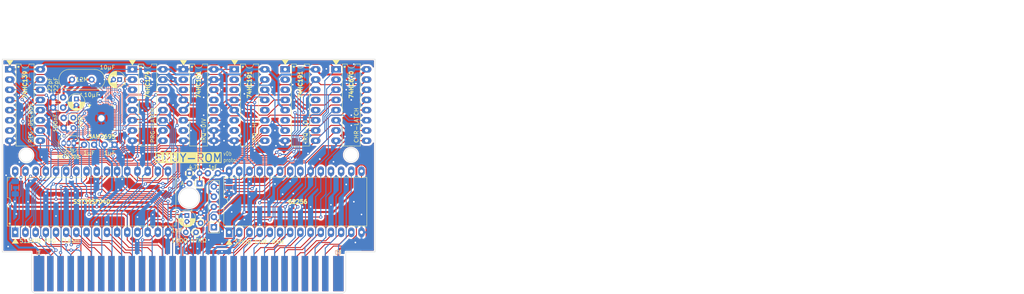
<source format=kicad_pcb>
(kicad_pcb (version 20221018) (generator pcbnew)
  (title_block (comment 4 "AISLER Project ID: VZOPRJAU"))
  (layers (0 "F.Cu" signal) (31 "B.Cu" signal) (34 "B.Paste" user) (35 "F.Paste" user) (36 "B.SilkS" user "B.Silkscreen") (37 "F.SilkS" user "F.Silkscreen") (38 "B.Mask" user) (39 "F.Mask" user) (44 "Edge.Cuts" user))
  (net 0 "")
  (net 1 "/R~{W}")
  (net 2 "/~{pWR}")
  (net 3 "GND")
  (net 4 "/cA11")
  (net 5 "VCC")
  (net 6 "/~{pRD}")
  (net 7 "/pD0")
  (net 8 "/pD1")
  (net 9 "/pD2")
  (net 10 "/pD3")
  (net 11 "/~{RESET}")
  (net 12 "/cD7")
  (net 13 "/cD6")
  (net 14 "/cD5")
  (net 15 "/cD4")
  (net 16 "/cD3")
  (net 17 "/cD2")
  (net 18 "/cD1")
  (net 19 "/cD0")
  (net 20 "/~{ROMSEL}")
  (net 21 "/pA10")
  (net 22 "/pA11")
  (net 24 "/pD7")
  (net 25 "/pD6")
  (net 26 "/pD5")
  (net 27 "/pD4")
  (net 28 "/pA13")
  (net 29 "/pA12")
  (net 30 "/pA7")
  (net 31 "/pA6")
  (net 32 "/pA5")
  (net 33 "/pA4")
  (net 34 "/pA3")
  (net 35 "/pA2")
  (net 36 "/pA1")
  (net 37 "/pA0")
  (net 38 "/pA9")
  (net 39 "/pA8")
  (net 40 "/cA14")
  (net 41 "/cA10")
  (net 42 "/cA9")
  (net 43 "/cA8")
  (net 44 "/cA7")
  (net 45 "/cA6")
  (net 46 "/cA5")
  (net 47 "/cA4")
  (net 48 "/cA3")
  (net 49 "/cA2")
  (net 50 "/cA1")
  (net 51 "/cA0")
  (net 52 "/~{IRQ}")
  (net 54 "/cA12")
  (net 55 "/cA13")
  (net 56 "/cBank3")
  (net 57 "/cBank2")
  (net 58 "/cBank1")
  (net 59 "/cBank0")
  (net 60 "/~{irqWr}")
  (net 61 "/pBank0")
  (net 62 "/pBank1")
  (net 63 "/pBank2")
  (net 64 "/pBank3")
  (net 65 "/~{R}")
  (net 66 "/~{chrWR}")
  (net 67 "/~{prgWR}")
  (net 68 "Net-(U2A-O0)")
  (net 74 "Net-(U5-Q3)")
  (net 82 "Net-(U4-Q2)")
  (net 83 "/~{IRQRun}")
  (net 84 "/~{SAMCS}")
  (net 102 "+3V3")
  (net 103 "Net-(U9-AOUTL)")
  (net 104 "Net-(C10-Pad2)")
  (net 105 "Net-(U9-VCM)")
  (net 106 "Net-(U9-X1)")
  (net 107 "Net-(U9-X2)")
  (net 108 "Net-(U9-OUTVC12)")
  (net 109 "/cAUDIO")
  (net 110 "/rfAUDIO")
  (net 111 "Net-(U9-VAD33)")
  (net 112 "/~{samWr}")
  (net 113 "Net-(D1-A)")
  (footprint "Package_TO_SOT_THT:TO-92_Inline" (layer "F.Cu") (at 46.355 53.975 180)
    (fp_text reference "U10" hide)
    (fp_text value "MCP1700")
  )
  (footprint "Capacitor_THT:CP_Radial_D4.0mm_P1.50mm" (layer "F.Cu") (at 46.99 42.95 -90)
    (fp_text reference "C11" hide)
    (fp_text value "10µF")
  )
  (footprint "PCM_Package_DIP_AKL:DIP-16_W7.62mm_LongPads" (layer "F.Cu") (at 73.66 35.56)
    (fp_text reference "U4" hide)
    (fp_text value "74HC191")
  )
  (footprint "Capacitor_THT:C_Disc_D3.0mm_W1.6mm_P2.50mm" (layer "F.Cu") (at 43.688 42.545 180)
    (fp_text reference "C13" hide)
    (fp_text value "22pF")
  )
  (footprint "PCM_Package_DIP_AKL:DIP-16_W7.62mm_LongPads" (layer "F.Cu") (at 99.06 35.56)
    (fp_text reference "U5" hide)
    (fp_text value "74HC191")
  )
  (footprint "Diode_THT:D_DO-34_SOD68_P2.54mm_Vertical_AnodeUp" (layer "F.Cu") (at 77.724 64.008 180)
    (fp_text reference "D1" hide)
    (fp_text value "1N4148")
  )
  (footprint "Capacitor_THT:CP_Radial_D4.0mm_P1.50mm" (layer "F.Cu") (at 74.549 72.009 -90)
    (fp_text reference "C10" hide)
    (fp_text value "1µF")
  )
  (footprint "PCM_Package_DIP_AKL:DIP-32_W15.24mm_LongPads" (layer "F.Cu") (at 31.75 76.2 90)
    (fp_text reference "U1" hide)
    (fp_text value "SST39SF040")
  )
  (footprint "Capacitor_THT:C_Disc_D3.0mm_W1.6mm_P2.50mm" (layer "F.Cu") (at 43.815 47.665 -90)
    (fp_text reference "C12" hide)
    (fp_text value "100nF")
  )
  (footprint "Package_DIP:DIP-28_W15.24mm_LongPads" (layer "F.Cu") (at 85.09 76.2 90)
    (fp_text reference "U8" hide)
    (fp_text value "62256")
  )
  (footprint "Capacitor_THT:C_Disc_D3.0mm_W1.6mm_P2.50mm" (layer "F.Cu") (at 79.796 61.468)
    (fp_text reference "C17" hide)
    (fp_text value "1nF")
  )
  (footprint "Capacitor_THT:C_Disc_D3.0mm_W1.6mm_P2.50mm" (layer "F.Cu") (at 43.688 45.085 180)
    (fp_text reference "C14" hide)
    (fp_text value "22pF")
  )
  (footprint "PCM_Package_DIP_AKL:DIP-16_W7.62mm_LongPads" (layer "F.Cu") (at 111.76 35.56)
    (fp_text reference "U7" hide)
    (fp_text value "74HC670")
  )
  (footprint "Capacitor_THT:C_Disc_D3.0mm_W1.6mm_P2.50mm" (layer "F.Cu") (at 54.015 54.356)
    (fp_text reference "C2" hide)
    (fp_text value "1µF")
  )
  (footprint "Capacitor_THT:CP_Radial_D4.0mm_P1.50mm" (layer "F.Cu") (at 57.785 38.1 180)
    (fp_text reference "C15" hide)
    (fp_text value "10µF")
  )
  (footprint "famicom:Famicom Cartridge Edge Connector (long legs)" (layer "F.Cu") (at 35.8 81.1)
    (fp_text reference "H1" hide)
    (fp_text value "Famicom_Cartridge_Edge" hide)
  )
  (footprint "PCM_Package_DIP_AKL:DIP-16_W7.62mm_LongPads" (layer "F.Cu") (at 86.36 35.56)
    (fp_text reference "U6" hide)
    (fp_text value "74HC191")
  )
  (footprint "Resistor_THT:R_Array_SIP5" (layer "F.Cu") (at 81.28 74.93 90)
    (fp_text reference "RN1" hide)
    (fp_text value "R_Network04")
  )
  (footprint "Crystal:Crystal_HC49-4H_Vertical" (layer "F.Cu") (at 50.8 38.1 180)
    (fp_text reference "Y1" hide)
    (fp_text value "12M")
  )
  (footprint "PCM_Resistor_THT_AKL:R_Axial_DIN0204_L3.6mm_D1.6mm_P2.54mm_Vertical" (layer "F.Cu") (at 75.184 61.468)
    (fp_text reference "R4" hide)
    (fp_text value "4.7K")
  )
  (footprint "PCM_Resistor_THT_AKL:R_Axial_DIN0204_L3.6mm_D1.6mm_P2.54mm_Vertical" (layer "F.Cu") (at 76.835 76.2 180)
    (fp_text reference "R2" hide)
    (fp_text value "100Ω")
  )
  (footprint "Capacitor_THT:C_Disc_D3.0mm_W1.6mm_P2.50mm" (layer "F.Cu") (at 48.915 54.356)
    (fp_text reference "C1" hide)
    (fp_text value "1µF")
  )
  (footprint "PCM_Resistor_THT_AKL:R_Axial_DIN0204_L3.6mm_D1.6mm_P2.54mm_Vertical" (layer "F.Cu") (at 46.228 47.625 -90)
    (fp_text reference "R3" hide)
    (fp_text value "10Ω")
  )
  (footprint "PCM_Package_DIP_AKL:DIP-16_W7.62mm_LongPads" (layer "F.Cu") (at 30.38 35.56)
    (fp_text reference "U2" hide)
    (fp_text value "74HC139")
  )
  (footprint "PCM_Package_DIP_AKL:DIP-16_W7.62mm_LongPads" (layer "F.Cu") (at 60.96 35.56)
    (fp_text reference "U3" hide)
    (fp_text value "74HC174")
  )
  (footprint "PCM_Resistor_THT_AKL:R_Axial_DIN0204_L3.6mm_D1.6mm_P2.54mm_Vertical" (layer "F.Cu") (at 77.978 73.914 90)
    (fp_text reference "R1" hide)
    (fp_text value "47KΩ")
  )
  (footprint "Smal:QFN-48-1EP_6x6mm_P0.4mm_EP4.2x4.2mm_HAND" (layer "F.Cu") (at 53.21 47.752)
    (fp_text reference "U9" hide)
    (fp_text value "SAM2695")
  )
  (footprint "Capacitor_SMD:C_1206_3216Metric_Pad1.33x1.80mm_HandSolder" (layer "B.Cu") (at 34.29 37.0625 90)
    (fp_text reference "C8" hide)
    (fp_text value "C_Small")
  )
  (footprint "Capacitor_SMD:C_1206_3216Metric_Pad1.33x1.80mm_HandSolder" (layer "B.Cu") (at 77.47 37.1225 90)
    (fp_text reference "C3" hide)
    (fp_text value "C_Small")
  )
  (footprint "Capacitor_SMD:C_1206_3216Metric_Pad1.33x1.80mm_HandSolder" (layer "B.Cu") (at 64.77 37.1225 90)
    (fp_text reference "C16" hide)
    (fp_text value "C_Small")
  )
  (footprint "Capacitor_SMD:C_1206_3216Metric_Pad1.33x1.80mm_HandSolder" (layer "B.Cu") (at 115.57 37.1225 90)
    (fp_text reference "C9" hide)
    (fp_text value "C_Small")
  )
  (footprint "Capacitor_SMD:C_1206_3216Metric_Pad1.33x1.80mm_HandSolder" (layer "B.Cu") (at 90.17 37.1225 90)
    (fp_text reference "C6" hide)
    (fp_text value "C_Small")
  )
  (footprint "Capacitor_SMD:C_1206_3216Metric_Pad1.33x1.80mm_HandSolder" (layer "B.Cu") (at 85.09 65.0625 90)
    (fp_text reference "C5" hide)
    (fp_text value "C_Small")
  )
  (footprint "Capacitor_SMD:C_1206_3216Metric_Pad1.33x1.80mm_HandSolder" (layer "B.Cu") (at 31.75 65.0625 90)
    (fp_text reference "C4" hide)
    (fp_text value "C_Small")
  )
  (footprint "Jumper:SolderJumper-2_P1.3mm_Open_RoundedPad1.0x1.5mm" (layer "B.Cu") (at 72.39 74.422 180)
    (fp_text reference "JP1" hide)
    (fp_text value "NOSAM")
  )
  (footprint "Capacitor_SMD:C_1206_3216Metric_Pad1.33x1.80mm_HandSolder" (layer "B.Cu") (at 103 37.1225 90)
    (fp_text reference "C7" hide)
    (fp_text value "C_Small")
  )
  (gr_poly (pts (xy 31.75 77.800651) (xy 32.512 78.943651) (xy 30.988 78.943651)) (stroke (width 0.15)) (fill solid) (layer "F.SilkS"))
  (gr_poly (pts (xy 111.76 34.417) (xy 110.998 33.274) (xy 112.522 33.274)) (stroke (width 0.15)) (fill solid) (layer "F.SilkS"))
  (gr_poly (pts (xy 85.09 78.105) (xy 85.852 79.248) (xy 84.328 79.248)) (stroke (width 0.15)) (fill solid) (layer "F.SilkS"))
  (gr_poly (pts (xy 86.487 34.417) (xy 85.725 33.274) (xy 87.249 33.274)) (stroke (width 0.15)) (fill solid) (layer "F.SilkS"))
  (gr_poly (pts (xy 73.699077 34.475615) (xy 72.937077 33.332615) (xy 74.461077 33.332615)) (stroke (width 0.15)) (fill solid) (layer "F.SilkS"))
  (gr_poly (pts (xy 99.099077 34.358385) (xy 98.337077 33.215385) (xy 99.861077 33.215385)) (stroke (width 0.15)) (fill solid) (layer "F.SilkS"))
  (gr_poly (pts (xy 60.96 34.446308) (xy 60.198 33.303308) (xy 61.722 33.303308)) (stroke (width 0.15)) (fill solid) (layer "F.SilkS"))
  (gr_poly (pts (xy 30.392077 34.475615) (xy 29.630077 33.332615) (xy 31.154077 33.332615)) (stroke (width 0.15)) (fill solid) (layer "F.SilkS"))
  (gr_line (start 121.5 33) (end 121.5 81.1) (stroke (width 0.1)) (layer "Edge.Cuts"))
  (gr_line (start 28.5 81.1) (end 28.5 33) (stroke (width 0.1)) (layer "Edge.Cuts"))
  (gr_line (start 113.2 91.4) (end 36.8 91.4) (stroke (width 0.1)) (layer "Edge.Cuts"))
  (gr_circle (center 75.1 67.6) (end 77.6 67.6) (stroke (width 0.1)) (fill none) (layer "Edge.Cuts"))
  (gr_line (start 121.5 33) (end 28.5 33) (stroke (width 0.1)) (layer "Edge.Cuts"))
  (gr_line (start 114.2 81.1) (end 114.2 90.4) (stroke (width 0.1)) (layer "Edge.Cuts"))
  (gr_arc (start 114.2 90.4) (mid 113.907107 91.107107) (end 113.2 91.4) (stroke (width 0.1)) (layer "Edge.Cuts"))
  (gr_line (start 121.5 81.1) (end 114.2 81.1) (stroke (width 0.1)) (layer "Edge.Cuts"))
  (gr_arc (start 36.8 91.4) (mid 36.092893 91.107107) (end 35.8 90.4) (stroke (width 0.1)) (layer "Edge.Cuts"))
  (gr_circle (center 34.5 57) (end 36.195 57.15) (stroke (width 0.1)) (fill none) (layer "Edge.Cuts"))
  (gr_line (start 35.8 81.1) (end 28.5 81.1) (stroke (width 0.1)) (layer "Edge.Cuts"))
  (gr_line (start 35.8 90.4) (end 35.8 81.1) (stroke (width 0.1)) (layer "Edge.Cuts"))
  (gr_circle (center 115.5 56.896) (end 114.935 55.245) (stroke (width 0.1)) (fill none) (layer "Edge.Cuts"))
  (gr_text "60" (at 112.265952 81.28) (layer "B.SilkS") (effects (font (size 1 0.8) (thickness 0.15) italic) (justify mirror)))
  (gr_text "31\n" (at 37.589952 81.28) (layer "B.SilkS") (effects (font (size 1 0.8) (thickness 0.15) italic) (justify mirror)))
  (gr_text "3.3v" (at 45.212 55.626) (layer "F.SilkS") (effects (font (size 1 0.8))))
  (gr_text "1" (at 37.592 81.28) (layer "F.SilkS") (effects (font (size 1 0.8) (thickness 0.15) italic)))
  (gr_text "v0b\nproto" (at 83.566 57.404) (layer "F.SilkS") (effects (font (size 1 0.8) (thickness 0.1)) (justify left)))
  (gr_text "IRQ-DIV" (at 78.74 53.975 90) (layer "F.SilkS") (effects (font (size 1 1)) (justify left)))
  (gr_text "IRQ-HI" (at 91.44 53.975 90) (layer "F.SilkS") (effects (font (size 1 1)) (justify left)))
  (gr_text "IRQ-LO" (at 104.14 53.975 90) (layer "F.SilkS") (effects (font (size 1 1)) (justify left)))
  (gr_text "PRG-LATCH" (at 66.04 53.975 90) (layer "F.SilkS") (effects (font (size 1 1)) (justify left)))
  (gr_text "30\n" (at 112.268 81.28) (layer "F.SilkS") (effects (font (size 1 0.8) (thickness 0.15) italic)))
  (gr_text "512KiB PRG-FLASH" (at 32.7 78.943651) (layer "F.SilkS") (effects (font (size 1 1)) (justify left bottom)))
  (gr_text "REG-DECODE" (at 35.56 53.975 90) (layer "F.SilkS") (effects (font (size 1 1)) (justify left)))
  (gr_text "BNUY-ROM" (at 74.93 57.658) (layer "F.SilkS" knockout) (effects (font (size 2 2) (thickness 0.3) bold)))
  (gr_text "22pF" (at 41.91 39.37 90) (layer "F.SilkS") (effects (font (size 1 1))))
  (gr_text "32KiB CHR-RAM" (at 86.2 79.23) (layer "F.SilkS") (effects (font (size 1 1)) (justify left bottom)))
  (gr_text "CHR-LATCH" (at 116.84 53.975 90) (layer "F.SilkS") (effects (font (size 1 1)) (justify left)))
  (segment (start 65.583172 67.945) (end 37.465 67.945) (width 0.25) (layer "F.Cu") (net 1))
  (segment (start 70.99 86.5) (end 70.99 78.87) (width 0.25) (layer "F.Cu") (net 1))
  (segment (start 72.263 77.597) (end 72.263 73.086174) (width 0.25) (layer "F.Cu") (net 1))
  (segment (start 37.465 67.945) (end 34.29 64.77) (width 0.25) (layer "F.Cu") (net 1))
  (segment (start 70.99 78.87) (end 72.263 77.597) (width 0.25) (layer "F.Cu") (net 1))
  (segment (start 72.263 73.086174) (end 71.476826 72.3) (width 0.25) (layer "F.Cu") (net 1))
  (segment (start 34.29 64.77) (end 34.29 60.96) (width 0.25) (layer "F.Cu") (net 1))
  (segment (start 71.476826 72.3) (end 69.938172 72.3) (width 0.25) (layer "F.Cu") (net 1))
  (segment (start 69.938172 72.3) (end 65.583172 67.945) (width 0.25) (layer "F.Cu") (net 1))
  (via (at 41.91 67.945) (size 0.8) (drill 0.4) (layers "F.Cu" "B.Cu") (net 1))
  (segment (start 36.831396 44.45) (end 38.89 44.45) (width 0.25) (layer "B.Cu") (net 1))
  (segment (start 43.325 63.110305) (end 41.91 64.525305) (width 0.25) (layer "B.Cu") (net 1))
  (segment (start 45.27 59.08099) (end 44.91599 59.435) (width 0.25) (layer "B.Cu") (net 1))
  (segment (start 43.325 60.09401) (end 43.325 63.110305) (width 0.25) (layer "B.Cu") (net 1))
  (segment (start 38.89 44.45) (end 39.525 45.085) (width 0.25) (layer "B.Cu") (net 1))
  (segment (start 30.38 38.1) (end 30.481396 38.1) (width 0.25) (layer "B.Cu") (net 1))
  (segment (start 43.98401 59.435) (end 43.325 60.09401) (width 0.25) (layer "B.Cu") (net 1))
  (segment (start 41.91 64.525305) (end 41.91 67.945) (width 0.25) (layer "B.Cu") (net 1))
  (segment (start 41.144579 47.368975) (end 41.144579 53.368057) (width 0.25) (layer "B.Cu") (net 1))
  (segment (start 41.144579 53.368057) (end 45.27 57.493478) (width 0.25) (layer "B.Cu") (net 1))
  (segment (start 30.481396 38.1) (end 36.831396 44.45) (width 0.25) (layer "B.Cu") (net 1))
  (segment (start 39.525 45.749396) (end 41.144579 47.368975) (width 0.25) (layer "B.Cu") (net 1))
  (segment (start 45.27 57.493478) (end 45.27 59.08099) (width 0.25) (layer "B.Cu") (net 1))
  (segment (start 44.91599 59.435) (end 43.98401 59.435) (width 0.25) (layer "B.Cu") (net 1))
  (segment (start 39.525 45.085) (end 39.525 45.749396) (width 0.25) (layer "B.Cu") (net 1))
  (segment (start 83.185 71.12) (end 87.63 66.675) (width 0.25) (layer "B.Cu") (net 2))
  (segment (start 80.155 71.924009) (end 80.959009 71.12) (width 0.25) (layer "B.Cu") (net 2))
  (segment (start 87.63 66.675) (end 87.63 60.96) (width 0.25) (layer "B.Cu") (net 2))
  (segment (start 78.6 86.5) (end 78.6 74.741569) (width 0.25) (layer "B.Cu") (net 2))
  (segment (start 80.155 73.186569) (end 80.155 71.924009) (width 0.25) (layer "B.Cu") (net 2))
  (segment (start 80.959009 71.12) (end 83.185 71.12) (width 0.25) (layer "B.Cu") (net 2))
  (segment (start 78.6 74.741569) (end 80.155 73.186569) (width 0.25) (layer "B.Cu") (net 2))
  (segment (start 95.885 36.195) (end 95.885 40.005) (width 0.25) (layer "F.Cu") (net 3))
  (segment (start 73.870431 77.225) (end 75.429 77.225) (width 0.25) (layer "F.Cu") (net 3))
  (segment (start 86.355347 78.989347) (end 83.316653 78.989347) (width 0.25) (layer "F.Cu") (net 3))
  (segment (start 43.815 50.165) (end 45.014561 48.965439) (width 0.25) (layer "F.Cu") (net 3))
  (segment (start 74.93 35.56) (end 73.66 35.56) (width 0.25) (layer "F.Cu") (net 3))
  (segment (start 50.1475 46.752) (end 52.21 46.752) (width 0.13) (layer "F.Cu") (net 3))
  (segment (start 30.191295 68.4784) (end 29.21 69.459695) (width 0.25) (layer "F.Cu") (net 3))
  (segment (start 114.01 52.324) (end 112.994 53.34) (width 0.25) (layer "F.Cu") (net 3))
  (segment (start 83.316653 78.989347) (end 83.312 78.994) (width 0.25) (layer "F.Cu") (net 3))
  (segment (start 107.77 58.6) (end 105.41 60.96) (width 0.25) (layer "F.Cu") (net 3))
  (segment (start 99.06 53.34) (end 100.33 53.34) (width 0.25) (layer "F.Cu") (net 3))
  (segment (start 51.01 50.8145) (end 51.01 49.952) (width 0.13) (layer "F.Cu") (net 3))
  (segment (start 79.003 74.338569) (end 78.157569 75.184) (width 0.25) (layer "F.Cu") (net 3))
  (segment (start 88.9 36.83) (end 88.9 34.925) (width 0.25) (layer "F.Cu") (net 3))
  (segment (start 63.59 53.34) (end 63.355698 53.105698) (width 0.25) (layer "F.Cu") (net 3))
  (segment (start 71.12 45.17099) (end 72.93901 46.99) (width 0.25) (layer "F.Cu") (net 3))
  (segment (start 67.22 78.83) (end 69.85 76.2) (width 0.25) (layer "F.Cu") (net 3))
  (segment (start 53.01 50.8145) (end 53.01 47.952) (width 0.13) (layer "F.Cu") (net 3))
  (segment (start 50.1475 48.752) (end 52.21 48.752) (width 0.13) (layer "F.Cu") (net 3))
  (segment (start 35.56 79.756) (end 37.67 81.866) (width 0.25) (layer "F.Cu") (net 3))
  (segment (start 35.56 63.5) (end 38.608 66.548) (width 0.25) (layer "F.Cu") (net 3))
  (segment (start 100.965 39.37) (end 96.52 39.37) (width 0.25) (layer "F.Cu") (net 3))
  (segment (start 55.49 38.895) (end 55.49 42.536) (width 0.25) (layer "F.Cu") (net 3))
  (segment (start 102.87 63.5) (end 105.41 60.96) (width 0.25) (layer "F.Cu") (net 3))
  (segment (start 50.165 39.37) (end 52.705 41.91) (width 0.25) (layer "F.Cu") (net 3))
  (segment (start 73.025 76.379569) (end 73.870431 77.225) (width 0.25) (layer "F.Cu") (net 3))
  (segment (start 46.141472 44.45) (end 44.236472 46.355) (width 0.25) (layer "F.Cu") (net 3))
  (segment (start 43.942 66.294) (end 46.736 66.294) (width 0.25) (layer "F.Cu") (net 3))
  (segment (start 51.01 49.952) (end 53.21 47.752) (width 0.13) (layer "F.Cu") (net 3))
  (segment (start 64.378847 45.788153) (end 64.955 45.212) (width 0.25) (layer "F.Cu") (net 3))
  (segment (start 88.41 34.435) (end 76.055 34.435) (width 0.25) (layer "F.Cu") (net 3))
  (segment (start 63.355698 53.105698) (end 62.864302 53.105698) (width 0.25) (layer "F.Cu") (net 3))
  (segment (start 44.236472 46.355) (end 42.458 46.355) (width 0.25) (layer "F.Cu") (net 3))
  (segment (start 55.88 43.434) (end 55.88 45.1595) (width 0.13) (layer "F.Cu") (net 3))
  (segment (start 100.33 63.5) (end 102.87 63.5) (width 0.25) (layer "F.Cu") (net 3))
  (segment (start 55.41 49.952) (end 53.21 47.752) (width 0.13) (layer "F.Cu") (net 3))
  (segment (start 56.285 38.1) (end 55.49 38.895) (width 0.25) (layer "F.Cu") (net 3))
  (segment (start 71.12 44.45) (end 71.12 45.17099) (width 0.25) (layer "F.Cu") (net 3))
  (segment (start 75.475 80.01) (end 76.06 80.595) (width 0.25) (layer "F.Cu") (net 3))
  (segment (start 40.66 42.545) (end 40.66 46.375) (width 0.25) (layer "F.Cu") (net 3))
  (segment (start 76.06 80.595) (end 76.06 86.5) (width 0.25) (layer "F.Cu") (net 3))
  (segment (start 32.512 40.988) (end 36.67 36.83) (width 0.25) (layer "F.Cu") (net 3))
  (segment (start 55.49 42.536) (end 56.134 43.18) (width 0.25) (layer "F.Cu") (net 3))
  (segment (start 73.025 72.644) (end 73.025 76.379569) (width 0.25) (layer "F.Cu") (net 3))
  (segment (start 76.835 49.53) (end 75.565 50.8) (width 0.25) (layer "F.Cu") (net 3))
  (segment (start 52.21 44.6895) (end 52.21 46.752) (width 0.13) (layer "F.Cu") (net 3))
  (segment (start 115.57 49.53) (end 115.57 46.99) (width 0.25) (layer "F.Cu") (net 3))
  (segment (start 111.125 58.6) (end 107.77 58.6) (width 0.25) (layer "F.Cu") (net 3))
  (segment (start 43.815 49.53) (end 43.815 50.165) (width 0.25) (layer "F.Cu") (net 3))
  (segment (start 115.57 37.465) (end 115.57 36.83) (width 0.25) (layer "F.Cu") (net 3))
  (segment (start 54.120933 69) (end 54.540933 68.58) (width 0.25) (layer "F.Cu") (net 3))
  (segment (start 112.49 33.75) (end 98.33 33.75) (width 0.25) (layer "F.Cu") (net 3))
  (segment (start 41.91 36.83) (end 42.3 36.44) (width 0.25) (layer "F.Cu") (net 3))
  (segment (start 51.01 45.552) (end 53.21 47.752) (width 0.13) (layer "F.Cu") (net 3))
  (segment (start 58.515639 57.441233) (end 59.398767 57.441233) (width 0.25) (layer "F.Cu") (net 3))
  (segment (start 43.942 66.294) (end 39.624 66.294) (width 0.25) (layer "F.Cu") (net 3))
  (segment (start 39.624 66.294) (end 39.37 66.548) (width 0.25) (layer "F.Cu") (net 3))
  (segment (start 56.134 43.18) (end 55.88 43.434) (width 0.13) (layer "F.Cu") (net 3))
  (segment (start 46.99 44.45) (end 46.141472 44.45) (width 0.25) (layer "F.Cu") (net 3))
  (segment (start 32.512 42) (end 32.512 40.988) (width 0.25) (layer "F.Cu") (net 3))
  (segment (start 29.21 76.31) (end 32.656 79.756) (width 0.25) (layer "F.Cu") (net 3))
  (segment (start 34.925 68.58) (end 31.75 68.58) (width 0.25) (layer "F.Cu") (net 3))
  (segment (start 96.52 39.37) (end 95.885 40.005) (width 0.25) (layer "F.Cu") (net 3))
  (segment (start 55.88 45.1595) (end 56.2725 45.552) (width 0.13) (layer "F.Cu") (net 3))
  (segment (start 55.41 45.552) (end 56.2725 45.552) (width 0.13) (layer "F.Cu") (net 3))
  (segment (start 32.656 79.756) (end 35.56 79.756) (width 0.25) (layer "F.Cu") (net 3))
  (segment (start 45.014561 48.965439) (end 46.978 48.965439) (width 0.25) (layer "F.Cu") (net 3))
  (segment (start 103.62699 45.46099) (end 104.88 45.46099) (width 0.25) (layer "F.Cu") (net 3))
  (segment (start 100.33 53.34) (end 100.965 53.975) (width 0.25) (layer "F.Cu") (net 3))
  (segment (start 29.21 69.459695) (end 29.21 76.31) (width 0.25) (layer "F.Cu") (net 3))
  (segment (start 115.57 36.83) (end 112.49 33.75) (width 0.25) (layer "F.Cu") (net 3))
  (segment (start 56.2725 49.952) (end 55.41 49.952) (width 0.13) (layer "F.Cu") (net 3))
  (segment (start 89.046041 36.976041) (end 88.9 36.83) (width 0.25) (layer "F.Cu") (net 3))
  (segment (start 101.346 43.18) (end 103.62699 45.46099) (width 0.25) (layer "F.Cu") (net 3))
  (segment (start 36.67 36.83) (end 41.91 36.83) (width 0.25) (layer "F.Cu") (net 3))
  (segment (start 38.608 66.548) (end 39.37 66.548) (width 0.25) (layer "F.Cu") (net 3))
  (segment (start 77.978 71.374) (end 79.003 72.399) (width 0.25) (layer "F.Cu") (net 3))
  (segment (start 98.33 33.75) (end 95.885 36.195) (width 0.25) (layer "F.Cu") (net 3))
  (segment (start 88.9 34.925) (end 88.41 34.435) (width 0.25) (layer "F.Cu") (net 3))
  (segment (start 88.9 36.83) (end 83.82 36.83) (width 0.25) (layer "F.Cu") (net 3))
  (segment (start 116.205 34.25) (end 116.205 36.83) (width 0.25) (layer "F.Cu") (net 3))
  (segment (start 42.3 36.44) (end 55.245305 36.44) (width 0.25) (layer "F.Cu") (net 3))
  (segment (start 51.01 44.6895) (end 51.01 45.552) (width 0.13) (layer "F.Cu") (net 3))
  (segment (start 40.66 46.375) (end 43.815 49.53) (width 0.25) (layer "F.Cu") (net 3))
  (segment (start 77.089 75.184) (end 76.2 74.295) (width 0.25) (layer "F.Cu") (net 3))
  (segment (start 62.161848 78.417848) (end 62.574 78.83) (width 0.25) (layer "F.Cu") (net 3))
  (segment (start 63.315 56.33) (end 63.59 56.605) (width 0.25) (layer "F.Cu") (net 3))
  (segment (start 116.205 36.83) (end 115.57 37.465) (width 0.25) (layer "F.Cu") (net 3))
  (segment (start 79.003 72.399) (end 79.003 74.338569) (width 0.25) (layer "F.Cu") (net 3))
  (segment (start 55.245305 36.44) (end 56.285 37.479695) (width 0.25) (layer "F.Cu") (net 3))
  (segment (start 31.6484 68.4784) (end 30.191295 68.4784) (width 0.25) (layer "F.Cu") (net 3))
  (segment (start 46.736 66.294) (end 51.054 66.294) (width 0.25) (layer "F.Cu") (net 3))
  (segment (start 52.21 48.752) (end 53.21 47.752) (width 0.13) (layer "F.Cu") (net 3))
  (segment (start 53.21 47.752) (end 55.41 45.552) (width 0.13) (layer "F.Cu") (net 3))
  (segment (start 60.51 56.33) (end 63.315 56.33) (width 0.25) (layer "F.Cu") (net 3))
  (segment (start 72.93901 46.99) (end 78.74 46.99) (width 0.25) (layer "F.Cu") (net 3))
  (segment (start 76.055 34.435) (end 74.93 35.56) (width 0.25) (layer "F.Cu") (net 3))
  (segment (start 53.01 47.952) (end 53.21 47.752) (width 0.13) (layer "F.Cu") (net 3))
  (segment (start 51.054 66.294) (end 51.435 66.675) (width 0.25) (layer "F.Cu") (net 3))
  (segment (start 112.994 53.34) (end 111.76 53.34) (width 0.25) (layer "F.Cu") (net 3))
  (segment (start 60.96 53.34) (end 61.194302 53.105698) (width 0.25) (layer "F.Cu") (net 3))
  (segment (start 62.574 78.83) (end 67.22 78.83) (width 0.25) (layer "F.Cu") (net 3))
  (segment (start 100.965 53.975) (end 104.14 53.975) (width 0.25) (layer "F.Cu") (net 3))
  (segment (start 64.985 68.58) (end 65.405 69) (width 0.25) (layer "F.Cu") (net 3))
  (segment (start 78.157569 75.184) (end 77.089 75.184) (width 0.25) (layer "F.Cu") (net 3))
  (segment (start 31.75 68.58) (end 31.6484 68.4784) (width 0.25) (layer "F.Cu") (net 3))
  (segment (start 42.458 46.355) (end 41.188 45.085) (width 0.25) (layer "F.Cu") (net 3))
  (segment (start 37.67 81.866) (end 37.67 86.5) (width 0.25) (layer "F.Cu") (net 3))
  (segment (start 75.429 77.225) (end 75.438 77.216) (width 0.25) (layer "F.Cu") (net 3))
  (segment (start 61.194302 53.105698) (end 62.864302 53.105698) (width 0.25) (layer "F.Cu") (net 3))
  (segment (start 56.285 37.479695) (end 56.285 38.1) (width 0.25) (layer "F.Cu") (net 3))
  (segment (start 52.21 46.752) (end 53.21 47.752) (width 0.13) (layer "F.Cu") (net 3))
  (segment (start 83.82 36.83) (end 82.55 38.1) (width 0.25) (layer "F.Cu") (net 3))
  (segment (start 54.540933 68.58) (end 64.985 68.58) (width 0.25) (layer "F.Cu") (net 3))
  (segment (start 78.105 49.53) (end 76.835 49.53) (width 0.25) (layer "F.Cu") (net 3))
  (segment (start 63.431847 45.788153) (end 64.378847 45.788153) (width 0.25) (layer "F.Cu") (net 3))
  (segment (start 59.398767 57.441233) (end 60.51 56.33) (width 0.25) (layer "F.Cu") (net 3))
  (via (at 65.405 69) (size 0.8) (drill 0.4) (layers "F.Cu" "B.Cu") (net 3))
  (via (at 56.134 43.18) (size 0.8) (drill 0.4) (layers "F.Cu" "B.Cu") (net 3))
  (via (at 88.387347 45.597653) (size 0.8) (drill 0.4) (layers "F.Cu" "B.Cu") (net 3))
  (via (at 83.312 78.994) (size 0.8) (drill 0.4) (layers "F.Cu" "B.Cu") (net 3))
  (via (at 101.346 43.18) (size 0.8) (drill 0.4) (layers "F.Cu" "B.Cu") (net 3))
  (via (at 95.885 48.805) (size 0.8) (drill 0.4) (layers "F.Cu" "B.Cu") (net 3))
  (via (at 92.71 74.295) (size 0.8) (drill 0.4) (layers "F.Cu" "B.Cu") (net 3))
  (via (at 52.705 41.91) (size 0.8) (drill 0.4) (layers "F.Cu" "B.Cu") (net 3))
  (via (at 104.14 53.975) (size 0.8) (drill 0.4) (layers "F.Cu" "B.Cu") (net 3))
  (via (at 35.56 63.5) (size 0.8) (drill 0.4) (layers "F.Cu" "B.Cu") (net 3))
  (via (at 88.9 73.025) (size 0.8) (drill 0.4) (layers "F.Cu" "B.Cu") (net 3))
  (via (at 51.816 63.5) (size 0.8) (drill 0.4) (layers "F.Cu" "B.Cu") (net 3))
  (via (at 83.82 53.34) (size 0.8) (drill 0.4) (layers "F.Cu" "B.Cu") (net 3))
  (via (at 115.57 43.18) (size 0.8) (drill 0.4) (layers "F.Cu" "B.Cu") (net 3))
  (via (at 75.565 50.8) (size 0.8) (drill 0.4) (layers "F.Cu" "B.Cu") (net 3))
  (via (at 83.312 81.026) (size 0.8) (drill 0.4) (layers "F.Cu" "B.Cu") (net 3))
  (via (at 33.369347 45.869347) (size 0.8) (drill 0.4) (layers "F.Cu" "B.Cu") (net 3))
  (via (at 62.23 72.39) (size 0.8) (drill 0.4) (layers "F.Cu" "B.Cu") (net 3))
  (via (at 78.232 66.04) (size 0.8) (drill 0.4) (layers "F.Cu" "B.Cu") (net 3))
  (via (at 63.431847 45.788153) (size 0.8) (drill 0.4) (layers "F.Cu" "B.Cu") (net 3))
  (via (at 52.832 39.116) (size 0.8) (drill 0.4) (layers "F.Cu" "B.Cu") (net 3))
  (via (at 96.774 54.61) (size 0.8) (drill 0.4) (layers "F.Cu" "B.Cu") (net 3))
  (via (at 78.74 46.99) (size 0.8) (drill 0.4) (layers "F.Cu" "B.Cu") (net 3))
  (via (at 64.955 45.212) (size 0.8) (drill 0.4) (layers "F.Cu" "B.Cu") (net 3))
  (via (at 43.942 66.294) (size 0.8) (drill 0.4) (layers "F.Cu" "B.Cu") (net 3))
  (via (at 94.996 68.072) (size 0.8) (drill 0.4) (layers "F.Cu" "B.Cu") (net 3))
  (via (at 70.485 48.26) (size 0.8) (drill 0.4) (layers "F.Cu" "B.Cu") (net 3))
  (via (at 80.01 78.105) (size 0.8) (drill 0.4) (layers "F.Cu" "B.Cu") (net 3))
  (via (at 66.04 71.755) (size 0.8) (drill 0.4) (layers "F.Cu" "B.Cu") (net 3))
  (via (at 63.59 48.768) (size 0.8) (drill 0.4) (layers "F.Cu" "B.Cu") (net 3))
  (via (at 38.354 57.404) (size 0.8) (drill 0.4) (layers "F.Cu" "B.Cu") (net 3))
  (via (at 74.422 81.28) (size 0.8) (drill 0.4) (layers "F.Cu" "B.Cu") (net 3))
  (via (at 35.65 46.355) (size 0.8) (drill 0.4) (layers "F.Cu" "B.Cu") (net 3))
  (via (at 71.12 44.45) (size 0.8) (drill 0.4) (layers "F.Cu" "B.Cu") (net 3))
  (via (at 114.01 52.324) (size 0.8) (drill 0.4) (layers "F.Cu" "B.Cu") (net 3))
  (via (at 107.696 57.912) (size 0.8) (drill 0.4) (layers "F.Cu" "B.Cu") (net 3))
  (via (at 83.185 45.72) (size 0.8) (drill 0.4) (layers "F.Cu" "B.Cu") (net 3))
  (via (at 109.347 35.433) (size 0.8) (drill 0.4) (layers "F.Cu" "B.Cu") (net 3))
  (via (at 54.61 73.66) (size 0.8) (drill 0.4) (layers "F.Cu" "B.Cu") (net 3))
  (via (at 51.435 66.675) (size 0.8) (drill 0.4) (layers "F.Cu" "B.Cu") (net 3))
  (via (at 83.82 49.784) (size 0.8) (drill 0.4) (layers "F.Cu" "B.Cu") (net 3))
  (via (at 103.632 48.805) (size 0.8) (drill 0.4) (layers "F.Cu" "B.Cu") (net 3))
  (via (at 116.205 68.58) (size 0.8) (drill 0.4) (layers "F.Cu" "B.Cu") (net 3))
  (via (at 85.09 66.548) (size 0.8) (drill 0.4) (layers "F.Cu" "B.Cu") (net 3))
  (via (at 29.972 79.756) (size 0.8) (drill 0.4) (layers "F.Cu" "B.Cu") (net 3))
  (via (at 90.424 46.99) (size 0.8) (drill 0.4) (layers "F.Cu" "B.Cu") (net 3))
  (via (at 75.475 80.01) (size 0.8) (drill 0.4) (layers "F.Cu" "B.Cu") (net 3))
  (via (at 32.766 58.674) (size 0.8) (drill 0.4) (layers "F.Cu" "B.Cu") (net 3))
  (via (at 54.000727 38.074273) (size 0.8) (drill 0.4) (layers "F.Cu" "B.Cu") (net 3))
  (via (at 88.05 52.197) (size 0.8) (drill 0.4) (layers "F.Cu" "B.Cu") (net 3))
  (via (at 78.74 42.545) (size 0.8) (drill 0.4) (layers "F.Cu" "B.Cu") (net 3))
  (via (at 90.17 63.5) (size 0.8) (drill 0.4) (layers "F.Cu" "B.Cu") (net 3))
  (via (at 110.49 69.342) (size 0.8) (drill 0.4) (layers "F.Cu" "B.Cu") (net 3))
  (via (at 29.464 61.976) (size 0.8) (drill 0.4) (layers "F.Cu" "B.Cu") (net 3))
  (via (at 100.33 63.5) (size 0.8) (drill 0.4) (layers "F.Cu" "B.Cu") (net 3))
  (via (at 42.706991 51.841685) (size 0.8) (drill 0.4) (layers "F.Cu" "B.Cu") (net 3))
  (via (at 40.132 47.498) (size 0.8) (drill 0.4) (layers "F.Cu" "B.Cu") (net 3))
  (via (at 52.07 73.66) (size 0.8) (drill 0.4) (layers "F.Cu" "B.Cu") (net 3))
  (via (at 75.438 77.216) (size 0.8) (drill 0.4) (layers "F.Cu" "B.Cu") (net 3))
  (via (at 115.57 49.53) (size 0.8) (drill 0.4) (layers "F.Cu" "B.Cu") (net 3))
  (via (at 78.74 60.325) (size 0.8) (drill 0.4) (layers "F.Cu" "B.Cu") (net 3))
  (via (at 86.355347 78.989347) (size 0.8) (drill 0.4) (layers "F.Cu" "B.Cu") (net 3))
  (via (at 85.725 71.12) (size 0.8) (drill 0.4) (layers "F.Cu" "B.Cu") (net 3))
  (via (at 88.9 41.656) (size 0.8) (drill 0.4) (layers "F.Cu" "B.Cu") (net 3))
  (via (at 83.185 40.64) (size 0.8) (drill 0.4) (layers "F.Cu" "B.Cu") (net 3))
  (via (at 78.105 49.53) (size 0.8) (drill 0.4) (layers "F.Cu" "B.Cu") (net 3))
  (via (at 35.433 51.943) (size 0.8) (drill 0.4) (layers "F.Cu" "B.Cu") (net 3))
  (via (at 95.885 40.005) (size 0.8) (drill 0.4) (layers "F.Cu" "B.Cu") (net 3))
  (via (at 91.44 55.88) (size 0.8) (drill 0.4) (layers "F.Cu" "B.Cu") (net 3))
  (via (at 70.6177 67.5697) (size 0.8) (drill 0.4) (layers "F.Cu" "B.Cu") (net 3))
  (via (at 115.57 37.465) (size 0.8) (drill 0.4) (layers "F.Cu" "B.Cu") (net 3))
  (via (at 57.404 65.532) (size 0.8) (drill 0.4) (layers "F.Cu" "B.Cu") (net 3))
  (via (at 83.185 60.325) (size 0.8) (drill 0.4) (layers "F.Cu" "B.Cu") (net 3))
  (via (at 114.3 40.64) (size 0.8) (drill 0.4) (layers "F.Cu" "B.Cu") (net 3))
  (via (at 73.66 64.77) (size 0.8) (drill 0.4) (layers "F.Cu" "B.Cu") (net 3))
  (via (at 68.58 66.04) (size 0.8) (drill 0.4) (layers "F.Cu" "B.Cu") (net 3))
  (via (at 41.91 72.136) (size 0.8) (drill 0.4) (layers "F.Cu" "B.Cu") (net 3))
  (via (at 58.42 62.992) (size 0.8) (drill 0.4) (layers "F.Cu" "B.Cu") (net 3))
  (via (at 62.161848 78.417848) (size 0.8) (drill 0.4) (layers "F.Cu" "B.Cu") (net 3))
  (via (at 77.216 80.264) (size 0.8) (drill 0.4) (layers "F.Cu" "B.Cu") (net 3))
  (via (at 96.52 64.135) (size 0.8) (drill 0.4) (layers "F.Cu" "B.Cu") (net 3))
  (via (at 71.12 38.1) (size 0.8) (drill 0.4) (layers "F.Cu" "B.Cu") (net 3))
  (via (at 32.004 71.628) (size 0.8) (drill 0.4) (layers "F.Cu" "B.Cu") (net 3))
  (via (at 32.512 42) (size 0.8) (drill 0.4) (layers "F.Cu" "B.Cu") (net 3))
  (via (at 90.17 67.31) (size 0.8) (drill 0.4) (layers "F.Cu" "B.Cu") (net 3))
  (via (at 104.88 45.46099) (size 0.8) (drill 0.4) (layers "F.Cu" "B.Cu") (net 3))
  (via (at 50.165 39.37) (size 0.8) (drill 0.4) (layers "F.Cu" "B.Cu") (net 3))
  (via (at 98.425 66.675) (size 0.8) (drill 0.4) (layers "F.Cu" "B.Cu") (net 3))
  (via (at 90.424 49.784) (size 0.8) (drill 0.4) (layers "F.Cu" "B.Cu") (net 3))
  (via (at 111.125 58.6) (size 0.8) (drill 0.4) (layers "F.Cu" "B.Cu") (net 3))
  (via (at 89.046041 36.976041) (size 0.8) (drill 0.4) (layers "F.Cu" "B.Cu") (net 3))
  (via (at 59.187994 40.361431) (size 0.8) (drill 0.4) (layers "F.Cu" "B.Cu") (net 3))
  (via (at 48.006 38.1) (size 0.8) (drill 0.4) (layers "F.Cu" "B.Cu") (net 3))
  (via (at 96.52 50.8) (size 0.8) (drill 0.4) (layers "F.Cu" "B.Cu") (net 3))
  (via (at 118.11 71.755) (size 0.8) (drill 0.4) (layers "F.Cu" "B.Cu") (net 3))
  (via (at 100.33 69.85) (size 0.8) (drill 0.4) (layers "F.Cu" "B.Cu") (net 3))
  (via (at 39.37 66.548) (size 0.8) (drill 0.4) (layers "F.Cu" "B.Cu") (net 3))
  (via (at 72.39 80.264) (size 0.8) (drill 0.4) (layers "F.Cu" "B.Cu") (net 3))
  (via (at 103.415 69.85) (size 0.8) (drill 0.4) (layers "F.Cu" "B.Cu") (net 3))
  (via (at 83.312 75.946) (size 0.8) (drill 0.4) (layers "F.Cu" "B.Cu") (net 3))
  (via (at 116.586 78.74) (size 0.8) (drill 0.4) (layers "F.Cu" "B.Cu") (net 3))
  (via (at 63.59 53.34) (size 0.8) (drill 0.4) (layers "F.Cu" "B.Cu") (net 3))
  (via (at 104.775 56.515) (size 0.8) (drill 0.4) (layers "F.Cu" "B.Cu") (net 3))
  (via (at 31.6484 68.4784) (size 0.8) (drill 0.4) (layers "F.Cu" "B.Cu") (net 3))
  (via (at 116.205 34.25) (size 0.8) (drill 0.4) (layers "F.Cu" "B.Cu") (net 3))
  (via (at 63.59 56.605) (size 0.8) (drill 0.4) (layers "F.Cu" "B.Cu") (net 3))
  (via (at 101.092 66.548) (size 0.8) (drill 0.4) (layers "F.Cu" "B.Cu") (net 3))
  (via (at 105.41 69.85) (size 0.8) (drill 0.4) (layers "F.Cu" "B.Cu") (net 3))
  (via (at 100.965 39.37) (size 0.8) (drill 0.4) (layers "F.Cu" "B.Cu") (net 3))
  (via (at 58.515639 57.441233) (size 0.8) (drill 0.4) (layers "F.Cu" "B.Cu") (net 3))
  (via (at 73.025 72.644) (size 0.8) (drill 0.4) (layers "F.Cu" "B.Cu") (net 3))
  (via (at 114.3 64.262) (size 0.8) (drill 0.4) (layers "F.Cu" "B.Cu") (net 3))
  (via (at 76.2 74.295) (size 0.8) (drill 0.4) (layers "F.Cu" "B.Cu") (net 3))
  (via (at 46.736 66.294) (size 0.8) (drill 0.4) (layers "F.Cu" "B.Cu") (net 3))
  (via (at 46.978 48.965439) (size 0.8) (drill 0.4) (layers "F.Cu" "B.Cu") (net 3))
  (via (at 39.37 68.834) (size 0.8) (drill 0.4) (layers "F.Cu" "B.Cu") (net 3))
  (via (at 54.120933 69) (size 0.8) (drill 0.4) (layers "F.Cu" "B.Cu") (net 3))
  (via (at 82.296 65.786) (size 0.8) (drill 0.4) (layers "F.Cu" "B.Cu") (net 3))
  (via (at 115.57 46.99) (size 0.8) (drill 0.4) (layers "F.Cu" "B.Cu") (net 3))
  (via (at 34.925 68.58) (size 0.8) (drill 0.4) (layers "F.Cu" "B.Cu") (net 3))
  (segment (start 50.546 45.72) (end 48.755877 45.72) (width 0.25) (layer "B.Cu") (net 3))
  (segment (start 104.14 53.975) (end 104.14 55.881745) (width 0.25) (layer "B.Cu") (net 3))
  (segment (start 75.475 73.877) (end 77.978 71.374) (width 0.25) (layer "B.Cu") (net 3))
  (segment (start 48.1965 44.45) (end 48.9215 43.725) (width 0.25) (layer "B.Cu") (net 3))
  (segment (start 57.404 65.532) (end 58.42 64.516) (width 0.25) (layer "B.Cu") (net 3))
  (segment (start 89.046041 36.976041) (end 91.585 39.515) (width 0.25) (layer "B.Cu") (net 3))
  (segment (start 58.42 56.261) (end 58.42 62.992) (width 0.25) (layer "B.Cu") (net 3))
  (segment (start 42.706991 51.841685) (end 42.044579 51.179273) (width 0.25) (layer "B.Cu") (net 3))
  (segment (start 34.925 64.135) (end 34.925 68.58) (width 0.25) (layer "B.Cu") (net 3))
  (segment (start 65.355 39.37) (end 64.77 39.955) (width 0.25) (layer "B.Cu") (net 3))
  (segment (start 50.77 39.975) (end 54.41 39.975) (width 0.25) (layer "B.Cu") (net 3))
  (segment (start 63.5 77.079696) (end 63.5 70.905) (width 0.25) (layer "B.Cu") (net 3))
  (segment (start 75.475 77.179) (end 75.475 73.877) (width 0.25) (layer "B.Cu") (net 3))
  (segment (start 58.42 64.516) (end 58.42 62.992) (width 0.25) (layer "B.Cu") (net 3))
  (segment (start 32.512 45.012) (end 32.512 42) (width 0.25) (layer "B.Cu") (net 3))
  (segment (start 91.585 39.515) (end 95.395 39.515) (width 0.25) (layer "B.Cu") (net 3))
  (segment (start 63.5 48.858) (end 63.5 53.25) (width 0.25) (layer "B.Cu") (net 3))
  (segment (start 47.253 53.077) (end 46.355 53.975) (width 0.25) (layer "B.Cu") (net 3))
  (segment (start 63.59 56.605) (end 63.59 53.34) (width 0.25) (layer "B.Cu") (net 3))
  (segment (start 56.515 54.356) (end 53.21 51.051) (width 0.25) (layer "B.Cu") (net 3))
  (segment (start 59.187994 40.361431) (end 59.182 40.367425) (width 0.13) (layer "B.Cu") (net 3))
  (segment (start 54.41 39.975) (end 56.285 38.1) (width 0.25) (layer "B.Cu") (net 3))
  (segment (start 31.6484 66.7266) (end 31.75 66.625) (width 0.25) (layer "B.Cu") (net 3))
  (segment (start 63.5 53.25) (end 63.59 53.34) (width 0.25) (layer "B.Cu") (net 3))
  (segment (start 114.01 54.392) (end 111.125 57.277) (width 0.25) (layer "B.Cu") (net 3))
  (segment (start 71.12 40.64) (end 69.85 39.37) (width 0.25) (layer "B.Cu") (net 3))
  (segment (start 50.075 43.725) (end 50.546 44.196) (width 0.25) (layer "B.Cu") (net 3))
  (segment (start 69.30099 36.83) (end 67.85901 36.83) (width 0.25) (layer "B.Cu") (net 3))
  (segment (start 50.546 44.196) (end 50.546 45.72) (width 0.25) (layer "B.Cu") (net 3))
  (segment (start 34.29 38.625) (end 33.505 38.625) (width 0.5) (layer "B.Cu") (net 3))
  (segment (start 56.706472 36.83) (end 62.915 36.83) (width 0.25) (layer "B.Cu") (net 3))
  (segment (start 32.512 46.726694) (end 32.512 51.148) (width 0.25) (layer "B.Cu") (net 3))
  (segment (start 39.22937 39.455) (end 35.12 39.455) (width 0.25) (layer "B.Cu") (net 3))
  (segment (start 75.475 74.295) (end 75.475 73.877) (width 0.25) (layer "B.Cu") (net 3))
  (segment (start 84.318694 81.026) (end 86.36 78.984694) (width 0.25) (layer "B.Cu") (net 3))
  (segment (start 48.755877 45.72) (end 47.253 47.222877) (width 0.25) (layer "B.Cu") (net 3))
  (segment (start 33.369347 45.869347) (end 32.512 45.012) (width 0.25) (layer "B.Cu") (net 3))
  (segment (start 31.6484 68.4784) (end 31.6484 66.7266) (width 0.25) (layer "B.Cu") (net 3))
  (segment (start 66.04 39.37) (end 65.355 39.37) (width 0.25) (layer "B.Cu") (net 3))
  (segment (start 85.09 66.625) (end 85.09 66.625) (width 0.25) (layer "B.Cu") (net 3))
  (segment (start 85.09 66.625) (end 85.09 66.548) (width 0.25) (layer "B.Cu") (net 3))
  (segment (start 52.07 53.701) (end 52.07 48.892) (width 0.25) (layer "B.Cu") (net 3))
  (segment (start 46.99 48.977439) (end 46.99 49.477431) (width 0.25) (layer "B.Cu") (net 3))
  (segment (start 33.505 38.625) (end 30.38 35.5) (width 0.5) (layer "B.Cu") (net 3))
  (segment (start 103.632 48.390614) (end 104.88 47.142614) (width 0.25) (layer "B.Cu") (net 3))
  (segment (start 62.161848 78.417848) (end 63.5 77.079696) (width 0.25) (layer "B.Cu") (net 3))
  (segment (start 59.182 49.1) (end 58.371 49.911) (width 0.13) (layer "B.Cu") (net 3))
  (segment (start 63.59 48.768) (end 63.5 48.858) (width 0.25) (layer "B.Cu") (net 3))
  (segment (start 83.312 81.026) (end 84.318694 81.026) (width 0.25) (layer "B.Cu") (net 3))
  (segment (start 50.165 39.37) (end 50.77 39.975) (width 0.25) (layer "B.Cu") (net 3))
  (segment (start 115.57 37.465) (end 115.57 46.99) (width 0.25) (layer "B.Cu") (net 3))
  (segment (start 64.77 38.685) (end 64.77 39.955) (width 0.25) (layer "B.Cu") (net 3))
  (segment (start 52.07 48.892) (end 53.21 47.752) (width 0.25) (layer "B.Cu") (net 3))
  (segment (start 83.82 62.865) (end 81.594009 62.865) (width 0.25) (layer "B.Cu") (net 3))
  (segment (start 78.74 46.99) (end 78.74 48.895) (width 0.25) (layer "B.Cu") (net 3))
  (segment (start 75.438 77.216) (end 75.475 77.179) (width 0.25) (layer "B.Cu") (net 3))
  (segment (start 64.77 45.027) (end 64.77 39.955) (width 0.25) (layer "B.Cu") (net 3))
  (segment (start 77.47 39.955) (end 79.425 39.955) (width 0.25) (layer "B.Cu") (net 3))
  (segment (start 63.59 48.768) (end 63.431847 48.609847) (width 0.25) (layer "B.Cu") (net 3))
  (segment (start 67.85901 36.83) (end 64.77 39.91901) (width 0.25) (layer "B.Cu") (net 3))
  (segment (start 85.09 66.548) (end 85.013 66.548) (width 0.25) (layer "B.Cu") (net 3))
  (segment (start 48.9215 43.725) (end 50.075 43.725) (width 0.25) (layer "B.Cu") (net 3))
  (segment (start 51.415 54.356) (end 52.07 53.701) (width 0.25) (layer "B.Cu") (net 3))
  (segment (start 75.475 77.253) (end 75.438 77.216) (width 0.25) (layer "B.Cu") (net 3))
  (segment (start 58.371 50.751) (end 60.96 53.34) (width 0.13) (layer "B.Cu") (net 3))
  (segment (start 47.253 49.740431) (end 47.253 53.077) (width 0.25) (layer "B.Cu") (net 3))
  (segment (start 42.044579 51.179273) (end 42.044579 45.941579) (width 0.25) (layer "B.Cu") (net 3))
  (segment (start 104.14 55.881745) (end 101.6 58.421745) (width 0.25) (layer "B.Cu") (net 3))
  (segment (start 100.965 39.37) (end 101.55 39.955) (width 0.25) (layer "B.Cu") (net 3))
  (segment (start 70.57099 38.1) (end 69.30099 36.83) (width 0.25) (layer "B.Cu") (net 3))
  (segment (start 63.431847 48.609847) (end 63.431847 45.788153) (width 0.25) (layer "B.Cu") (net 3))
  (segment (start 63.5 70.905) (end 65.405 69) (width 0.25) (layer "B.Cu") (net 3))
  (segment (start 46.99 44.45) (end 48.1965 44.45) (width 0.25) (layer "B.Cu") (net 3))
  (segment (start 42.044579 45.941579) (end 41.188 45.085) (width 0.25) (layer "B.Cu") (net 3))
  (segment (start 80.01 69.342) (end 77.978 71.374) (width 0.25) (layer "B.Cu") (net 3))
  (segment (start 85.013 66.548) (end 83.82 65.355) (width 0.25) (layer "B.Cu") (net 3))
  (segment (start 56.515 54.356) (end 58.42 56.261) (width 0.25) (layer "B.Cu") (net 3))
  (segment (start 33.369347 45.869347) (end 32.512 46.726694) (width 0.25) (layer "B.Cu") (net 3))
  (segment (start 62.915 36.83) (end 64.77 38.685) (width 0.25) (layer "B.Cu") (net 3))
  (segment (start 58.371 49.911) (end 58.371 50.751) (width 0.13) (layer "B.Cu") (net 3))
  (segment (start 57.404 65.716933) (end 54.120933 69) (width 0.25) (layer "B.Cu") (net 3))
  (segment (start 59.182 40.367425) (end 59.182 49.1) (width 0.13) (layer "B.Cu") (net 3))
  (segment (start 114.01 52.324) (end 114.01 54.392) (width 0.25) (layer "B.Cu") (net 3))
  (segment (start 46.99 49.477431) (end 47.253 49.740431) (width 0.25) (layer "B.Cu") (net 3))
  (segment (start 56.285 38.1) (end 56.285 37.251472) (width 0.25) (layer "B.Cu") (net 3))
  (segment (start 35.12 39.455) (end 34.29 38.625) (width 0.25) (layer "B.Cu") (net 3))
  (segment (start 41.188 41.41363) (end 39.22937 39.455) (width 0.25) (layer "B.Cu") (net 3))
  (segment (start 101.55 39.955) (end 103 39.955) (width 0.25) (layer "B.Cu") (net 3))
  (segment (start 52.705 41.91) (end 52.110001 42.504999) (width 0.25) (layer "B.Cu") (net 3))
  (segment (start 114.01 52.324) (end 115.57 50.764) (width 0.25) (layer "B.Cu") (net 3))
  (segment (start 104.88 47.142614) (end 104.88 45.46099) (width 0.25) (layer "B.Cu") (net 3))
  (segment (start 103.632 48.805) (end 103.632 48.390614) (width 0.25) (layer "B.Cu") (net 3))
  (segment (start 86.36 78.984694) (end 86.355347 78.989347) (width 0.25) (layer "B.Cu") (net 3))
  (segment (start 46.355 53.975) (end 46.355 53.34) (width 0.25) (layer "B.Cu") (net 3))
  (segment (start 111.125 57.277) (end 111.125 58.6) (width 0.25) (layer "B.Cu") (net 3))
  (segment (start 52.110001 46.652001) (end 53.21 47.752) (width 0.25) (layer "B.Cu") (net 3))
  (segment (start 53.21 51.051) (end 53.21 47.752) (width 0.25) (layer "B.Cu") (net 3))
  (segment (start 115.57 50.764) (end 115.57 49.53) (width 0.25) (layer "B.Cu") (net 3))
  (segment (start 71.12 44.45) (end 71.12 40.64) (width 0.25) (layer "B.Cu") (net 3))
  (segment (start 64.77 39.91901) (end 64.77 39.955) (width 0.25) (layer "B.Cu") (net 3))
  (segment (start 35.56 63.5) (end 34.925 64.135) (width 0.25) (layer "B.Cu") (net 3))
  (segment (start 56.285 37.251472) (end 56.706472 36.83) (width 0.25) (layer "B.Cu") (net 3))
  (segment (start 47.253 48.690439) (end 46.978 48.965439) (width 0.25) (layer "B.Cu") (net 3))
  (segment (start 46.978 48.965439) (end 46.99 48.977439) (width 0.25) (layer "B.Cu") (net 3))
  (segment (start 47.253 47.222877) (end 47.253 48.690439) (width 0.25) (layer "B.Cu") (net 3))
  (segment (start 80.01 64.449009) (end 80.01 69.342) (width 0.25) (layer "B.Cu") (net 3))
  (segment (start 81.594009 62.865) (end 80.01 64.449009) (width 0.25) (layer "B.Cu") (net 3))
  (segment (start 75.475 80.01) (end 75.475 77.253) (width 0.25) (layer "B.Cu") (net 3))
  (segment (start 101.6 58.421745) (end 101.6 62.23) (width 0.25) (layer "B.Cu") (net 3))
  (segment (start 41.188 42.545) (end 41.188 41.41363) (width 0.25) (layer "B.Cu") (net 3))
  (segment (start 71.12 38.1) (end 70.57099 38.1) (width 0.25) (layer "B.Cu") (net 3))
  (segment (start 64.955 45.212) (end 64.77 45.027) (width 0.25) (layer "B.Cu") (net 3))
  (segment (start 32.512 51.148) (end 30.38 53.28) (width 0.25) (layer "B.Cu") (net 3))
  (segment (start 52.110001 42.504999) (end 52.110001 46.652001) (width 0.25) (layer "B.Cu") (net 3))
  (segment (start 95.395 39.515) (end 95.885 40.005) (width 0.25) (layer "B.Cu") (net 3))
  (segment (start 78.74 48.895) (end 78.105 49.53) (width 0.25) (layer "B.Cu") (net 3))
  (segment (start 101.6 62.23) (end 100.33 63.5) (width 0.25) (layer "B.Cu") (net 3))
  (segment (start 83.82 65.355) (end 83.82 62.865) (width 0.25) (layer "B.Cu") (net 3))
  (segment (start 79.425 39.955) (end 81.28 38.1) (width 0.25) (layer "B.Cu") (net 3))
  (segment (start 69.85 39.37) (end 66.04 39.37) (width 0.25) (layer "B.Cu") (net 3))
  (segment (start 76.962 72.39) (end 77.978 71.374) (width 0.25) (layer "B.Cu") (net 3))
  (segment (start 57.404 65.532) (end 57.404 65.716933) (width 0.25) (layer "B.Cu") (net 3))
  (segment (start 41.275 64.135) (end 41.365 64.045) (width 0.25) (layer "F.Cu") (net 4))
  (segment (start 48.35 64.045) (end 49.53 62.865) (width 0.25) (layer "F.Cu") (net 4))
  (segment (start 41.365 64.045) (end 48.35 64.045) (width 0.25) (layer "F.Cu") (net 4))
  (segment (start 49.53 62.865) (end 49.53 60.96) (width 0.25) (layer "F.Cu") (net 4))
  (segment (start 41.91 80.645) (end 40.5 82.055) (width 0.25) (layer "F.Cu") (net 4))
  (segment (start 40.5 82.055) (end 40.5 86.5) (width 0.25) (layer "F.Cu") (net 4))
  (via (at 41.275 64.135) (size 0.8) (drill 0.4) (layers "F.Cu" "B.Cu") (net 4))
  (via (at 41.91 80.645) (size 0.8) (drill 0.4) (layers "F.Cu" "B.Cu") (net 4))
  (segment (start 41.91 80.645) (end 40.64 79.375) (width 0.25) (layer "B.Cu") (net 4))
  (segment (start 40.64 64.77) (end 41.275 64.135) (width 0.25) (layer "B.Cu") (net 4))
  (segment (start 40.64 79.375) (end 40.64 64.77) (width 0.25) (layer "B.Cu") (net 4))
  (segment (start 88.88 71.14) (end 111.105 71.14) (width 0.5) (layer "F.Cu") (net 5))
  (segment (start 54.015 54.356) (end 52.765 53.106) (width 0.5) (layer "F.Cu") (net 5))
  (segment (start 106.68 35.56) (end 107.95 36.83) (width 0.5) (layer "F.Cu") (net 5))
  (segment (start 116.84 60.062233) (end 117.592233 59.31) (width 0.5) (layer "F.Cu") (net 5))
  (segment (start 52.07 69.85) (end 66.675 69.85) (width 0.5) (layer "F.Cu") (net 5))
  (segment (start 115.1 38.5) (end 116.44 38.5) (width 0.5) (layer "F.Cu") (net 5))
  (segment (start 48.026 53.106) (end 47.625 52.705) (width 0.5) (layer "F.Cu") (net 5))
  (segment (start 111.105 71.14) (end 116.84 65.405) (width 0.5) (layer "F.Cu") (net 5))
  (segment (start 116.44 38.5) (end 119.38 35.56) (width 0.5) (layer "F.Cu") (net 5))
  (segment (start 45.085 53.07) (end 45.085 53.34) (width 0.5) (layer "F.Cu") (net 5))
  (segment (start 112.34 80.7) (end 112.34 86.5) (width 0.5) (layer "F.Cu") (net 5))
  (segment (start 66.675 69.85) (end 69.85 73.025) (width 0.5) (layer "F.Cu") (net 5))
  (segment (start 116.84 65.405) (end 116.84 60.062233) (width 0.5) (layer "F.Cu") (net 5))
  (segment (start 107.95 36.83) (end 113.43 36.83) (width 0.5) (layer "F.Cu") (net 5))
  (segment (start 113.43 36.83) (end 115.1 38.5) (width 0.5) (layer "F.Cu") (net 5))
  (segment (start 117.397 80.215) (end 112.825 80.215) (width 0.5) (layer "F.Cu") (net 5))
  (segment (start 112.825 80.215) (end 112.34 80.7) (width 0.5) (layer "F.Cu") (net 5))
  (segment (start 45.45 52.705) (end 45.085 53.07) (width 0.5) (layer "F.Cu") (net 5))
  (segment (start 31.115 69.85) (end 30.48 69.215) (width 0.5) (layer "F.Cu") (net 5))
  (segment (start 117.592233 59.31) (end 118.627767 59.31) (width 0.5) (layer "F.Cu") (net 5))
  (segment (start 69.85 73.025) (end 70.575 73.025) (width 0.5) (layer "F.Cu") (net 5))
  (segment (start 52.765 53.106) (end 48.026 53.106) (width 0.5) (layer "F.Cu") (net 5))
  (segment (start 52.07 69.85) (end 31.115 69.85) (width 0.5) (layer "F.Cu") (net 5))
  (segment (start 118.627767 59.31) (end 119.38 60.062233) (width 0.5) (layer "F.Cu") (net 5))
  (segment (start 119.38 78.232) (end 117.397 80.215) (width 0.5) (layer "F.Cu") (net 5))
  (segment (start 47.625 52.705) (end 45.45 52.705) (width 0.5) (layer "F.Cu") (net 5))
  (segment (start 119.38 60.062233) (end 119.38 78.232) (width 0.5) (layer "F.Cu") (net 5))
  (via (at 70.575 73.025) (size 0.8) (drill 0.4) (layers "F.Cu" "B.Cu") (net 5))
  (via (at 52.07 69.85) (size 0.8) (drill 0.4) (layers "F.Cu" "B.Cu") (net 5))
  (via (at 30.48 69.215) (size 0.8) (drill 0.4) (layers "F.Cu" "B.Cu") (net 5))
  (via (at 88.88 71.14) (size 0.8) (drill 0.4) (layers "F.Cu" "B.Cu") (net 5))
  (segment (start 71.755 36.81) (end 70.505 35.56) (width 0.5) (layer "B.Cu") (net 5))
  (segment (start 72.517 70.104) (end 73.07157 70.65857) (width 0.5) (layer "B.Cu") (net 5))
  (segment (start 81.28 35.56) (end 77.47 35.56) (width 0.5) (layer "B.Cu") (net 5))
  (segment (start 85.09 63.5) (end 85.09 60.96) (width 0.5) (layer "B.Cu") (net 5))
  (segment (start 103 35.56) (end 106.68 35.56) (width 0.5) (layer "B.Cu") (net 5))
  (segment (start 79.125418 64.520419) (end 82.177837 61.468) (width 0.5) (layer "B.Cu") (net 5))
  (segment (start 77.067084 70.65857) (end 79.125418 68.600236) (width 0.5) (layer "B.Cu") (net 5))
  (segment (start 99.06 45.72) (end 97.41 44.07) (width 0.5) (layer "B.Cu") (net 5))
  (segment (start 70.575 73.025) (end 70.575 70.828459) (width 0.5) (layer "B.Cu") (net 5))
  (segment (start 101.71 36.85) (end 103 35.56) (width 0.5) (layer "B.Cu") (net 5))
  (segment (start 30.48 77.83) (end 32.66 80.01) (width 0.5) (layer "B.Cu") (net 5))
  (segment (start 77.47 35.56) (end 75.565 37.465) (width 0.5) (layer "B.Cu") (net 5))
  (segment (start 82.177837 61.468) (end 84.582 61.468) (width 0.5) (layer "B.Cu") (net 5))
  (segment (start 30.4 69.135) (end 30.48 69.215) (width 0.5) (layer "B.Cu") (net 5))
  (segment (start 86.36 45.72) (end 84.455 43.815) (width 0.5) (layer "B.Cu") (net 5))
  (segment (start 82.081 79.844) (end 81.14 80.785) (width 0.5) (layer "B.Cu") (net 5))
  (segment (start 63.52 34.31) (end 39.25 34.31) (width 0.5) (layer "B.Cu") (net 5))
  (segment (start 32.66 80.01) (end 36.83 80.01) (width 0.5) (layer "B.Cu") (net 5))
  (segment (start 52.07 69.215) (end 55.88 65.405) (width 0.5) (layer "B.Cu") (net 5))
  (segment (start 115.57 35.56) (end 118.11 35.56) (width 0.5) (layer "B.Cu") (net 5))
  (segment (start 97.155 37.837233) (end 98.142233 36.85) (width 0.5) (layer "B.Cu") (net 5))
  (segment (start 70.575 70.828459) (end 71.299459 70.104) (width 0.5) (layer "B.Cu") (net 5))
  (segment (start 70.505 35.56) (end 68.58 35.56) (width 0.5) (layer "B.Cu") (net 5))
  (segment (start 84.455 36.81) (end 83.205 35.56) (width 0.5) (layer "B.Cu") (net 5))
  (segment (start 97.41 44.07) (end 97.41 38.335) (width 0.5) (layer "B.Cu") (net 5))
  (segment (start 30.988 63.5) (end 30.4 64.088) (width 0.5) (layer "B.Cu") (net 5))
  (segment (start 38 35.56) (end 34.35 35.56) (width 0.5) (layer "B.Cu") (net 5))
  (segment (start 77.47 35.56) (end 76.22 36.81) (width 0.5) (layer "B.Cu") (net 5))
  (segment (start 88.88 58.4) (end 88.265 57.785) (width 0.5) (layer "B.Cu") (net 5))
  (segment (start 39.25 34.31) (end 38 35.56) (width 0.5) (layer "B.Cu") (net 5))
  (segment (start 75.565 37.465) (end 75.565 43.815) (width 0.5) (layer "B.Cu") (net 5))
  (segment (start 71.299459 70.104) (end 72.517 70.104) (width 0.5) (layer "B.Cu") (net 5))
  (segment (start 88.88 71.14) (end 88.88 58.4) (width 0.5) (layer "B.Cu") (net 5))
  (segment (start 76.22 36.81) (end 71.755 36.81) (width 0.5) (layer "B.Cu") (net 5))
  (segment (start 64.77 35.56) (end 63.52 34.31) (width 0.5) (layer "B.Cu") (net 5))
  (segment (start 86.34 73.68) (end 86.34 77.744) (width 0.5) (layer "B.Cu") (net 5))
  (segment (start 83.205 35.56) (end 81.28 35.56) (width 0.5) (layer "B.Cu") (net 5))
  (segment (start 79.125418 68.600236) (end 79.125418 64.520419) (width 0.5) (layer "B.Cu") (net 5))
  (segment (start 30.48 69.215) (end 30.48 77.83) (width 0.5) (layer "B.Cu") (net 5))
  (segment (start 84.24 79.844) (end 82.081 79.844) (width 0.5) (layer "B.Cu") (net 5))
  (segment (start 84.455 43.815) (end 84.455 36.81) (width 0.5) (layer "B.Cu") (net 5))
  (segment (start 68.58 35.56) (end 64.77 35.56) (width 0.5) (layer "B.Cu") (net 5))
  (segment (start 88.265 57.785) (end 88.9 57.15) (width 0.5) (layer "B.Cu") (net 5))
  (segment (start 55.88 65.405) (end 55.88 59.012082) (width 0.5) (layer "B.Cu") (net 5))
  (segment (start 97.41 38.335) (end 97.155 38.08) (width 0.5) (layer "B.Cu") (net 5))
  (segment (start 84.455 36.81) (end 88.01 36.81) (width 0.5) (layer "B.Cu") (net 5))
  (segment (start 88.88 71.14) (end 86.34 73.68) (width 0.5) (layer "B.Cu") (net 5))
  (segment (start 88.9 57.15) (end 88.9 48.26) (width 0.5) (layer "B.Cu") (net 5))
  (segment (start 98.142233 36.85) (end 101.71 36.85) (width 0.5) (layer "B.Cu") (net 5))
  (segment (start 31.75 63.5) (end 30.988 63.5) (width 0.5) (layer "B.Cu") (net 5))
  (segment (start 86.34 77.744) (end 84.24 79.844) (width 0.5) (layer "B.Cu") (net 5))
  (segment (start 88.01 36.81) (end 89.26 35.56) (width 0.5) (layer "B.Cu") (net 5))
  (segment (start 55.88 59.012082) (end 54.015 57.147082) (width 0.5) (layer "B.Cu") (net 5))
  (segment (start 37.67 80.85) (end 37.67 86.5) (width 0.5) (layer "B.Cu") (net 5))
  (segment (start 94.635 35.56) (end 97.155 38.08) (width 0.5) (layer "B.Cu") (net 5))
  (segment (start 31.75 60.96) (end 31.75 63.5) (width 0.5) (layer "B.Cu") (net 5))
  (segment (start 97.155 38.08) (end 97.155 37.837233) (width 0.5) (layer "B.Cu") (net 5))
  (segment (start 52.07 69.85) (end 52.07 69.215) (width 0.5) (layer "B.Cu") (net 5))
  (segment (start 81.14 80.785) (end 81.14 86.5) (width 0.5) (layer "B.Cu") (net 5))
  (segment (start 75.565 43.815) (end 73.66 45.72) (width 0.5) (layer "B.Cu") (net 5))
  (segment (start 30.4 64.088) (end 30.4 69.135) (width 0.5) (layer "B.Cu") (net 5))
  (segment (start 88.9 48.26) (end 86.36 45.72) (width 0.5) (layer "B.Cu") (net 5))
  (segment (start 34.35 35.56) (end 34.29 35.5) (width 0.5) (layer "B.Cu") (net 5))
  (segment (start 89.26 35.56) (end 94.635 35.56) (width 0.5) (layer "B.Cu") (net 5))
  (segment (start 73.07157 70.65857) (end 77.067084 70.65857) (width 0.5) (layer "B.Cu") (net 5))
  (segment (start 36.83 80.01) (end 37.67 80.85) (width 0.5) (layer "B.Cu") (net 5))
  (segment (start 84.582 61.468) (end 85.09 60.96) (width 0.5) (layer "B.Cu") (net 5))
  (segment (start 54.015 57.147082) (end 54.015 54.356) (width 0.5) (layer "B.Cu") (net 5))
  (segment (start 85.09 60.96) (end 88.265 57.785) (width 0.5) (layer "B.Cu") (net 5))
  (segment (start 95.25 73.115) (end 95.16 73.025) (width 0.25) (layer "F.Cu") (net 6))
  (segment (start 78.6 81.42) (end 78.6 86.5) (width 0.25) (layer "F.Cu") (net 6))
  (segment (start 88.9 75.47901) (end 88.9 77.47) (width 0.25) (layer "F.Cu") (net 6))
  (segment (start 91.35401 73.025) (end 88.9 75.47901) (width 0.25) (layer "F.Cu") (net 6))
  (segment (start 95.16 73.025) (end 91.35401 73.025) (width 0.25) (layer "F.Cu") (net 6))
  (segment (start 86.36 80.01) (end 80.01 80.01) (width 0.25) (layer "F.Cu") (net 6))
  (segment (start 80.01 80.01) (end 78.6 81.42) (width 0.25) (layer "F.Cu") (net 6))
  (segment (start 88.9 77.47) (end 86.36 80.01) (width 0.25) (layer "F.Cu") (net 6))
  (via (at 95.25 73.115) (size 0.8) (drill 0.4) (layers "F.Cu" "B.Cu") (net 6))
  (segment (start 96.07 72.295) (end 96.07 69.663604) (width 0.25) (layer "B.Cu") (net 6))
  (segment (start 97.155 68.578604) (end 97.155 65.405) (width 0.25) (layer "B.Cu") (net 6))
  (segment (start 95.25 73.115) (end 96.07 72.295) (width 0.25) (layer "B.Cu") (net 6))
  (segment (start 96.07 69.663604) (end 97.155 68.578604) (width 0.25) (layer "B.Cu") (net 6))
  (segment (start 100.33 62.23) (end 100.33 60.96) (width 0.25) (layer "B.Cu") (net 6))
  (segment (start 97.155 65.405) (end 100.33 62.23) (width 0.25) (layer "B.Cu") (net 6))
  (segment (start 106.876 78.29) (end 103.886 81.28) (width 0.25) (layer "F.Cu") (net 7))
  (segment (start 103.886 81.28) (end 102.87 81.28) (width 0.25) (layer "F.Cu") (net 7))
  (segment (start 101.48 82.67) (end 101.48 86.5) (width 0.25) (layer "F.Cu") (net 7))
  (segment (start 110.49 77.02) (end 109.22 78.29) (width 0.25) (layer "F.Cu") (net 7))
  (segment (start 110.49 76.2) (end 110.49 77.02) (width 0.25) (layer "F.Cu") (net 7))
  (segment (start 102.87 81.28) (end 101.48 82.67) (width 0.25) (layer "F.Cu") (net 7))
  (segment (start 109.22 78.29) (end 106.876 78.29) (width 0.25) (layer "F.Cu") (net 7))
  (segment (start 110.49 78.74) (end 113.03 76.2) (width 0.25) (layer "F.Cu") (net 8))
  (segment (start 104 82.182) (end 107.442 78.74) (width 0.25) (layer "F.Cu") (net 8))
  (segment (start 104 86.5) (end 104 82.182) (width 0.25) (layer "F.Cu") (net 8))
  (segment (start 107.442 78.74) (end 110.49 78.74) (width 0.25) (layer "F.Cu") (net 8))
  (segment (start 109.024 79.19) (end 112.58 79.19) (width 0.25) (layer "F.Cu") (net 9))
  (segment (start 106.54 86.5) (end 106.54 81.674) (width 0.25) (layer "F.Cu") (net 9))
  (segment (start 106.54 81.674) (end 109.024 79.19) (width 0.25) (layer "F.Cu") (net 9))
  (segment (start 112.58 79.19) (end 115.57 76.2) (width 0.25) (layer "F.Cu") (net 9))
  (segment (start 116.84 76.92099) (end 116.84 69.85) (width 0.25) (layer "F.Cu") (net 10))
  (segment (start 111.114 79.64) (end 114.12099 79.64) (width 0.25) (layer "F.Cu") (net 10))
  (segment (start 109.08 86.5) (end 109.08 81.674) (width 0.25) (layer "F.Cu") (net 10))
  (segment (start 109.08 81.674) (end 111.114 79.64) (width 0.25) (layer "F.Cu") (net 10))
  (segment (start 114.12099 79.64) (end 116.84 76.92099) (width 0.25) (layer "F.Cu") (net 10))
  (segment (start 118.11 68.58) (end 118.11 60.96) (width 0.25) (layer "F.Cu") (net 10))
  (segment (start 116.84 69.85) (end 118.11 68.58) (width 0.25) (layer "F.Cu") (net 10))
  (segment (start 65.31901 36.83) (end 64.04901 35.56) (width 0.25) (layer "F.Cu") (net 11))
  (segment (start 76.8775 36.83) (end 65.31901 36.83) (width 0.25) (layer "F.Cu") (net 11))
  (segment (start 77.724 64.008) (end 77.724 61.468) (width 0.25) (layer "F.Cu") (net 11))
  (segment (start 54.707835 38.391834) (end 55.01 38.693999) (width 0.13) (layer "F.Cu") (net 11))
  (segment (start 55.01 38.693999) (end 55.01 44.6895) (width 0.13) (layer "F.Cu") (net 11))
  (segment (start 77.47 37.4225) (end 76.8775 36.83) (width 0.25) (layer "F.Cu") (net 11))
  (segment (start 79.796 61.468) (end 77.724 61.468) (width 0.25) (layer "F.Cu") (net 11))
  (segment (start 64.04901 35.56) (end 60.96 35.56) (width 0.25) (layer "F.Cu") (net 11))
  (segment (start 54.707835 37.367165) (end 54.707835 38.391834) (width 0.13) (layer "F.Cu") (net 11))
  (via (at 54.707835 37.367165) (size 0.8) (drill 0.4) (layers "F.Cu" "B.Cu") (net 11))
  (via (at 77.47 37.4225) (size 0.8) (drill 0.4) (layers "F.Cu" "B.Cu") (net 11))
  (segment (start 77.47 37.6975) (end 76.5749 37.6975) (width 0.25) (layer "B.Cu") (net 11))
  (segment (start 77.724 51.054) (end 77.724 60.96) (width 0.25) (layer "B.Cu") (net 11))
  (segment (start 77.47 37.4225) (end 77.47 37.6975) (width 0.25) (layer "B.Cu") (net 11))
  (segment (start 76.14 49.47) (end 77.724 51.054) (width 0.25) (layer "B.Cu") (net 11))
  (segment (start 54.707835 37.367165) (end 56.515 35.56) (width 0.25) (layer "B.Cu") (net 11))
  (segment (start 76.14 38.1324) (end 76.14 49.47) (width 0.25) (layer "B.Cu") (net 11))
  (segment (start 56.515 35.56) (end 60.96 35.56) (width 0.25) (layer "B.Cu") (net 11))
  (segment (start 76.5749 37.6975) (end 76.14 38.1324) (width 0.25) (layer "B.Cu") (net 11))
  (segment (start 56.59565 40.09266) (end 57.34371 39.3446) (width 0.13) (layer "F.Cu") (net 12))
  (segment (start 56.59565 41.79865) (end 57.734999 42.937999) (width 0.13) (layer "F.Cu") (net 12))
  (segment (start 68.072 41.148) (end 68.58 40.64) (width 0.13) (layer "F.Cu") (net 12))
  (segment (start 63.948361 39.3446) (end 65.751761 41.148) (width 0.13) (layer "F.Cu") (net 12))
  (segment (start 65.751761 41.148) (end 68.072 41.148) (width 0.13) (layer "F.Cu") (net 12))
  (segment (start 67.31 63.32) (end 62.05 63.32) (width 0.25) (layer "F.Cu") (net 12))
  (segment (start 92.704416 53.34) (end 89.449416 56.595) (width 0.25) (layer "F.Cu") (net 12))
  (segment (start 70.993 59.182) (end 69.342 59.182) (width 0.25) (layer "F.Cu") (net 12))
  (segment (start 56.59565 41.685196) (end 56.59565 41.79865) (width 0.13) (layer "F.Cu") (net 12))
  (segment (start 69.342 59.182) (end 68.58 59.944) (width 0.25) (layer "F.Cu") (net 12))
  (segment (start 68.58 62.05) (end 67.31 63.32) (width 0.25) (layer "F.Cu") (net 12))
  (segment (start 56.59565 41.685196) (end 56.59565 40.09266) (width 0.13) (layer "F.Cu") (net 12))
  (segment (start 89.449416 56.595) (end 73.58 56.595) (width 0.25) (layer "F.Cu") (net 12))
  (segment (start 57.734999 42.937999) (end 57.734999 46.565001) (width 0.13) (layer "F.Cu") (net 12))
  (segment (start 62.05 63.32) (end 59.69 60.96) (width 0.25) (layer "F.Cu") (net 12))
  (segment (start 68.58 59.944) (end 68.58 62.05) (width 0.25) (layer "F.Cu") (net 12))
  (segment (start 73.58 56.595) (end 70.993 59.182) (width 0.25) (layer "F.Cu") (net 12))
  (segment (start 57.548 46.752) (end 56.2725 46.752) (width 0.13) (layer "F.Cu") (net 12))
  (segment (start 93.98 53.34) (end 92.704416 53.34) (width 0.25) (layer "F.Cu") (net 12))
  (segment (start 57.734999 46.565001) (end 57.548 46.752) (width 0.13) (layer "F.Cu") (net 12))
  (segment (start 57.34371 39.3446) (end 63.948361 39.3446) (width 0.13) (layer "F.Cu") (net 12))
  (via (at 56.59565 41.685196) (size 0.8) (drill 0.4) (layers "F.Cu" "B.Cu") (net 12))
  (segment (start 58.351 54.000203) (end 58.351 55.555604) (width 0.25) (layer "B.Cu") (net 12))
  (segment (start 56.59565 41.685196) (end 56.59565 42.616345) (width 0.25) (layer "B.Cu") (net 12))
  (segment (start 59.69 56.894604) (end 59.69 60.96) (width 0.25) (layer "B.Cu") (net 12))
  (segment (start 57.531 53.180203) (end 58.351 54.000203) (width 0.25) (layer "B.Cu") (net 12))
  (segment (start 59.69 64.77) (end 59.69 60.96) (width 0.25) (layer "B.Cu") (net 12))
  (segment (start 58.351 55.555604) (end 59.69 56.894604) (width 0.25) (layer "B.Cu") (net 12))
  (segment (start 50.8 86.36) (end 50.8 73.66) (width 0.25) (layer "B.Cu") (net 12))
  (segment (start 57.531 43.551695) (end 57.531 53.180203) (width 0.25) (layer "B.Cu") (net 12))
  (segment (start 56.59565 42.616345) (end 57.531 43.551695) (width 0.25) (layer "B.Cu") (net 12))
  (segment (start 50.66 86.5) (end 50.8 86.36) (width 0.25) (layer "B.Cu") (net 12))
  (segment (start 50.8 73.66) (end 59.69 64.77) (width 0.25) (layer "B.Cu") (net 12))
  (segment (start 57.668419 41.741966) (end 57.120132 41.193679) (width 0.13) (layer "F.Cu") (net 13))
  (segment (start 57.668419 41.759043) (end 57.668419 42.404729) (width 0.13) (layer "F.Cu") (net 13))
  (segment (start 66.04 62.23) (end 65.405 62.865) (width 0.25) (layer "F.Cu") (net 13))
  (segment (start 88.997614 55.695) (end 72.067 55.695) (width 0.25) (layer "F.Cu") (net 13))
  (segment (start 58.064999 42.801309) (end 58.064999 46.701691) (width 0.13) (layer "F.Cu") (net 13))
  (segment (start 57.668419 42.404729) (end 58.064999 42.801309) (width 0.13) (layer "F.Cu") (net 13))
  (segment (start 60.016431 39.696431) (end 60.726655 40.406655) (width 0.13) (layer "F.Cu") (net 13))
  (segment (start 65.405 62.865) (end 62.865 62.865) (width 0.25) (layer "F.Cu") (net 13))
  (segment (start 93.98 50.8) (end 93.892614 50.8) (width 0.25) (layer "F.Cu") (net 13))
  (segment (start 62.23 62.23) (end 62.23 60.96) (width 0.25) (layer "F.Cu") (net 13))
  (segment (start 57.61469 47.152) (end 56.2725 47.152) (width 0.13) (layer "F.Cu") (net 13))
  (segment (start 66.04 59.838901) (end 66.04 62.23) (width 0.25) (layer "F.Cu") (net 13))
  (segment (start 72.067 55.695) (end 68.992 58.77) (width 0.25) (layer "F.Cu") (net 13))
  (segment (start 62.865 62.865) (end 62.23 62.23) (width 0.25) (layer "F.Cu") (net 13))
  (segment (start 93.892614 50.8) (end 88.997614 55.695) (width 0.25) (layer "F.Cu") (net 13))
  (segment (start 58.064999 46.701691) (end 57.61469 47.152) (width 0.13) (layer "F.Cu") (net 13))
  (segment (start 57.668419 41.759043) (end 57.668419 41.741966) (width 0.13) (layer "F.Cu") (net 13))
  (segment (start 57.458569 39.696431) (end 60.016431 39.696431) (width 0.13) (layer "F.Cu") (net 13))
  (segment (start 68.992 58.77) (end 67.108901 58.77) (width 0.25) (layer "F.Cu") (net 13))
  (segment (start 57.120132 41.193679) (end 57.120132 40.034868) (width 0.13) (layer "F.Cu") (net 13))
  (segment (start 67.108901 58.77) (end 66.04 59.838901) (width 0.25) (layer "F.Cu") (net 13))
  (segment (start 57.120132 40.034868) (end 57.458569 39.696431) (width 0.13) (layer "F.Cu") (net 13))
  (via (at 57.668419 41.759043) (size 0.8) (drill 0.4) (layers "F.Cu" "B.Cu") (net 13))
  (segment (start 57.981 42.071624) (end 57.981 52.993807) (width 0.25) (layer "B.Cu") (net 13))
  (segment (start 62.23 58.798208) (end 62.23 60.96) (width 0.25) (layer "B.Cu") (net 13))
  (segment (start 53.34 72.39) (end 53.34 86.36) (width 0.25) (layer "B.Cu") (net 13))
  (segment (start 58.801 55.369208) (end 62.23 58.798208) (width 0.25) (layer "B.Cu") (net 13))
  (segment (start 53.34 86.36) (end 53.2 86.5) (width 0.25) (layer "B.Cu") (net 13))
  (segment (start 58.801 53.813807) (end 58.801 55.369208) (width 0.25) (layer "B.Cu") (net 13))
  (segment (start 57.668419 41.759043) (end 57.981 42.071624) (width 0.25) (layer "B.Cu") (net 13))
  (segment (start 62.23 63.5) (end 53.34 72.39) (width 0.25) (layer "B.Cu") (net 13))
  (segment (start 62.23 60.96) (end 62.23 63.5) (width 0.25) (layer "B.Cu") (net 13))
  (segment (start 57.981 52.993807) (end 58.801 53.813807) (width 0.25) (layer "B.Cu") (net 13))
  (segment (start 63.687105 38.5318) (end 63.27 38.5318) (width 0.25) (layer "F.Cu") (net 14))
  (segment (start 63.0934 41.7324) (end 63.5 41.3258) (width 0.13) (layer "F.Cu") (net 14))
  (segment (start 57.74807 47.952) (end 58.724999 46.975071) (width 0.13) (layer "F.Cu") (net 14))
  (segment (start 59.8676 41.7324) (end 63.0934 41.7324) (width 0.13) (layer "F.Cu") (net 14))
  (segment (start 76.835 39.37) (end 67.3354 39.37) (width 0.25) (layer "F.Cu") (net 14))
  (segment (start 82.55 36.83) (end 79.375 36.83) (width 0.25) (layer "F.Cu") (net 14))
  (segment (start 58.724999 46.975071) (end 58.724999 42.875001) (width 0.13) (layer "F.Cu") (net 14))
  (segment (start 79.375 36.83) (end 76.835 39.37) (width 0.25) (layer "F.Cu") (net 14))
  (segment (start 67.3354 39.37) (end 67.31 39.3446) (width 0.25) (layer "F.Cu") (net 14))
  (segment (start 58.724999 42.875001) (end 59.8676 41.7324) (width 0.13) (layer "F.Cu") (net 14))
  (segment (start 56.2725 47.952) (end 57.74807 47.952) (width 0.13) (layer "F.Cu") (net 14))
  (segment (start 64.499905 39.3446) (end 63.687105 38.5318) (width 0.25) (layer "F.Cu") (net 14))
  (segment (start 86.36 35.56) (end 83.82 35.56) (width 0.25) (layer "F.Cu") (net 14))
  (segment (start 83.82 35.56) (end 82.55 36.83) (width 0.25) (layer "F.Cu") (net 14))
  (segment (start 67.31 39.3446) (end 64.499905 39.3446) (width 0.25) (layer "F.Cu") (net 14))
  (via (at 63.27 38.5318) (size 0.8) (drill 0.4) (layers "F.Cu" "B.Cu") (net 14))
  (via (at 63.5 41.3258) (size 0.8) (drill 0.4) (layers "F.Cu" "B.Cu") (net 14))
  (segment (start 63.5 62.23) (end 64.77 60.96) (width 0.25) (layer "B.Cu") (net 14))
  (segment (start 64.77 60.96) (end 64.77 46.101) (width 0.25) (layer "B.Cu") (net 14))
  (segment (start 55.74 86.5) (end 55.88 86.36) (width 0.25) (layer "B.Cu") (net 14))
  (segment (start 55.88 71.755) (end 63.5 64.135) (width 0.25) (layer "B.Cu") (net 14))
  (segment (start 63.5 38.7618) (end 63.5 41.3258) (width 0.25) (layer "B.Cu") (net 14))
  (segment (start 55.88 86.36) (end 55.88 71.755) (width 0.25) (layer "B.Cu") (net 14))
  (segment (start 63.5 64.135) (end 63.5 62.23) (width 0.25) (layer "B.Cu") (net 14))
  (segment (start 64.77 46.101) (end 63.5 44.831) (width 0.25) (layer "B.Cu") (net 14))
  (segment (start 63.27 38.5318) (end 63.5 38.7618) (width 0.25) (layer "B.Cu") (net 14))
  (segment (start 63.5 44.831) (end 63.5 41.3258) (width 0.25) (layer "B.Cu") (net 14))
  (segment (start 59.054998 47.111762) (end 57.81476 48.352) (width 0.13) (layer "F.Cu") (net 15))
  (segment (start 59.054998 43.113292) (end 59.054998 47.111762) (width 0.13) (layer "F.Cu") (net 15))
  (segment (start 93.98 38.1) (end 92.71 39.37) (width 0.25) (layer "F.Cu") (net 15))
  (segment (start 60.10589 42.0624) (end 59.054998 43.113292) (width 0.13) (layer "F.Cu") (net 15))
  (segment (start 92.71 39.37) (end 79.375 39.37) (width 0.25) (layer "F.Cu") (net 15))
  (segment (start 79.375 39.37) (end 76.835 41.91) (width 0.25) (layer "F.Cu") (net 15))
  (segment (start 66.6676 42.0624) (end 60.10589 42.0624) (width 0.13) (layer "F.Cu") (net 15))
  (segment (start 57.81476 48.352) (end 56.2725 48.352) (width 0.13) (layer "F.Cu") (net 15))
  (segment (start 66.82 41.91) (end 66.6676 42.0624) (width 0.13) (layer "F.Cu") (net 15))
  (segment (start 76.835 41.91) (end 66.82 41.91) (width 0.25) (layer "F.Cu") (net 15))
  (via (at 66.82 41.91) (size 0.8) (drill 0.4) (layers "F.Cu" "B.Cu") (net 15))
  (segment (start 65.68 43.05) (end 66.82 41.91) (width 0.25) (layer "B.Cu") (net 15))
  (segment (start 58.28 86.5) (end 58.28 71.26) (width 0.25) (layer "B.Cu") (net 15))
  (segment (start 67.31 60.96) (end 67.31 60.452) (width 0.25) (layer "B.Cu") (net 15))
  (segment (start 67.31 62.23) (end 67.31 60.96) (width 0.25) (layer "B.Cu") (net 15))
  (segment (start 67.31 60.452) (end 65.68 58.822) (width 0.25) (layer "B.Cu") (net 15))
  (segment (start 58.28 71.26) (end 67.31 62.23) (width 0.25) (layer "B.Cu") (net 15))
  (segment (start 65.68 58.822) (end 65.68 43.05) (width 0.25) (layer "B.Cu") (net 15))
  (segment (start 68.58 65.039997) (end 69.328795 65.039997) (width 0.25) (layer "F.Cu") (net 16))
  (segment (start 69.328795 65.039997) (end 73.014 61.354792) (width 0.25) (layer "F.Cu") (net 16))
  (segment (start 65.499631 43.18) (end 62.23 43.18) (width 0.25) (layer "F.Cu") (net 16))
  (segment (start 74.139188 57.945) (end 98.265 57.945) (width 0.25) (layer "F.Cu") (net 16))
  (segment (start 100.965 55.245) (end 104.775 55.245) (width 0.25) (layer "F.Cu") (net 16))
  (segment (start 73.014 61.354792) (end 73.014 59.070188) (width 0.25) (layer "F.Cu") (net 16))
  (segment (start 66.405 44.085369) (end 65.499631 43.18) (width 0.25) (layer "F.Cu") (net 16))
  (segment (start 57.88145 48.752) (end 59.384998 47.248452) (width 0.13) (layer "F.Cu") (net 16))
  (segment (start 98.265 57.945) (end 100.965 55.245) (width 0.25) (layer "F.Cu") (net 16))
  (segment (start 59.384998 47.248452) (end 59.384998 44.755002) (width 0.13) (layer "F.Cu") (net 16))
  (segment (start 104.775 55.245) (end 106.68 53.34) (width 0.25) (layer "F.Cu") (net 16))
  (segment (start 73.014 59.070188) (end 74.139188 57.945) (width 0.25) (layer "F.Cu") (net 16))
  (segment (start 59.384998 44.755002) (end 60.96 43.18) (width 0.13) (layer "F.Cu") (net 16))
  (segment (start 56.2725 48.752) (end 57.88145 48.752) (width 0.13) (layer "F.Cu") (net 16))
  (via (at 66.405 44.085369) (size 0.8) (drill 0.4) (layers "F.Cu" "B.Cu") (net 16))
  (via (at 68.58 65.039997) (size 0.8) (drill 0.4) (layers "F.Cu" "B.Cu") (net 16))
  (segment (start 109.855 42.145) (end 109.855 46.352208) (width 0.25) (layer "B.Cu") (net 16))
  (segment (start 66.13 44.360369) (end 66.13 57.621) (width 0.25) (layer "B.Cu") (net 16))
  (segment (start 67.675003 65.039997) (end 60.96 71.755) (width 0.25) (layer "B.Cu") (net 16))
  (segment (start 68.58 65.039997) (end 69.85 63.769997) (width 0.25) (layer "B.Cu") (net 16))
  (segment (start 108.955 47.252208) (end 108.955 51.065) (width 0.25) (layer "B.Cu") (net 16))
  (segment (start 68.58 65.039997) (end 67.675003 65.039997) (width 0.25) (layer "B.Cu") (net 16))
  (segment (start 66.405 44.085369) (end 66.13 44.360369) (width 0.25) (layer "B.Cu") (net 16))
  (segment (start 109.855 46.352208) (end 108.955 47.252208) (width 0.25) (layer "B.Cu") (net 16))
  (segment (start 69.469 60.96) (end 69.85 60.96) (width 0.25) (layer "B.Cu") (net 16))
  (segment (start 111.36 40.64) (end 109.855 42.145) (width 0.25) (layer "B.Cu") (net 16))
  (segment (start 111.76 40.64) (end 111.36 40.64) (width 0.25) (layer "B.Cu") (net 16))
  (segment (start 60.96 86.36) (end 60.82 86.5) (width 0.25) (layer "B.Cu") (net 16))
  (segment (start 69.85 63.769997) (end 69.85 60.96) (width 0.25) (layer "B.Cu") (net 16))
  (segment (start 60.96 71.755) (end 60.96 86.36) (width 0.25) (layer "B.Cu") (net 16))
  (segment (start 66.13 57.621) (end 69.469 60.96) (width 0.25) (layer "B.Cu") (net 16))
  (segment (start 108.955 51.065) (end 106.68 53.34) (width 0.25) (layer "B.Cu") (net 16))
  (segment (start 64.975 46.785) (end 60.31514 46.785) (width 0.13) (layer "F.Cu") (net 17))
  (segment (start 68.58 43.18) (end 64.975 46.785) (width 0.13) (layer "F.Cu") (net 17))
  (segment (start 103.505 52.07) (end 104.775 50.8) (width 0.25) (layer "F.Cu") (net 17))
  (segment (start 57.94814 49.152) (end 56.2725 49.152) (width 0.13) (layer "F.Cu") (net 17))
  (segment (start 65.405 78.105) (end 63.5 78.105) (width 0.25) (layer "F.Cu") (net 17))
  (segment (start 104.775 50.8) (end 106.68 50.8) (width 0.25) (layer "F.Cu") (net 17))
  (segment (start 60.31514 46.785) (end 57.94814 49.152) (width 0.13) (layer "F.Cu") (net 17))
  (segment (start 71.533 56.865396) (end 72.253396 56.145) (width 0.25) (layer "F.Cu") (net 17))
  (segment (start 93.25901 52.07) (end 103.505 52.07) (width 0.25) (layer "F.Cu") (net 17))
  (segment (start 71.533 57.404) (end 71.533 56.865396) (width 0.25) (layer "F.Cu") (net 17))
  (segment (start 89.18401 56.145) (end 93.25901 52.07) (width 0.25) (layer "F.Cu") (net 17))
  (segment (start 67.31 76.2) (end 65.405 78.105) (width 0.25) (layer "F.Cu") (net 17))
  (segment (start 72.253396 56.145) (end 89.18401 56.145) (width 0.25) (layer "F.Cu") (net 17))
  (via (at 71.533 57.404) (size 0.8) (drill 0.4) (layers "F.Cu" "B.Cu") (net 17))
  (via (at 63.5 78.105) (size 0.8) (drill 0.4) (layers "F.Cu" "B.Cu") (net 17))
  (segment (start 108.505 47.065812) (end 109.405 46.165812) (width 0.25) (layer "B.Cu") (net 17))
  (segment (start 67.31 69.215698) (end 67.31 76.2) (width 0.25) (layer "B.Cu") (net 17))
  (segment (start 109.405 40.455) (end 111.76 38.1) (width 0.25) (layer "B.Cu") (net 17))
  (segment (start 108.505 48.975) (end 108.505 47.065812) (width 0.25) (layer "B.Cu") (net 17))
  (segment (start 106.68 50.8) (end 108.505 48.975) (width 0.25) (layer "B.Cu") (net 17))
  (segment (start 63.36 78.245) (end 63.36 86.5) (width 0.25) (layer "B.Cu") (net 17))
  (segment (start 71.57 64.955698) (end 67.31 69.215698) (width 0.25) (layer "B.Cu") (net 17))
  (segment (start 71.533 57.404) (end 71.258 57.129) (width 0.25) (layer "B.Cu") (net 17))
  (segment (start 63.5 78.105) (end 63.36 78.245) (width 0.25) (layer "B.Cu") (net 17))
  (segment (start 71.57 57.441) (end 71.57 64.955698) (width 0.25) (layer "B.Cu") (net 17))
  (segment (start 71.533 57.404) (end 71.57 57.441) (width 0.25) (layer "B.Cu") (net 17))
  (segment (start 71.258 57.129) (end 71.258 45.858) (width 0.25) (layer "B.Cu") (net 17))
  (segment (start 71.258 45.858) (end 68.58 43.18) (width 0.25) (layer "B.Cu") (net 17))
  (segment (start 109.405 46.165812) (end 109.405 40.455) (width 0.25) (layer "B.Cu") (net 17))
  (segment (start 98.554792 58.928) (end 99.787792 57.695) (width 0.25) (layer "F.Cu") (net 18))
  (segment (start 56.2725 49.552) (end 67.288 49.552) (width 0.13) (layer "F.Cu") (net 18))
  (segment (start 73.914 59.44298) (end 74.42898 58.928) (width 0.25) (layer "F.Cu") (net 18))
  (segment (start 74.42898 58.928) (end 98.554792 58.928) (width 0.25) (layer "F.Cu") (net 18))
  (segment (start 67.288 49.552) (end 68.58 48.26) (width 0.13) (layer "F.Cu") (net 18))
  (segment (start 110.49 34.29) (end 100.33 34.29) (width 0.25) (layer "F.Cu") (net 18))
  (segment (start 99.787792 57.695) (end 100.33 57.695) (width 0.25) (layer "F.Cu") (net 18))
  (segment (start 73.914 62.738) (end 73.914 59.44298) (width 0.25) (layer "F.Cu") (net 18))
  (segment (start 70.244408 65.255984) (end 71.396016 65.255984) (width 0.25) (layer "F.Cu") (net 18))
  (segment (start 111.76 35.56) (end 110.49 34.29) (width 0.25) (layer "F.Cu") (net 18))
  (segment (start 100.33 34.29) (end 99.06 35.56) (width 0.25) (layer "F.Cu") (net 18))
  (segment (start 71.396016 65.255984) (end 73.914 62.738) (width 0.25) (layer "F.Cu") (net 18))
  (via (at 100.33 57.695) (size 0.8) (drill 0.4) (layers "F.Cu" "B.Cu") (net 18))
  (via (at 70.244408 65.255984) (size 0.8) (drill 0.4) (layers "F.Cu" "B.Cu") (net 18))
  (segment (start 71.12 64.769302) (end 71.12 58.166) (width 0.25) (layer "B.Cu") (net 18))
  (segment (start 102.234302 56.113695) (end 100.652997 57.695) (width 0.25) (layer "B.Cu") (net 18))
  (segment (start 111.76 35.56) (end 108.955 38.365) (width 0.25) (layer "B.Cu") (net 18))
  (segment (start 70.808 49.853) (end 69.215 48.26) (width 0.25) (layer "B.Cu") (net 18))
  (segment (start 108.955 45.43599) (end 107.54599 46.845) (width 0.25) (layer "B.Cu") (net 18))
  (segment (start 71.12 58.166) (end 70.808 57.854) (width 0.25) (layer "B.Cu") (net 18))
  (segment (start 100.652997 57.695) (end 100.33 57.695) (width 0.25) (layer "B.Cu") (net 18))
  (segment (start 70.633318 65.255984) (end 71.12 64.769302) (width 0.25) (layer "B.Cu") (net 18))
  (segment (start 107.54599 46.845) (end 105.81401 46.845) (width 0.25) (layer "B.Cu") (net 18))
  (segment (start 70.808 57.854) (end 70.808 49.853) (width 0.25) (layer "B.Cu") (net 18))
  (segment (start 65.9 86.5) (end 65.9 77.33) (width 0.25) (layer "B.Cu") (net 18))
  (segment (start 70.244408 65.255984) (end 70.244408 65.644894) (width 0.25) (layer "B.Cu") (net 18))
  (segment (start 65.9 77.33) (end 64.77 76.2) (width 0.25) (layer "B.Cu") (net 18))
  (segment (start 70.244408 65.255984) (end 70.633318 65.255984) (width 0.25) (layer "B.Cu") (net 18))
  (segment (start 102.234302 51.984708) (end 102.234302 56.113695) (width 0.25) (layer "B.Cu") (net 18))
  (segment (start 105.81401 46.845) (end 105.155 47.50401) (width 0.25) (layer "B.Cu") (net 18))
  (segment (start 64.77 71.119302) (end 64.77 76.2) (width 0.25) (layer "B.Cu") (net 18))
  (segment (start 70.244408 65.644894) (end 64.77 71.119302) (width 0.25) (layer "B.Cu") (net 18))
  (segment (start 105.155 49.06401) (end 102.234302 51.984708) (width 0.25) (layer "B.Cu") (net 18))
  (segment (start 108.955 38.365) (end 108.955 45.43599) (width 0.25) (layer "B.Cu") (net 18))
  (segment (start 69.215 48.26) (end 68.58 48.26) (width 0.25) (layer "B.Cu") (net 18))
  (segment (start 105.155 47.50401) (end 105.155 49.06401) (width 0.25) (layer "B.Cu") (net 18))
  (segment (start 59.055 50.217) (end 58.472 50.8) (width 0.13) (layer "F.Cu") (net 19))
  (segment (start 60.96 48.26) (end 61.2775 48.26) (width 0.25) (layer "F.Cu") (net 19))
  (segment (start 72.099 49.53) (end 72.099 48.213695) (width 0.25) (layer "F.Cu") (net 19))
  (segment (start 74.325584 58.395) (end 98.451396 58.395) (width 0.25) (layer "F.Cu") (net 19))
  (segment (start 118.11 39.37) (end 119.38 38.1) (width 0.25) (layer "F.Cu") (net 19))
  (segment (start 98.451396 58.395) (end 100.72755 56.118846) (width 0.25) (layer "F.Cu") (net 19))
  (segment (start 73.464 61.541188) (end 73.464 59.256584) (width 0.25) (layer "F.Cu") (net 19))
  (segment (start 65.405 73.025) (end 68.58 73.025) (width 0.25) (layer "F.Cu") (net 19))
  (segment (start 73.464 59.256584) (end 74.325584 58.395) (width 0.25) (layer "F.Cu") (net 19))
  (segment (start 72.099 48.213695) (end 70.785305 46.9) (width 0.25) (layer "F.Cu") (net 19))
  (segment (start 72.295 63.125049) (end 72.295 62.710188) (width 0.25) (layer "F.Cu") (net 19))
  (segment (start 62.23 76.2) (end 65.405 73.025) (width 0.25) (layer "F.Cu") (net 19))
  (segment (start 55.4245 50.8) (end 55.41 50.8145) (width 0.13) (layer "F.Cu") (net 19))
  (segment (start 61.495 48.795) (end 60.1075 48.795) (width 0.13) (layer "F.Cu") (net 19))
  (segment (start 70.785305 46.9) (end 65.495 46.9) (width 0.25) (layer "F.Cu") (net 19))
  (segment (start 61.595 48.895) (end 61.495 48.795) (width 0.13) (layer "F.Cu") (net 19))
  (segment (start 64.352 48.043) (end 61.177 48.043) (width 0.25) (layer "F.Cu") (net 19))
  (segment (start 58.472 50.8) (end 55.4245 50.8) (width 0.13) (layer "F.Cu") (net 19))
  (segment (start 72.295 62.710188) (end 73.464 61.541188) (width 0.25) (layer "F.Cu") (net 19))
  (segment (start 107.95 39.37) (end 118.11 39.37) (width 0.25) (layer "F.Cu") (net 19))
  (segment (start 106.68 38.1) (end 107.95 39.37) (width 0.25) (layer "F.Cu") (net 19))
  (segment (start 61.177 48.043) (end 60.96 48.26) (width 0.25) (layer "F.Cu") (net 19))
  (segment (start 100.72755 56.118846) (end 101.203846 56.118846) (width 0.25) (layer "F.Cu") (net 19))
  (segment (start 65.495 46.9) (end 64.352 48.043) (width 0.25) (layer "F.Cu") (net 19))
  (via (at 72.099 49.53) (size 0.8) (drill 0.4) (layers "F.Cu" "B.Cu") (net 19))
  (via (at 101.203846 56.118846) (size 0.8) (drill 0.4) (layers "F.Cu" "B.Cu") (net 19))
  (via (at 59.055 50.217) (size 0.8) (drill 0.4) (layers "F.Cu" "B.Cu") (net 19))
  (via (at 72.295 63.125049) (size 0.8) (drill 0.4) (layers "F.Cu" "B.Cu") (net 19))
  (via (at 68.58 73.025) (size 0.8) (drill 0.4) (layers "F.Cu" "B.Cu") (net 19))
  (segment (start 101.784302 55.53839) (end 101.784302 51.798312) (width 0.25) (layer "B.Cu") (net 19))
  (segment (start 71.708 49.921) (end 72.099 49.53) (width 0.25) (layer "B.Cu") (net 19))
  (segment (start 72.295 55.15) (end 71.708 54.563) (width 0.25) (layer "B.Cu") (net 19))
  (segment (start 102.87 41.91) (end 106.68 38.1) (width 0.25) (layer "B.Cu") (net 19))
  (segment (start 68.58 73.025) (end 68.58 86.36) (width 0.25) (layer "B.Cu") (net 19))
  (segment (start 101.203846 56.118846) (end 101.784302 55.53839) (width 0.25) (layer "B.Cu") (net 19))
  (segment (start 68.58 68.582094) (end 68.58 73.025) (width 0.25) (layer "B.Cu") (net 19))
  (segment (start 71.708 54.563) (end 71.708 49.921) (width 0.25) (layer "B.Cu") (net 19))
  (segment (start 68.58 86.36) (end 68.44 86.5) (width 0.25) (layer "B.Cu") (net 19))
  (segment (start 101.784302 51.798312) (end 102.87 50.712614) (width 0.25) (layer "B.Cu") (net 19))
  (segment (start 59.055 50.165) (end 60.96 48.26) (width 0.25) (layer "B.Cu") (net 19))
  (segment (start 102.87 50.712614) (end 102.87 41.91) (width 0.25) (layer "B.Cu") (net 19))
  (segment (start 72.02 63.400049) (end 72.02 65.142094) (width 0.25) (layer "B.Cu") (net 19))
  (segment (start 59.055 50.217) (end 59.055 50.165) (width 0.25) (layer "B.Cu") (net 19))
  (segment (start 72.295 63.125049) (end 72.295 55.15) (width 0.25) (layer "B.Cu") (net 19))
  (segment (start 72.295 63.125049) (end 72.02 63.400049) (width 0.25) (layer "B.Cu") (net 19))
  (segment (start 72.02 65.142094) (end 68.58 68.582094) (width 0.25) (layer "B.Cu") (net 19))
  (segment (start 59.944 66.04) (end 57.15 63.246) (width 0.25) (layer "F.Cu") (net 20))
  (segment (start 55.859 56.87) (end 56.134 57.145) (width 0.25) (layer "F.Cu") (net 20))
  (segment (start 43.979 57.36) (end 44.469 56.87) (width 0.25) (layer "F.Cu") (net 20))
  (segment (start 57.15 63.246) (end 57.15 60.96) (width 0.25) (layer "F.Cu") (net 20))
  (segment (start 68.673756 68.49) (end 66.223756 66.04) (width 0.25) (layer "F.Cu") (net 20))
  (segment (start 44.469 56.87) (end 55.859 56.87) (width 0.25) (layer "F.Cu") (net 20))
  (segment (start 69.85 68.49) (end 68.673756 68.49) (width 0.25) (layer "F.Cu") (net 20))
  (segment (start 66.223756 66.04) (end 59.944 66.04) (width 0.25) (layer "F.Cu") (net 20))
  (via (at 43.979 57.36) (size 0.8) (drill 0.4) (layers "F.Cu" "B.Cu") (net 20))
  (via (at 56.134 57.145) (size 0.8) (drill 0.4) (layers "F.Cu" "B.Cu") (net 20))
  (via (at 69.85 68.49) (size 0.8) (drill 0.4) (layers "F.Cu" "B.Cu") (net 20))
  (segment (start 37.084 52.07) (end 34.925 49.911) (width 0.25) (layer "B.Cu") (net 20))
  (segment (start 70.99 75.34901) (end 70.99 86.5) (width 0.25) (layer "B.Cu") (net 20))
  (segment (start 57.15 59.182) (end 57.15 60.96) (width 0.25) (layer "B.Cu") (net 20))
  (segment (start 32.385 40.64) (end 31.623 40.64) (width 0.25) (layer "B.Cu") (net 20))
  (segment (start 69.85 74.20901) (end 70.99 75.34901) (width 0.25) (layer "B.Cu") (net 20))
  (segment (start 34.925 43.18) (end 32.385 40.64) (width 0.25) (layer "B.Cu") (net 20))
  (segment (start 43.979 57.36) (end 43.979 56.838874) (width 0.25) (layer "B.Cu") (net 20))
  (segment (start 69.85 68.49) (end 69.85 74.20901) (width 0.25) (layer "B.Cu") (net 20))
  (segment (start 56.134 57.145) (end 56.134 58.166) (width 0.25) (layer "B.Cu") (net 20))
  (segment (start 39.210126 52.07) (end 37.084 52.07) (width 0.25) (layer "B.Cu") (net 20))
  (segment (start 34.925 49.911) (end 34.925 43.18) (width 0.25) (layer "B.Cu") (net 20))
  (segment (start 56.134 58.166) (end 57.15 59.182) (width 0.25) (layer "B.Cu") (net 20))
  (segment (start 43.979 56.838874) (end 39.210126 52.07) (width 0.25) (layer "B.Cu") (net 20))
  (segment (start 102.87 63.5) (end 102.87 60.96) (width 0.25) (layer "B.Cu") (net 21))
  (segment (start 96.52 69.85) (end 102.87 63.5) (width 0.25) (layer "B.Cu") (net 21))
  (segment (start 93.92 86.5) (end 93.92 80.07) (width 0.25) (layer "B.Cu") (net 21))
  (segment (start 96.52 77.47) (end 96.52 69.85) (width 0.25) (layer "B.Cu") (net 21))
  (segment (start 93.92 80.07) (end 96.52 77.47) (width 0.25) (layer "B.Cu") (net 21))
  (segment (start 81.28 74.295) (end 85.725 69.85) (width 0.25) (layer "F.Cu") (net 22))
  (segment (start 81.28 74.93) (end 81.28 74.295) (width 0.25) (layer "F.Cu") (net 22))
  (segment (start 85.725 69.85) (end 99.06 69.85) (width 0.25) (layer "F.Cu") (net 22))
  (via (at 99.06 69.85) (size 0.8) (drill 0.4) (layers "F.Cu" "B.Cu") (net 22))
  (segment (start 104.14 64.77) (end 104.14 58.42) (width 0.25) (layer "B.Cu") (net 22))
  (segment (start 99.06 69.85) (end 104.14 64.77) (width 0.25) (layer "B.Cu") (net 22))
  (segment (start 109.405 53.155) (end 109.405 47.438604) (width 0.25) (layer "B.Cu") (net 22))
  (segment (start 96.44 86.5) (end 96.44 80.09) (width 0.25) (layer "B.Cu") (net 22))
  (segment (start 104.14 58.42) (end 109.405 53.155) (width 0.25) (layer "B.Cu") (net 22))
  (segment (start 109.405 47.438604) (end 111.123604 45.72) (width 0.25) (layer "B.Cu") (net 22))
  (segment (start 99.06 77.47) (end 99.06 69.85) (width 0.25) (layer "B.Cu") (net 22))
  (segment (start 111.123604 45.72) (end 111.76 45.72) (width 0.25) (layer "B.Cu") (net 22))
  (segment (start 97.79 78.74) (end 99.06 77.47) (width 0.25) (layer "B.Cu") (net 22))
  (segment (start 96.44 80.09) (end 97.79 78.74) (width 0.25) (layer "B.Cu") (net 22))
  (segment (start 106.68 67.31) (end 106.68 77.33) (width 0.25) (layer "B.Cu") (net 24))
  (segment (start 106.68 77.33) (end 104 80.01) (width 0.25) (layer "B.Cu") (net 24))
  (segment (start 107.95 60.96) (end 107.95 66.04) (width 0.25) (layer "B.Cu") (net 24))
  (segment (start 107.95 66.04) (end 106.68 67.31) (width 0.25) (layer "B.Cu") (net 24))
  (segment (start 104 80.01) (end 104 86.5) (width 0.25) (layer "B.Cu") (net 24))
  (segment (start 106.54 80.15) (end 106.54 86.5) (width 0.25) (layer "B.Cu") (net 25))
  (segment (start 109.22 67.31) (end 109.22 77.47) (width 0.25) (layer "B.Cu") (net 25))
  (segment (start 110.49 66.04) (end 109.22 67.31) (width 0.25) (layer "B.Cu") (net 25))
  (segment (start 110.49 60.96) (end 110.49 66.04) (width 0.25) (layer "B.Cu") (net 25))
  (segment (start 109.22 77.47) (end 106.54 80.15) (width 0.25) (layer "B.Cu") (net 25))
  (segment (start 111.76 77.47) (end 111.76 67.31) (width 0.25) (layer "B.Cu") (net 26))
  (segment (start 109.08 80.15) (end 111.76 77.47) (width 0.25) (layer "B.Cu") (net 26))
  (segment (start 111.76 67.31) (end 113.03 66.04) (width 0.25) (layer "B.Cu") (net 26))
  (segment (start 109.08 86.5) (end 109.08 80.15) (width 0.25) (layer "B.Cu") (net 26))
  (segment (start 113.03 66.04) (end 113.03 60.96) (width 0.25) (layer "B.Cu") (net 26))
  (segment (start 112.37 86.5) (end 112.37 79.51099) (width 0.25) (layer "B.Cu") (net 27))
  (segment (start 112.37 79.51099) (end 114.3 77.58099) (width 0.25) (layer "B.Cu") (net 27))
  (segment (start 114.3 77.58099) (end 114.3 67.31) (width 0.25) (layer "B.Cu") (net 27))
  (segment (start 115.57 66.04) (end 115.57 60.96) (width 0.25) (layer "B.Cu") (net 27))
  (segment (start 114.3 67.31) (end 115.57 66.04) (width 0.25) (layer "B.Cu") (net 27))
  (segment (start 101.48 86.5) (end 101.6 86.38) (width 0.25) (layer "B.Cu") (net 28))
  (segment (start 104.14 76.92099) (end 104.14 67.31) (width 0.25) (layer "B.Cu") (net 28))
  (segment (start 106.68 64.77) (end 106.68 60.0075) (width 0.25) (layer "B.Cu") (net 28))
  (segment (start 109.855 56.8325) (end 109.855 47.625) (width 0.25) (layer "B.Cu") (net 28))
  (segment (start 114.935 48.26) (end 119.38 48.26) (width 0.25) (layer "B.Cu") (net 28))
  (segment (start 110.49 46.99) (end 113.665 46.99) (width 0.25) (layer "B.Cu") (net 28))
  (segment (start 109.855 47.625) (end 110.49 46.99) (width 0.25) (layer "B.Cu") (net 28))
  (segment (start 101.6 86.38) (end 101.6 79.46099) (width 0.25) (layer "B.Cu") (net 28))
  (segment (start 113.665 46.99) (end 114.935 48.26) (width 0.25) (layer "B.Cu") (net 28))
  (segment (start 106.68 60.0075) (end 109.855 56.8325) (width 0.25) (layer "B.Cu") (net 28))
  (segment (start 104.14 67.31) (end 106.68 64.77) (width 0.25) (layer "B.Cu") (net 28))
  (segment (start 101.6 79.46099) (end 104.14 76.92099) (width 0.25) (layer "B.Cu") (net 28))
  (segment (start 91.44 43.815) (end 91.44 43.18) (width 0.25) (layer "F.Cu") (net 29))
  (segment (start 110.31 43.18) (end 111.76 43.18) (width 0.25) (layer "F.Cu") (net 29))
  (segment (start 101.429305 41.91) (end 103.969305 44.45) (width 0.25) (layer "F.Cu") (net 29))
  (segment (start 87.63 41.91) (end 82.55 41.91) (width 0.25) (layer "F.Cu") (net 29))
  (segment (start 92.71 41.91) (end 101.429305 41.91) (width 0.25) (layer "F.Cu") (net 29))
  (segment (start 82.55 41.91) (end 81.28 40.64) (width 0.25) (layer "F.Cu") (net 29))
  (segment (start 109.04 44.45) (end 110.31 43.18) (width 0.25) (layer "F.Cu") (net 29))
  (segment (start 101.219 68.834) (end 92.71 68.834) (width 0.25) (layer "F.Cu") (net 29))
  (segment (start 89.535 43.815) (end 87.63 41.91) (width 0.25) (layer "F.Cu") (net 29))
  (segment (start 91.44 43.18) (end 92.71 41.91) (width 0.25) (layer "F.Cu") (net 29))
  (segment (start 91.44 43.815) (end 89.535 43.815) (width 0.25) (layer "F.Cu") (net 29))
  (segment (start 102.235 69.85) (end 101.219 68.834) (width 0.25) (layer "F.Cu") (net 29))
  (segment (start 103.969305 44.45) (end 109.04 44.45) (width 0.25) (layer "F.Cu") (net 29))
  (via (at 91.44 43.815) (size 0.8) (drill 0.4) (layers "F.Cu" "B.Cu") (net 29))
  (via (at 102.235 69.85) (size 0.8) (drill 0.4) (layers "F.Cu" "B.Cu") (net 29))
  (via (at 92.71 68.834) (size 0.8) (drill 0.4) (layers "F.Cu" "B.Cu") (net 29))
  (segment (start 91.44 54.61) (end 93.98 57.15) (width 0.25) (layer "B.Cu") (net 29))
  (segment (start 98.92 80.15) (end 98.92 86.5) (width 0.25) (layer "B.Cu") (net 29))
  (segment (start 101.6 77.47) (end 98.92 80.15) (width 0.25) (layer "B.Cu") (net 29))
  (segment (start 101.6 70.485) (end 101.6 77.47) (width 0.25) (layer "B.Cu") (net 29))
  (segment (start 93.98 67.31) (end 92.71 68.58) (width 0.25) (layer "B.Cu") (net 29))
  (segment (start 92.71 68.58) (end 92.71 68.834) (width 0.25) (layer "B.Cu") (net 29))
  (segment (start 91.44 43.815) (end 91.44 54.61) (width 0.25) (layer "B.Cu") (net 29))
  (segment (start 93.98 57.15) (end 93.98 67.31) (width 0.25) (layer "B.Cu") (net 29))
  (segment (start 102.235 69.85) (end 101.6 70.485) (width 0.25) (layer "B.Cu") (net 29))
  (segment (start 90.17 76.708) (end 86.22 80.658) (width 0.25) (layer "B.Cu") (net 30))
  (segment (start 90.17 76.2) (end 90.17 76.708) (width 0.25) (layer "B.Cu") (net 30))
  (segment (start 86.22 80.658) (end 86.22 86.5) (width 0.25) (layer "B.Cu") (net 30))
  (segment (start 83.68 86.5) (end 83.68 81.928) (width 0.25) (layer "F.Cu") (net 31))
  (segment (start 84.328 81.28) (end 86.36 81.28) (width 0.25) (layer "F.Cu") (net 31))
  (segment (start 91.185 77.725) (end 92.71 76.2) (width 0.25) (layer "F.Cu") (net 31))
  (segment (start 86.36 81.28) (end 89.915 77.725) (width 0.25) (layer "F.Cu") (net 31))
  (segment (start 89.915 77.725) (end 91.185 77.725) (width 0.25) (layer "F.Cu") (net 31))
  (segment (start 83.68 81.928) (end 84.328 81.28) (width 0.25) (layer "F.Cu") (net 31))
  (segment (start 95.25 76.2) (end 93.16 78.29) (width 0.25) (layer "F.Cu") (net 32))
  (segment (start 90.112 78.29) (end 86.21 82.192) (width 0.25) (layer "F.Cu") (net 32))
  (segment (start 86.21 82.192) (end 86.21 86.5) (width 0.25) (layer "F.Cu") (net 32))
  (segment (start 93.16 78.29) (end 90.112 78.29) (width 0.25) (layer "F.Cu") (net 32))
  (segment (start 91.186 78.994) (end 88.76 81.42) (width 0.25) (layer "F.Cu") (net 33))
  (segment (start 96.266 78.994) (end 91.186 78.994) (width 0.25) (layer "F.Cu") (net 33))
  (segment (start 97.79 77.47) (end 96.266 78.994) (width 0.25) (layer "F.Cu") (net 33))
  (segment (start 88.76 81.42) (end 88.76 86.5) (width 0.25) (layer "F.Cu") (net 33))
  (segment (start 97.79 76.2) (end 97.79 77.47) (width 0.25) (layer "F.Cu") (net 33))
  (segment (start 99.93 76.2) (end 96.12 80.01) (width 0.25) (layer "F.Cu") (net 34))
  (segment (start 91.3 81.67) (end 91.3 86.5) (width 0.25) (layer "F.Cu") (net 34))
  (segment (start 100.33 76.2) (end 99.93 76.2) (width 0.25) (layer "F.Cu") (net 34))
  (segment (start 92.96 80.01) (end 91.3 81.67) (width 0.25) (layer "F.Cu") (net 34))
  (segment (start 96.12 80.01) (end 92.96 80.01) (width 0.25) (layer "F.Cu") (net 34))
  (segment (start 100.33 79.56) (end 97.206396 79.56) (width 0.25) (layer "F.Cu") (net 35))
  (segment (start 102.87 76.2) (end 102.87 77.02) (width 0.25) (layer "F.Cu") (net 35))
  (segment (start 97.206396 79.56) (end 96.306396 80.46) (width 0.25) (layer "F.Cu") (net 35))
  (segment (start 96.306396 80.46) (end 94.8 80.46) (width 0.25) (layer "F.Cu") (net 35))
  (segment (start 93.92 81.34) (end 93.92 86.5) (width 0.25) (layer "F.Cu") (net 35))
  (segment (start 102.87 77.02) (end 100.33 79.56) (width 0.25) (layer "F.Cu") (net 35))
  (segment (start 94.8 80.46) (end 93.92 81.34) (width 0.25) (layer "F.Cu") (net 35))
  (segment (start 96.44 81.36) (end 96.44 86.5) (width 0.25) (layer "F.Cu") (net 36))
  (segment (start 97.79 80.01) (end 96.44 81.36) (width 0.25) (layer "F.Cu") (net 36))
  (segment (start 105.41 76.2) (end 105.41 77.47) (width 0.25) (layer "F.Cu") (net 36))
  (segment (start 102.87 80.01) (end 97.79 80.01) (width 0.25) (layer "F.Cu") (net 36))
  (segment (start 105.41 77.47) (end 102.87 80.01) (width 0.25) (layer "F.Cu") (net 36))
  (segment (start 107.696 76.2) (end 107.95 76.2) (width 0.25) (layer "F.Cu") (net 37))
  (segment (start 98.92 86.5) (end 98.92 81.42) (width 0.25) (layer "F.Cu") (net 37))
  (segment (start 103.378 80.518) (end 107.696 76.2) (width 0.25) (layer "F.Cu") (net 37))
  (segment (start 99.822 80.518) (end 103.378 80.518) (width 0.25) (layer "F.Cu") (net 37))
  (segment (start 98.92 81.42) (end 99.822 80.518) (width 0.25) (layer "F.Cu") (net 37))
  (segment (start 91.3 80.15) (end 91.3 86.5) (width 0.25) (layer "B.Cu") (net 38))
  (segment (start 93.98 77.47) (end 91.3 80.15) (width 0.25) (layer "B.Cu") (net 38))
  (segment (start 95.25 60.96) (end 95.25 66.676396) (width 0.25) (layer "B.Cu") (net 38))
  (segment (start 93.98 67.946396) (end 93.98 77.47) (width 0.25) (layer "B.Cu") (net 38))
  (segment (start 95.25 66.676396) (end 93.98 67.946396) (width 0.25) (layer "B.Cu") (net 38))
  (segment (start 92.71 67.31) (end 92.71 60.96) (width 0.25) (layer "B.Cu") (net 39))
  (segment (start 91.44 68.58) (end 92.71 67.31) (width 0.25) (layer "B.Cu") (net 39))
  (segment (start 91.44 77.47) (end 91.44 68.58) (width 0.25) (layer "B.Cu") (net 39))
  (segment (start 88.76 86.5) (end 88.76 80.15) (width 0.25) (layer "B.Cu") (net 39))
  (segment (start 88.76 80.15) (end 91.44 77.47) (width 0.25) (layer "B.Cu") (net 39))
  (segment (start 33.655 48.514) (end 33.655 47.2275) (width 0.25) (layer "F.Cu") (net 40))
  (segment (start 43.424695 79.709695) (end 44.36 80.645) (width 0.25) (layer "F.Cu") (net 40))
  (segment (start 37.379695 79.709695) (end 43.424695 79.709695) (width 0.25) (layer "F.Cu") (net 40))
  (segment (start 37.7625 43.12) (end 38 43.12) (width 0.25) (layer "F.Cu") (net 40))
  (segment (start 44.36 80.645) (end 45.677434 80.645) (width 0.25) (layer "F.Cu") (net 40))
  (segment (start 35.56 77.89) (end 37.379695 79.709695) (width 0.25) (layer "F.Cu") (net 40))
  (segment (start 33.655 47.2275) (end 37.7625 43.12) (width 0.25) (layer "F.Cu") (net 40))
  (via (at 33.655 48.514) (size 0.8) (drill 0.4) (layers "F.Cu" "B.Cu") (net 40))
  (via (at 45.677434 80.645) (size 0.8) (drill 0.4) (layers "F.Cu" "B.Cu") (net 40))
  (via (at 35.56 77.89) (size 0.8) (drill 0.4) (layers "F.Cu" "B.Cu") (net 40))
  (segment (start 36.38 65.474) (end 39.37 62.484) (width 0.25) (layer "B.Cu") (net 40))
  (segment (start 39.37 60.96) (end 39.37 59.944) (width 0.25) (layer "B.Cu") (net 40))
  (segment (start 39.37 59.944) (end 37.104302 57.678302) (width 0.25) (layer "B.Cu") (net 40))
  (segment (start 35.56 77.89) (end 35.56 74.295) (width 0.25) (layer "B.Cu") (net 40))
  (segment (start 47.625 80.645) (end 48.12 81.14) (width 0.25) (layer "B.Cu") (net 40))
  (segment (start 37.104302 57.678302) (end 37.104302 56.240698) (width 0.25) (layer "B.Cu") (net 40))
  (segment (start 39.37 62.484) (end 39.37 60.96) (width 0.25) (layer "B.Cu") (net 40))
  (segment (start 45.677434 80.645) (end 47.625 80.645) (width 0.25) (layer "B.Cu") (net 40))
  (segment (start 48.12 81.14) (end 48.12 86.5) (width 0.25) (layer "B.Cu") (net 40))
  (segment (start 33.655 52.791396) (end 33.655 48.514) (width 0.25) (layer "B.Cu") (net 40))
  (segment (start 35.56 74.295) (end 36.38 73.475) (width 0.25) (layer "B.Cu") (net 40))
  (segment (start 37.104302 56.240698) (end 33.655 52.791396) (width 0.25) (layer "B.Cu") (net 40))
  (segment (start 36.38 73.475) (end 36.38 65.474) (width 0.25) (layer "B.Cu") (net 40))
  (segment (start 43.18 64.77) (end 52.07 64.77) (width 0.25) (layer "F.Cu") (net 41))
  (segment (start 54.61 62.23) (end 54.61 60.96) (width 0.25) (layer "F.Cu") (net 41))
  (segment (start 43.04 81.28) (end 43.04 86.5) (width 0.25) (layer "F.Cu") (net 41))
  (segment (start 52.07 64.77) (end 54.61 62.23) (width 0.25) (layer "F.Cu") (net 41))
  (via (at 43.04 81.28) (size 0.8) (drill 0.4) (layers "F.Cu" "B.Cu") (net 41))
  (via (at 43.18 64.77) (size 0.8) (drill 0.4) (layers "F.Cu" "B.Cu") (net 41))
  (segment (start 43.04 81.28) (end 43.18 81.14) (width 0.25) (layer "B.Cu") (net 41))
  (segment (start 43.18 81.14) (end 43.18 64.77) (width 0.25) (layer "B.Cu") (net 41))
  (segment (start 45.59 81.757739) (end 45.59 86.5) (width 0.25) (layer "F.Cu") (net 42))
  (segment (start 47.395 79.73) (end 47.395 79.952739) (width 0.25) (layer "F.Cu") (net 42))
  (segment (start 47.395 79.952739) (end 45.59 81.757739) (width 0.25) (layer "F.Cu") (net 42))
  (via (at 47.395 79.73) (size 0.8) (drill 0.4) (layers "F.Cu" "B.Cu") (net 42))
  (segment (start 47.395 79.73) (end 48.26 78.865) (width 0.25) (layer "B.Cu") (net 42))
  (segment (start 48.26 78.865) (end 48.26 65.405) (width 0.25) (layer "B.Cu") (net 42))
  (segment (start 46.99 64.135) (end 46.99 60.96) (width 0.25) (layer "B.Cu") (net 42))
  (segment (start 48.26 65.405) (end 46.99 64.135) (width 0.25) (layer "B.Cu") (net 42))
  (segment (start 45.72 79.28) (end 45.995 79.005) (width 0.25) (layer "F.Cu") (net 43))
  (segment (start 48.12 79.239188) (end 48.12 86.5) (width 0.25) (layer "F.Cu") (net 43))
  (segment (start 45.995 79.005) (end 47.885812 79.005) (width 0.25) (layer "F.Cu") (net 43))
  (segment (start 47.885812 79.005) (end 48.12 79.239188) (width 0.25) (layer "F.Cu") (net 43))
  (via (at 45.72 79.28) (size 0.8) (drill 0.4) (layers "F.Cu" "B.Cu") (net 43))
  (segment (start 45.72 79.28) (end 45.72 65.405) (width 0.25) (layer "B.Cu") (net 43))
  (segment (start 45.72 65.405) (end 44.45 64.135) (width 0.25) (layer "B.Cu") (net 43))
  (segment (start 44.45 64.135) (end 44.45 60.96) (width 0.25) (layer "B.Cu") (net 43))
  (segment (start 50.66 81.142792) (end 50.66 86.5) (width 0.25) (layer "F.Cu") (net 44))
  (segment (start 41.91 77.47) (end 42.995 78.555) (width 0.25) (layer "F.Cu") (net 44))
  (segment (start 48.072208 78.555) (end 50.66 81.142792) (width 0.25) (layer "F.Cu") (net 44))
  (segment (start 41.91 76.2) (end 41.91 77.47) (width 0.25) (layer "F.Cu") (net 44))
  (segment (start 42.995 78.555) (end 48.072208 78.555) (width 0.25) (layer "F.Cu") (net 44))
  (segment (start 46.355 78.105) (end 48.258604 78.105) (width 0.25) (layer "F.Cu") (net 45))
  (segment (start 53.2 81.775) (end 53.2 86.5) (width 0.25) (layer "F.Cu") (net 45))
  (segment (start 50.163604 80.01) (end 51.435 80.01) (width 0.25) (layer "F.Cu") (net 45))
  (segment (start 48.258604 78.105) (end 50.163604 80.01) (width 0.25) (layer "F.Cu") (net 45))
  (segment (start 51.435 80.01) (end 53.2 81.775) (width 0.25) (layer "F.Cu") (net 45))
  (segment (start 44.45 76.2) (end 46.355 78.105) (width 0.25) (layer "F.Cu") (net 45))
  (segment (start 55.74 81.14) (end 53.975 79.375) (width 0.25) (layer "F.Cu") (net 46))
  (segment (start 55.74 86.5) (end 55.74 81.14) (width 0.25) (layer "F.Cu") (net 46))
  (segment (start 50.165 79.375) (end 46.99 76.2) (width 0.25) (layer "F.Cu") (net 46))
  (segment (start 53.975 79.375) (end 50.165 79.375) (width 0.25) (layer "F.Cu") (net 46))
  (segment (start 55.245 78.74) (end 58.28 81.775) (width 0.25) (layer "F.Cu") (net 47))
  (segment (start 49.53 77.47) (end 50.8 78.74) (width 0.25) (layer "F.Cu") (net 47))
  (segment (start 50.8 78.74) (end 55.245 78.74) (width 0.25) (layer "F.Cu") (net 47))
  (segment (start 49.53 76.2) (end 49.53 77.47) (width 0.25) (layer "F.Cu") (net 47))
  (segment (start 58.28 81.775) (end 58.28 86.5) (width 0.25) (layer "F.Cu") (net 47))
  (segment (start 52.07 77.02) (end 53.34 78.29) (width 0.25) (layer "F.Cu") (net 48))
  (segment (start 60.82 81.775) (end 60.82 86.5) (width 0.25) (layer "F.Cu") (net 48))
  (segment (start 59.055 81.28) (end 60.325 81.28) (width 0.25) (layer "F.Cu") (net 48))
  (segment (start 52.07 76.2) (end 52.07 77.02) (width 0.25) (layer "F.Cu") (net 48))
  (segment (start 53.34 78.29) (end 56.065 78.29) (width 0.25) (layer "F.Cu") (net 48))
  (segment (start 60.325 81.28) (end 60.82 81.775) (width 0.25) (layer "F.Cu") (net 48))
  (segment (start 56.065 78.29) (end 59.055 81.28) (width 0.25) (layer "F.Cu") (net 48))
  (segment (start 62.865 80.645) (end 63.36 81.14) (width 0.25) (layer "F.Cu") (net 49))
  (segment (start 59.35 80.645) (end 62.865 80.645) (width 0.25) (layer "F.Cu") (net 49))
  (segment (start 54.905 76.2) (end 59.35 80.645) (width 0.25) (layer "F.Cu") (net 49))
  (segment (start 63.36 81.14) (end 63.36 86.5) (width 0.25) (layer "F.Cu") (net 49))
  (segment (start 54.61 76.2) (end 54.905 76.2) (width 0.25) (layer "F.Cu") (net 49))
  (segment (start 101.51 46.355) (end 102.145 46.99) (width 0.25) (layer "F.Cu") (net 50))
  (segment (start 118.11 44.45) (end 119.38 43.18) (width 0.25) (layer "F.Cu") (net 50))
  (segment (start 70.231 62.865) (end 68.401396 62.865) (width 0.25) (layer "F.Cu") (net 50))
  (segment (start 67.496396 63.77) (end 64.59 63.77) (width 0.25) (layer "F.Cu") (net 50))
  (segment (start 60.11 80.01) (end 64.77 80.01) (width 0.25) (layer "F.Cu") (net 50))
  (segment (start 68.401396 62.865) (end 67.496396 63.77) (width 0.25) (layer "F.Cu") (net 50))
  (segment (start 96.158469 57.045) (end 73.766396 57.045) (width 0.25) (layer "F.Cu") (net 50))
  (segment (start 57.15 76.2) (end 57.15 77.05) (width 0.25) (layer "F.Cu") (net 50))
  (segment (start 102.145 46.99) (end 107.95 46.99) (width 0.25) (layer "F.Cu") (net 50))
  (segment (start 64.59 63.77) (end 64.225 64.135) (width 0.25) (layer "F.Cu") (net 50))
  (segment (start 72.114 58.697396) (end 72.114 60.982) (width 0.25) (layer "F.Cu") (net 50))
  (segment (start 57.15 77.05) (end 60.11 80.01) (width 0.25) (layer "F.Cu") (net 50))
  (segment (start 65.9 81.14) (end 65.9 86.5) (width 0.25) (layer "F.Cu") (net 50))
  (segment (start 73.766396 57.045) (end 72.114 58.697396) (width 0.25) (layer "F.Cu") (net 50))
  (segment (start 64.77 80.01) (end 65.9 81.14) (width 0.25) (layer "F.Cu") (net 50))
  (segment (start 107.95 46.99) (end 110.49 44.45) (width 0.25) (layer "F.Cu") (net 50))
  (segment (start 72.114 60.982) (end 70.231 62.865) (width 0.25) (layer "F.Cu") (net 50))
  (segment (start 96.948088 56.255381) (end 96.158469 57.045) (width 0.25) (layer "F.Cu") (net 50))
  (segment (start 110.49 44.45) (end 118.11 44.45) (width 0.25) (layer "F.Cu") (net 50))
  (via (at 64.225 64.135) (size 0.8) (drill 0.4) (layers "F.Cu" "B.Cu") (net 50))
  (via (at 96.948088 56.255381) (size 0.8) (drill 0.4) (layers "F.Cu" "B.Cu") (net 50))
  (via (at 101.51 46.355) (size 0.8) (drill 0.4) (layers "F.Cu" "B.Cu") (net 50))
  (segment (start 64.225 64.135) (end 57.15 71.21) (width 0.25) (layer "B.Cu") (net 50))
  (segment (start 100.775 54.88599) (end 99.92599 55.735) (width 0.25) (layer "B.Cu") (net 50))
  (segment (start 101.51 46.355) (end 101.51 50.799822) (width 0.25) (layer "B.Cu") (net 50))
  (segment (start 100.775 51.534822) (end 100.775 54.88599) (width 0.25) (layer "B.Cu") (net 50))
  (segment (start 101.51 50.799822) (end 100.775 51.534822) (width 0.25) (layer "B.Cu") (net 50))
  (segment (start 99.92599 55.735) (end 97.468469 55.735) (width 0.25) (layer "B.Cu") (net 50))
  (segment (start 57.15 71.21) (end 57.15 76.2) (width 0.25) (layer "B.Cu") (net 50))
  (segment (start 97.468469 55.735) (end 96.948088 56.255381) (width 0.25) (layer "B.Cu") (net 50))
  (segment (start 50.165 71.755) (end 50.292 71.628) (width 0.25) (layer "F.Cu") (net 51))
  (segment (start 68.567348 64.027342) (end 69.705054 64.027342) (width 0.25) (layer "F.Cu") (net 51))
  (segment (start 97.695 56.7) (end 97.79 56.795) (width 0.25) (layer "F.Cu") (net 51))
  (segment (start 97.09 57.495) (end 97.79 56.795) (width 0.25) (layer "F.Cu") (net 51))
  (segment (start 59.69 78.105) (end 59.69 76.2) (width 0.25) (layer "F.Cu") (net 51))
  (segment (start 60.96 79.375) (end 59.69 78.105) (width 0.25) (layer "F.Cu") (net 51))
  (segment (start 72.564 61.168396) (end 72.564 58.883792) (width 0.25) (layer "F.Cu") (net 51))
  (segment (start 102.87 41.91) (end 118.11 41.91) (width 0.25) (layer "F.Cu") (net 51))
  (segment (start 59.69 72.39) (end 59.69 76.2) (width 0.25) (layer "F.Cu") (net 51))
  (segment (start 68.42 80.485) (end 67.31 79.375) (width 0.25) (layer "F.Cu") (net 51))
  (segment (start 48.618678 50.029768) (end 49.496446 49.152) (width 0.13) (layer "F.Cu") (net 51))
  (segment (start 68.42 86.5) (end 68.42 80.485) (width 0.25) (layer "F.Cu") (net 51))
  (segment (start 72.564 58.883792) (end 73.952792 57.495) (width 0.25) (layer "F.Cu") (net 51))
  (segment (start 67.31 79.375) (end 60.96 79.375) (width 0.25) (layer "F.Cu") (net 51))
  (segment (start 49.496446 49.152) (end 50.1475 49.152) (width 0.13) (layer "F.Cu") (net 51))
  (segment (start 69.705054 64.027342) (end 72.564 61.168396) (width 0.25) (layer "F.Cu") (net 51))
  (segment (start 118.11 41.91) (end 119.38 40.64) (width 0.25) (layer "F.Cu") (net 51))
  (segment (start 50.292 71.628) (end 58.928 71.628) (width 0.25) (layer "F.Cu") (net 51))
  (segment (start 102.235 41.275) (end 102.87 41.91) (width 0.25) (layer "F.Cu") (net 51))
  (segment (start 73.952792 57.495) (end 97.09 57.495) (width 0.25) (layer "F.Cu") (net 51))
  (segment (start 48.618678 50.073678) (end 48.618678 50.029768) (width 0.13) (layer "F.Cu") (net 51))
  (segment (start 58.928 71.628) (end 59.69 72.39) (width 0.25) (layer "F.Cu") (net 51))
  (via (at 68.567348 64.027342) (size 0.8) (drill 0.4) (layers "F.Cu" "B.Cu") (net 51))
  (via (at 50.165 71.755) (size 0.8) (drill 0.4) (layers "F.Cu" "B.Cu") (net 51))
  (via (at 48.618678 50.073678) (size 0.8) (drill 0.4) (layers "F.Cu" "B.Cu") (net 51))
  (via (at 102.235 41.275) (size 0.8) (drill 0.4) (layers "F.Cu" "B.Cu") (net 51))
  (via (at 97.79 56.795) (size 0.8) (drill 0.4) (layers "F.Cu" "B.Cu") (net 51))
  (segment (start 68.567348 64.027342) (end 67.417658 64.027342) (width 0.25) (layer "B.Cu") (net 51))
  (segment (start 50.655 68.09) (end 50.655 60.09401) (width 0.25) (layer "B.Cu") (net 51))
  (segment (start 101.225 51.721218) (end 101.225 55.072386) (width 0.25) (layer "B.Cu") (net 51))
  (segment (start 50.165 53.975) (end 48.618678 52.428678) (width 0.25) (layer "B.Cu") (net 51))
  (segment (start 101.225 55.072386) (end 99.502386 56.795) (width 0.25) (layer "B.Cu") (net 51))
  (segment (start 50.165 59.60401) (end 50.165 53.975) (width 0.25) (layer "B.Cu") (net 51))
  (segment (start 99.502386 56.795) (end 97.79 56.795) (width 0.25) (layer "B.Cu") (net 51))
  (segment (start 48.618678 52.428678) (end 48.618678 50.073678) (width 0.25) (layer "B.Cu") (net 51))
  (segment (start 67.417658 64.027342) (end 59.69 71.755) (width 0.25) (layer "B.Cu") (net 51))
  (segment (start 102.235 50.711218) (end 101.225 51.721218) (width 0.25) (layer "B.Cu") (net 51))
  (segment (start 50.165 71.755) (end 50.165 68.58) (width 0.25) (layer "B.Cu") (net 51))
  (segment (start 50.655 60.09401) (end 50.165 59.60401) (width 0.25) (layer "B.Cu") (net 51))
  (segment (start 102.235 41.275) (end 102.235 50.711218) (width 0.25) (layer "B.Cu") (net 51))
  (segment (start 59.69 71.755) (end 59.69 76.2) (width 0.25) (layer "B.Cu") (net 51))
  (segment (start 50.165 68.58) (end 50.655 68.09) (width 0.25) (layer "B.Cu") (net 51))
  (segment (start 79.56 76.015) (end 77.469695 78.105305) (width 0.25) (layer "F.Cu") (net 52))
  (segment (start 80.518 68.579302) (end 79.56 69.537302) (width 0.25) (layer "F.Cu") (net 52))
  (segment (start 77.469695 78.105305) (end 75.32 78.105305) (width 0.25) (layer "F.Cu") (net 52))
  (segment (start 79.56 69.537302) (end 79.56 76.015) (width 0.25) (layer "F.Cu") (net 52))
  (segment (start 81.914302 68.579302) (end 80.518 68.579302) (width 0.25) (layer "F.Cu") (net 52))
  (segment (start 85.178604 65.315) (end 81.914302 68.579302) (width 0.25) (layer "F.Cu") (net 52))
  (segment (start 73.52 79.905305) (end 73.52 86.5) (width 0.25) (layer "F.Cu") (net 52))
  (segment (start 90.805 65.315) (end 85.178604 65.315) (width 0.25) (layer "F.Cu") (net 52))
  (segment (start 75.32 78.105305) (end 73.52 79.905305) (width 0.25) (layer "F.Cu") (net 52))
  (via (at 90.805 65.315) (size 0.8) (drill 0.4) (layers "F.Cu" "B.Cu") (net 52))
  (segment (start 89.662 44.323) (end 89.662 57.912) (width 0.25) (layer "B.Cu") (net 52))
  (segment (start 91.44 59.69) (end 91.44 64.68) (width 0.25) (layer "B.Cu") (net 52))
  (segment (start 93.98 43.18) (end 93.255 42.455) (width 0.25) (layer "B.Cu") (net 52))
  (segment (start 89.662 57.912) (end 91.44 59.69) (width 0.25) (layer "B.Cu") (net 52))
  (segment (start 91.44 64.68) (end 90.805 65.315) (width 0.25) (layer "B.Cu") (net 52))
  (segment (start 91.53 42.455) (end 89.662 44.323) (width 0.25) (layer "B.Cu") (net 52))
  (segment (start 93.255 42.455) (end 91.53 42.455) (width 0.25) (layer "B.Cu") (net 52))
  (segment (start 43.04 82.9) (end 39.37 79.23) (width 0.25) (layer "B.Cu") (net 54))
  (segment (start 43.04 86.5) (end 43.04 82.9) (width 0.25) (layer "B.Cu") (net 54))
  (segment (start 39.37 79.23) (end 39.37 76.2) (width 0.25) (layer "B.Cu") (net 54))
  (segment (start 38.1 77.4192) (end 39.940495 79.259695) (width 0.25) (layer "F.Cu") (net 55))
  (segment (start 33.468257 43.094354) (end 33.468257 42.705444) (width 0.25) (layer "F.Cu") (net 55))
  (segment (start 44.334695 79.259695) (end 44.45 79.375) (width 0.25) (layer "F.Cu") (net 55))
  (segment (start 33.468257 42.705444) (end 35.593701 40.58) (width 0.25) (layer "F.Cu") (net 55))
  (segment (start 35.593701 40.58) (end 38 40.58) (width 0.25) (layer "F.Cu") (net 55))
  (segment (start 39.940495 79.259695) (end 44.334695 79.259695) (width 0.25) (layer "F.Cu") (net 55))
  (via (at 38.1 77.4192) (size 0.8) (drill 0.4) (layers "F.Cu" "B.Cu") (net 55))
  (via (at 33.468257 43.094354) (size 0.8) (drill 0.4) (layers "F.Cu" "B.Cu") (net 55))
  (via (at 44.45 79.375) (size 0.8) (drill 0.4) (layers "F.Cu" "B.Cu") (net 55))
  (segment (start 38.1 77.4192) (end 38.1 66.284695) (width 0.25) (layer "B.Cu") (net 55))
  (segment (start 34.38 52.88) (end 36.11 54.61) (width 0.25) (layer "B.Cu") (net 55))
  (segment (start 33.468257 43.094354) (end 34.38 44.006097) (width 0.25) (layer "B.Cu") (net 55))
  (segment (start 44.45 80.645) (end 45.59 81.785) (width 0.25) (layer "B.Cu") (net 55))
  (segment (start 42.45 55.954646) (end 42.45 60.42) (width 0.25) (layer "B.Cu") (net 55))
  (segment (start 42.45 60.42) (end 41.91 60.96) (width 0.25) (layer "B.Cu") (net 55))
  (segment (start 34.38 44.006097) (end 34.38 52.88) (width 0.25) (layer "B.Cu") (net 55))
  (segment (start 45.59 81.785) (end 45.59 86.5) (width 0.25) (layer "B.Cu") (net 55))
  (segment (start 41.91 62.474695) (end 41.91 60.96) (width 0.25) (layer "B.Cu") (net 55))
  (segment (start 44.45 79.375) (end 44.45 80.645) (width 0.25) (layer "B.Cu") (net 55))
  (segment (start 36.11 54.61) (end 41.105354 54.61) (width 0.25) (layer "B.Cu") (net 55))
  (segment (start 38.1 66.284695) (end 41.91 62.474695) (width 0.25) (layer "B.Cu") (net 55))
  (segment (start 41.105354 54.61) (end 42.45 55.954646) (width 0.25) (layer "B.Cu") (net 55))
  (segment (start 54.914695 57.87) (end 46.177305 57.87) (width 0.25) (layer "F.Cu") (net 56))
  (segment (start 39.167614 58.535) (end 38.520614 59.182) (width 0.25) (layer "F.Cu") (net 56))
  (segment (start 60.96 58.42) (end 55.464695 58.42) (width 0.25) (layer "F.Cu") (net 56))
  (segment (start 62.23 57.15) (end 60.96 58.42) (width 0.25) (layer "F.Cu") (net 56))
  (segment (start 55.464695 58.42) (end 54.914695 57.87) (width 0.25) (layer "F.Cu") (net 56))
  (segment (start 46.177305 57.87) (end 45.512305 58.535) (width 0.25) (layer "F.Cu") (net 56))
  (segment (start 34.07701 59.182) (end 33.165 60.09401) (width 0.25) (layer "F.Cu") (net 56))
  (segment (start 38.520614 59.182) (end 34.07701 59.182) (width 0.25) (layer "F.Cu") (net 56))
  (segment (start 33.165 60.09401) (end 33.165 62.484) (width 0.25) (layer "F.Cu") (net 56))
  (segment (start 45.512305 58.535) (end 39.167614 58.535) (width 0.25) (layer "F.Cu") (net 56))
  (via (at 33.165 62.484) (size 0.8) (drill 0.4) (layers "F.Cu" "B.Cu") (net 56))
  (via (at 62.23 57.15) (size 0.8) (drill 0.4) (layers "F.Cu" "B.Cu") (net 56))
  (segment (start 31.75 73.66) (end 31.75 76.2) (width 0.25) (layer "B.Cu") (net 56))
  (segment (start 32.7152 67.5424) (end 32.7152 71.313895) (width 0.25) (layer "B.Cu") (net 56))
  (segment (start 33.165 67.0926) (end 32.7152 67.5424) (width 0.25) (layer "B.Cu") (net 56))
  (segment (start 62.23 57.15) (end 62.23 54.61) (width 0.25) (layer "B.Cu") (net 56))
  (segment (start 33.165 62.484) (end 33.165 67.0926) (width 0.25) (layer "B.Cu") (net 56))
  (segment (start 32.7152 71.313895) (end 32.729 71.327695) (width 0.25) (layer "B.Cu") (net 56))
  (segment (start 32.729 71.327695) (end 32.729 72.681) (width 0.25) (layer "B.Cu") (net 56))
  (segment (start 62.865 47.625) (end 60.96 45.72) (width 0.25) (layer "B.Cu") (net 56))
  (segment (start 62.865 53.975) (end 62.865 47.625) (width 0.25) (layer "B.Cu") (net 56))
  (segment (start 62.23 54.61) (end 62.865 53.975) (width 0.25) (layer "B.Cu") (net 56))
  (segment (start 32.729 72.681) (end 31.75 73.66) (width 0.25) (layer "B.Cu") (net 56))
  (segment (start 66.922505 58.32) (end 65.807505 59.435) (width 0.25) (layer "F.Cu") (net 57))
  (segment (start 37.652094 63.049302) (end 37.649302 63.049302) (width 0.25) (layer "F.Cu") (net 57))
  (segment (start 40.64 60.23901) (end 40.64 62.23) (width 0.25) (layer "F.Cu") (net 57))
  (segment (start 45.885097 59.435) (end 41.44401 59.435) (width 0.25) (layer "F.Cu") (net 57))
  (segment (start 54.541903 58.77) (end 46.550097 58.77) (width 0.25) (layer "F.Cu") (net 57))
  (segment (start 65.807505 59.435) (end 55.206903 59.435) (width 0.25) (layer "F.Cu") (net 57))
  (segment (start 68.830767 57.653134) (end 68.830767 58.040837) (width 0.25) (layer "F.Cu") (net 57))
  (segment (start 36.83 62.23) (end 36.83 60.96) (width 0.25) (layer "F.Cu") (net 57))
  (segment (start 68.830767 58.040837) (end 68.551604 58.32) (width 0.25) (layer "F.Cu") (net 57))
  (segment (start 37.848792 63.246) (end 37.652094 63.049302) (width 0.25) (layer "F.Cu") (net 57))
  (segment (start 68.551604 58.32) (end 66.922505 58.32) (width 0.25) (layer "F.Cu") (net 57))
  (segment (start 41.44401 59.435) (end 40.64 60.23901) (width 0.25) (layer "F.Cu") (net 57))
  (segment (start 37.649302 63.049302) (end 36.83 62.23) (width 0.25) (layer "F.Cu") (net 57))
  (segment (start 40.64 62.23) (end 39.624 63.246) (width 0.25) (layer "F.Cu") (net 57))
  (segment (start 46.550097 58.77) (end 45.885097 59.435) (width 0.25) (layer "F.Cu") (net 57))
  (segment (start 55.206903 59.435) (end 54.541903 58.77) (width 0.25) (layer "F.Cu") (net 57))
  (segment (start 39.624 63.246) (end 37.848792 63.246) (width 0.25) (layer "F.Cu") (net 57))
  (via (at 68.830767 57.653134) (size 0.8) (drill 0.4) (layers "F.Cu" "B.Cu") (net 57))
  (segment (start 67.56901 49.53) (end 67.055 49.01599) (width 0.25) (layer "B.Cu") (net 57))
  (segment (start 67.055 47.245) (end 68.58 45.72) (width 0.25) (layer "B.Cu") (net 57))
  (segment (start 70.358 54.82299) (end 70.358 50.58701) (width 0.25) (layer "B.Cu") (net 57))
  (segment (start 68.830767 56.350223) (end 70.358 54.82299) (width 0.25) (layer "B.Cu") (net 57))
  (segment (start 68.830767 57.653134) (end 68.830767 56.350223) (width 0.25) (layer "B.Cu") (net 57))
  (segment (start 69.30099 49.53) (end 67.56901 49.53) (width 0.25) (layer "B.Cu") (net 57))
  (segment (start 67.055 49.01599) (end 67.055 47.245) (width 0.25) (layer "B.Cu") (net 57))
  (segment (start 70.358 50.58701) (end 69.30099 49.53) (width 0.25) (layer "B.Cu") (net 57))
  (segment (start 65.621109 58.985) (end 55.393299 58.985) (width 0.25) (layer "F.Cu") (net 58))
  (segment (start 55.393299 58.985) (end 54.728299 58.32) (width 0.25) (layer "F.Cu") (net 58))
  (segment (start 54.728299 58.32) (end 46.363701 58.32) (width 0.25) (layer "F.Cu") (net 58))
  (segment (start 67.011109 57.595) (end 65.621109 58.985) (width 0.25) (layer "F.Cu") (net 58))
  (segment (start 38.101762 60.237248) (end 38.101762 62.476456) (width 0.25) (layer "F.Cu") (net 58))
  (segment (start 45.698701 58.985) (end 39.35401 58.985) (width 0.25) (layer "F.Cu") (net 58))
  (segment (start 39.35401 58.985) (end 38.101762 60.237248) (width 0.25) (layer "F.Cu") (net 58))
  (segment (start 46.363701 58.32) (end 45.698701 58.985) (width 0.25) (layer "F.Cu") (net 58))
  (segment (start 67.553758 57.595) (end 67.011109 57.595) (width 0.25) (layer "F.Cu") (net 58))
  (via (at 38.101762 62.476456) (size 0.8) (drill 0.4) (layers "F.Cu" "B.Cu") (net 58))
  (via (at 67.553758 57.595) (size 0.8) (drill 0.4) (layers "F.Cu" "B.Cu") (net 58))
  (segment (start 38.101762 63.115842) (end 35.93 65.287604) (width 0.25) (layer "B.Cu") (net 58))
  (segment (start 38.101762 62.476456) (end 38.101762 63.115842) (width 0.25) (layer "B.Cu") (net 58))
  (segment (start 67.055 57.096242) (end 67.055 52.325) (width 0.25) (layer "B.Cu") (net 58))
  (segment (start 35.93 65.287604) (end 35.93 72.02) (width 0.25) (layer "B.Cu") (net 58))
  (segment (start 34.29 73.66) (end 34.29 76.2) (width 0.25) (layer "B.Cu") (net 58))
  (segment (start 67.553758 57.595) (end 67.055 57.096242) (width 0.25) (layer "B.Cu") (net 58))
  (segment (start 67.055 52.325) (end 68.58 50.8) (width 0.25) (layer "B.Cu") (net 58))
  (segment (start 35.93 72.02) (end 34.29 73.66) (width 0.25) (layer "B.Cu") (net 58))
  (segment (start 59.055 53.975) (end 59.055 52.705) (width 0.25) (layer "F.Cu") (net 59))
  (segment (start 57.51 55.52) (end 59.055 53.975) (width 0.25) (layer "F.Cu") (net 59))
  (segment (start 40.799 55.536) (end 40.815 55.52) (width 0.25) (layer "F.Cu") (net 59))
  (segment (start 61.68099 50.8) (end 60.071 50.8) (width 0.25) (layer "F.Cu") (net 59))
  (segment (start 59.055 52.705) (end 60.51 51.25) (width 0.25) (layer "F.Cu") (net 59))
  (segment (start 40.815 55.52) (end 57.51 55.52) (width 0.25) (layer "F.Cu") (net 59))
  (segment (start 60.51 51.25) (end 60.96 51.25) (width 0.25) (layer "F.Cu") (net 59))
  (via (at 40.799 55.536) (size 0.8) (drill 0.4) (layers "F.Cu" "B.Cu") (net 59))
  (segment (start 40.64 55.695) (end 40.64 62.23) (width 0.25) (layer "B.Cu") (net 59))
  (segment (start 40.64 62.23) (end 36.83 66.04) (width 0.25) (layer "B.Cu") (net 59))
  (segment (start 40.799 55.536) (end 40.64 55.695) (width 0.25) (layer "B.Cu") (net 59))
  (segment (start 36.83 66.04) (end 36.83 76.2) (width 0.25) (layer "B.Cu") (net 59))
  (segment (start 43.847198 56.42) (end 57.882792 56.42) (width 0.25) (layer "F.Cu") (net 60))
  (segment (start 43.556198 56.711) (end 43.847198 56.42) (width 0.25) (layer "F.Cu") (net 60))
  (segment (start 80.645 48.26) (end 81.28 48.26) (width 0.25) (layer "F.Cu") (net 60))
  (segment (start 40.202396 56.711) (end 43.556198 56.711) (width 0.25) (layer "F.Cu") (net 60))
  (segment (start 67.268401 55.287995) (end 67.946396 54.61) (width 0.25) (layer "F.Cu") (net 60))
  (segment (start 94.067386 48.26) (end 89.027 48.26) (width 0.25) (layer "F.Cu") (net 60))
  (segment (start 57.882792 56.42) (end 59.014797 55.287995) (width 0.25) (layer "F.Cu") (net 60))
  (segment (start 39.624 52.364) (end 39.624 56.132604) (width 0.25) (layer "F.Cu") (net 60))
  (segment (start 59.014797 55.287995) (end 67.268401 55.287995) (width 0.25) (layer "F.Cu") (net 60))
  (segment (start 76.833604 54.61) (end 78.74 52.703604) (width 0.25) (layer "F.Cu") (net 60))
  (segment (start 100.372995 46.99) (end 95.337386 46.99) (width 0.25) (layer "F.Cu") (net 60))
  (segment (start 78.74 50.165) (end 80.645 48.26) (width 0.25) (layer "F.Cu") (net 60))
  (segment (start 87.902 47.135) (end 85.029594 47.135) (width 0.25) (layer "F.Cu") (net 60))
  (segment (start 78.74 52.703604) (end 78.74 50.165) (width 0.25) (layer "F.Cu") (net 60))
  (segment (start 106.68 48.26) (end 106.045 47.625) (width 0.25) (layer "F.Cu") (net 60))
  (segment (start 85.029594 47.135) (end 83.904594 48.26) (width 0.25) (layer "F.Cu") (net 60))
  (segment (start 89.027 48.26) (end 87.902 47.135) (width 0.25) (layer "F.Cu") (net 60))
  (segment (start 67.946396 54.61) (end 76.833604 54.61) (width 0.25) (layer "F.Cu") (net 60))
  (segment (start 38 50.74) (end 39.624 52.364) (width 0.25) (layer "F.Cu") (net 60))
  (segment (start 101.007995 47.625) (end 100.372995 46.99) (width 0.25) (layer "F.Cu") (net 60))
  (segment (start 83.904594 48.26) (end 81.28 48.26) (width 0.25) (layer "F.Cu") (net 60))
  (segment (start 106.045 47.625) (end 101.007995 47.625) (width 0.25) (layer "F.Cu") (net 60))
  (segment (start 95.337386 46.99) (end 94.067386 48.26) (width 0.25) (layer "F.Cu") (net 60))
  (segment (start 39.624 56.132604) (end 40.202396 56.711) (width 0.25) (layer "F.Cu") (net 60))
  (segment (start 110.49 49.53) (end 113.03 49.53) (width 0.25) (layer "F.Cu") (net 61))
  (segment (start 94.234 64.516) (end 97.79 60.96) (width 0.25) (layer "F.Cu") (net 61))
  (segment (start 114.3 50.8) (end 119.38 50.8) (width 0.25) (layer "F.Cu") (net 61))
  (segment (start 102.959302 52.795) (end 103.416396 52.795) (width 0.25) (layer "F.Cu") (net 61))
  (segment (start 113.03 49.53) (end 114.3 50.8) (width 0.25) (layer "F.Cu") (net 61))
  (segment (start 103.416396 52.795) (end 104.286396 51.925) (width 0.25) (layer "F.Cu") (net 61))
  (segment (start 108.095 51.925) (end 110.49 49.53) (width 0.25) (layer "F.Cu") (net 61))
  (segment (start 104.286396 51.925) (end 108.095 51.925) (width 0.25) (layer "F.Cu") (net 61))
  (segment (start 81.28 64.516) (end 94.234 64.516) (width 0.25) (layer "F.Cu") (net 61))
  (via (at 102.959302 52.795) (size 0.8) (drill 0.4) (layers "F.Cu" "B.Cu") (net 61))
  (segment (start 100.33 58.42) (end 97.79 60.96) (width 0.25) (layer "B.Cu") (net 61))
  (segment (start 100.965349 58.42) (end 100.33 58.42) (width 0.25) (layer "B.Cu") (net 61))
  (segment (start 102.959302 52.795) (end 102.684302 53.07) (width 0.25) (layer "B.Cu") (net 61))
  (segment (start 102.684302 56.701047) (end 100.965349 58.42) (width 0.25) (layer "B.Cu") (net 61))
  (segment (start 102.684302 53.07) (end 102.684302 56.701047) (width 0.25) (layer "B.Cu") (net 61))
  (segment (start 80.01 75.91) (end 80.01 71.12) (width 0.25) (layer "F.Cu") (net 62))
  (segment (start 99.06 61.976) (end 99.06 59.94901) (width 0.25) (layer "F.Cu") (net 62))
  (segment (start 83.185 69.85) (end 86.995 66.04) (width 0.25) (layer "F.Cu") (net 62))
  (segment (start 81.825 77.725) (end 80.01 75.91) (width 0.25) (layer "F.Cu") (net 62))
  (segment (start 112.776 54.61) (end 114.046 53.34) (width 0.25) (layer "F.Cu") (net 62))
  (segment (start 80.01 71.12) (end 81.28 69.85) (width 0.25) (layer "F.Cu") (net 62))
  (segment (start 100.13901 58.87) (end 104.326396 58.87) (width 0.25) (layer "F.Cu") (net 62))
  (segment (start 99.06 59.94901) (end 100.13901 58.87) (width 0.25) (layer "F.Cu") (net 62))
  (segment (start 108.586396 54.61) (end 112.776 54.61) (width 0.25) (layer "F.Cu") (net 62))
  (segment (start 104.326396 58.87) (end 108.586396 54.61) (width 0.25) (layer "F.Cu") (net 62))
  (segment (start 114.046 53.34) (end 119.38 53.34) (width 0.25) (layer "F.Cu") (net 62))
  (segment (start 98.298 62.738) (end 99.06 61.976) (width 0.25) (layer "F.Cu") (net 62))
  (segment (start 93.472 66.04) (end 96.774 62.738) (width 0.25) (layer "F.Cu") (net 62))
  (segment (start 86.105 77.725) (end 81.825 77.725) (width 0.25) (layer "F.Cu") (net 62))
  (segment (start 87.63 76.2) (end 86.105 77.725) (width 0.25) (layer "F.Cu") (net 62))
  (segment (start 96.774 62.738) (end 98.298 62.738) (width 0.25) (layer "F.Cu") (net 62))
  (segment (start 86.995 66.04) (end 93.472 66.04) (width 0.25) (layer "F.Cu") (net 62))
  (segment (start 81.28 69.85) (end 83.185 69.85) (width 0.25) (layer "F.Cu") (net 62))
  (segment (start 80.01 63.974504) (end 80.01 66.04) (width 0.25) (layer "F.Cu") (net 63))
  (segment (start 88.129 63.001) (end 80.983504 63.001) (width 0.25) (layer "F.Cu") (net 63))
  (segment (start 80.983504 63.001) (end 80.01 63.974504) (width 0.25) (layer "F.Cu") (net 63))
  (segment (start 80.01 66.04) (end 81.28 67.31) (width 0.25) (layer "F.Cu") (net 63))
  (segment (start 104.14 58.42) (end 111.76 50.8) (width 0.25) (layer "F.Cu") (net 63))
  (segment (start 90.17 60.96) (end 88.129 63.001) (width 0.25) (layer "F.Cu") (net 63))
  (segment (start 90.17 60.96) (end 91.752 59.378) (width 0.25) (layer "F.Cu") (net 63))
  (segment (start 98.741188 59.378) (end 99.699188 58.42) (width 0.25) (layer "F.Cu") (net 63))
  (segment (start 91.752 59.378) (end 98.741188 59.378) (width 0.25) (layer "F.Cu") (net 63))
  (segment (start 99.699188 58.42) (end 104.14 58.42) (width 0.25) (layer "F.Cu") (net 63))
  (segment (start 87.54 73.75) (end 89.445 73.75) (width 0.25) (layer "F.Cu") (net 64))
  (segment (start 85.09 76.2) (end 87.54 73.75) (width 0.25) (layer "F.Cu") (net 64))
  (segment (start 90.805 72.39) (end 93.98 72.39) (width 0.25) (layer "F.Cu") (net 64))
  (segment (start 107.95 72.39) (end 93.98 72.39) (width 0.25) (layer "F.Cu") (net 64))
  (segment (start 89.445 73.75) (end 90.805 72.39) (width 0.25) (layer "F.Cu") (net 64))
  (via (at 107.95 72.39) (size 0.8) (drill 0.4) (layers "F.Cu" "B.Cu") (net 64))
  (segment (start 111.76 48.26) (end 113.285 49.785) (width 0.25) (layer "B.Cu") (net 64))
  (segment (start 109.219302 66.674302) (end 109.219302 58.42) (width 0.25) (layer "B.Cu") (net 64))
  (segment (start 113.285 49.785) (end 113.285 54.354302) (width 0.25) (layer "B.Cu") (net 64))
  (segment (start 107.95 72.39) (end 107.95 67.943604) (width 0.25) (layer "B.Cu") (net 64))
  (segment (start 107.95 67.943604) (end 109.219302 66.674302) (width 0.25) (layer "B.Cu") (net 64))
  (segment (start 81.28 72.39) (end 85.09 76.2) (width 0.25) (layer "B.Cu") (net 64))
  (segment (start 113.285 54.354302) (end 109.219302 58.42) (width 0.25) (layer "B.Cu") (net 64))
  (segment (start 32.314695 45.66) (end 30.38 45.66) (width 0.25) (layer "F.Cu") (net 65))
  (segment (start 45.72 60.236493) (end 46.736493 59.22) (width 0.25) (layer "F.Cu") (net 65))
  (segment (start 39.495 41.995) (end 36.005 41.995) (width 0.25) (layer "F.Cu") (net 65))
  (segment (start 32.725 45.275) (end 32.699695 45.275) (width 0.25) (layer "F.Cu") (net 65))
  (segment (start 45.72 62.484) (end 45.72 60.236493) (width 0.25) (layer "F.Cu") (net 65))
  (segment (start 39.5 42) (end 39.495 41.995) (width 0.25) (layer "F.Cu") (net 65))
  (segment (start 46.736493 59.22) (end 51.473 59.22) (width 0.25) (layer "F.Cu") (net 65))
  (segment (start 51.473 59.22) (end 52.07 59.817) (width 0.25) (layer "F.Cu") (net 65))
  (segment (start 36.005 41.995) (end 32.725 45.275) (width 0.25) (layer "F.Cu") (net 65))
  (segment (start 32.699695 45.275) (end 32.314695 45.66) (width 0.25) (layer "F.Cu") (net 65))
  (segment (start 52.07 59.817) (end 52.07 60.96) (width 0.25) (layer "F.Cu") (net 65))
  (via (at 39.5 42) (size 0.8) (drill 0.4) (layers "F.Cu" "B.Cu") (net 65))
  (via (at 45.72 62.484) (size 0.8) (drill 0.4) (layers "F.Cu" "B.Cu") (net 65))
  (segment (start 40.063 42.563) (end 39.5 42) (width 0.25) (layer "B.Cu") (net 65))
  (segment (start 40.063 45.651) (end 40.063 42.563) (width 0.25) (layer "B.Cu") (net 65))
  (segment (start 41.594579 47.182579) (end 40.063 45.651) (width 0.25) (layer "B.Cu") (net 65))
  (segment (start 45.72 57.307082) (end 41.594579 53.181661) (width 0.25) (layer "B.Cu") (net 65))
  (segment (start 45.72 62.484) (end 45.72 57.307082) (width 0.25) (layer "B.Cu") (net 65))
  (segment (start 41.594579 53.181661) (end 41.594579 47.182579) (width 0.25) (layer "B.Cu") (net 65))
  (segment (start 92.455 50.33401) (end 93.25901 49.53) (width 0.25) (layer "F.Cu") (net 66))
  (segment (start 38 53.28) (end 38 55.145) (width 0.25) (layer "F.Cu") (net 66))
  (segment (start 93.25901 49.53) (end 107.907005 49.53) (width 0.25) (layer "F.Cu") (net 66))
  (segment (start 88.811218 55.245) (end 92.455 51.601218) (width 0.25) (layer "F.Cu") (net 66))
  (segment (start 55.283695 57.32) (end 55.875695 57.912) (width 0.25) (layer "F.Cu") (net 66))
  (segment (start 57.610236 56.87) (end 58.069188 56.87) (width 0.25) (layer "F.Cu") (net 66))
  (segment (start 56.568236 57.912) (end 57.610236 56.87) (width 0.25) (layer "F.Cu") (net 66))
  (segment (start 45.325909 58.085) (end 46.090909 57.32) (width 0.25) (layer "F.Cu") (net 66))
  (segment (start 59.201193 55.737995) (end 67.454797 55.737995) (width 0.25) (layer "F.Cu") (net 66))
  (segment (start 58.069188 56.87) (end 59.201193 55.737995) (width 0.25) (layer "F.Cu") (net 66))
  (segment (start 40.94 58.085) (end 45.325909 58.085) (width 0.25) (layer "F.Cu") (net 66))
  (segment (start 55.875695 57.912) (end 56.568236 57.912) (width 0.25) (layer "F.Cu") (net 66))
  (segment (start 67.454797 55.737995) (end 67.947792 55.245) (width 0.25) (layer "F.Cu") (net 66))
  (segment (start 110.447005 46.99) (end 113.03 46.99) (width 0.25) (layer "F.Cu") (net 66))
  (segment (start 67.947792 55.245) (end 88.811218 55.245) (width 0.25) (layer "F.Cu") (net 66))
  (segment (start 114.3 45.72) (end 119.38 45.72) (width 0.25) (layer "F.Cu") (net 66))
  (segment (start 46.090909 57.32) (end 55.283695 57.32) (width 0.25) (layer "F.Cu") (net 66))
  (segment (start 92.455 51.601218) (end 92.455 50.33401) (width 0.25) (layer "F.Cu") (net 66))
  (segment (start 38 55.145) (end 40.94 58.085) (width 0.25) (layer "F.Cu") (net 66))
  (segment (start 113.03 46.99) (end 114.3 45.72) (width 0.25) (layer "F.Cu") (net 66))
  (segment (start 107.907005 49.53) (end 110.447005 46.99) (width 0.25) (layer "F.Cu") (net 66))
  (segment (start 43.369802 56.261) (end 40.388792 56.261) (width 0.25) (layer "F.Cu") (net 67))
  (segment (start 68.58 53.34) (end 67.082005 54.837995) (width 0.25) (layer "F.Cu") (net 67))
  (segment (start 57.696396 55.97) (end 43.660802 55.97) (width 0.25) (layer "F.Cu") (net 67))
  (segment (start 36.068 49.192) (end 36.068 47.752) (width 0.25) (layer "F.Cu") (net 67))
  (segment (start 43.660802 55.97) (end 43.369802 56.261) (width 0.25) (layer "F.Cu") (net 67))
  (segment (start 58.828401 54.837995) (end 57.696396 55.97) (width 0.25) (layer "F.Cu") (net 67))
  (segment (start 40.074 50.673) (end 39.016 49.615) (width 0.25) (layer "F.Cu") (net 67))
  (segment (start 38 45.82) (end 38 45.66) (width 0.25) (layer "F.Cu") (net 67))
  (segment (start 67.082005 54.837995) (end 58.828401 54.837995) (width 0.25) (layer "F.Cu") (net 67))
  (segment (start 39.016 49.615) (end 36.491 49.615) (width 0.25) (layer "F.Cu") (net 67))
  (segment (start 36.068 47.752) (end 38 45.82) (width 0.25) (layer "F.Cu") (net 67))
  (segment (start 36.491 49.615) (end 36.068 49.192) (width 0.25) (layer "F.Cu") (net 67))
  (segment (start 40.074 55.946208) (end 40.074 50.673) (width 0.25) (layer "F.Cu") (net 67))
  (segment (start 40.388792 56.261) (end 40.074 55.946208) (width 0.25) (layer "F.Cu") (net 67))
  (segment (start 30.38 43.12) (end 30.657 43.397) (width 0.25) (layer "F.Cu") (net 68))
  (segment (start 30.657 43.397) (end 32.140305 43.397) (width 0.25) (layer "F.Cu") (net 68))
  (segment (start 37.497305 38.04) (end 38 38.04) (width 0.25) (layer "F.Cu") (net 68))
  (segment (start 32.140305 43.397) (end 37.497305 38.04) (width 0.25) (layer "F.Cu") (net 68))
  (segment (start 99.06 50.8) (end 96.52 48.26) (width 0.25) (layer "B.Cu") (net 74))
  (segment (start 96.52 48.26) (end 96.52 43.18) (width 0.25) (layer "B.Cu") (net 74))
  (segment (start 96.52 43.18) (end 93.98 40.64) (width 0.25) (layer "B.Cu") (net 74))
  (segment (start 94.70099 46.99) (end 92.667005 46.99) (width 0.25) (layer "F.Cu") (net 82))
  (segment (start 91.252005 45.575) (end 89.39 45.575) (width 0.25) (layer "F.Cu") (net 82))
  (segment (start 85.63901 44.45) (end 83.185 46.90401) (width 0.25) (layer "F.Cu") (net 82))
  (segment (start 97.24099 44.45) (end 94.70099 46.99) (width 0.25) (layer "F.Cu") (net 82))
  (segment (start 103.627347 46.265) (end 103.415 46.265) (width 0.25) (layer "F.Cu") (net 82))
  (segment (start 83.185 46.9265) (end 80.0735 46.9265) (width 0.25) (layer "F.Cu") (net 82))
  (segment (start 103.415 46.265) (end 101.6 44.45) (width 0.25) (layer "F.Cu") (net 82))
  (segment (start 101.6 44.45) (end 97.24099 44.45) (width 0.25) (layer "F.Cu") (net 82))
  (segment (start 83.185 46.90401) (end 83.185 46.9265) (width 0.25) (layer "F.Cu") (net 82))
  (segment (start 89.39 45.575) (end 88.265 44.45) (width 0.25) (layer "F.Cu") (net 82))
  (segment (start 88.265 44.45) (end 85.63901 44.45) (width 0.25) (layer "F.Cu") (net 82))
  (segment (start 92.667005 46.99) (end 91.252005 45.575) (width 0.25) (layer "F.Cu") (net 82))
  (segment (start 80.0735 46.9265) (end 78.74 48.26) (width 0.25) (layer "F.Cu") (net 82))
  (segment (start 78.74 48.26) (end 73.66 48.26) (width 0.25) (layer "F.Cu") (net 82))
  (via (at 103.627347 46.265) (size 0.8) (drill 0.4) (layers "F.Cu" "B.Cu") (net 82))
  (segment (start 105.41 40.64) (end 106.68 40.64) (width 0.25) (layer "B.Cu") (net 82))
  (segment (start 103.627347 42.422653) (end 105.41 40.64) (width 0.25) (layer "B.Cu") (net 82))
  (segment (start 103.627347 46.265) (end 103.627347 42.422653) (width 0.25) (layer "B.Cu") (net 82))
  (segment (start 75.42 44.45) (end 83.185 44.45) (width 0.25) (layer "F.Cu") (net 83))
  (segment (start 94.84599 44.595) (end 96.26099 43.18) (width 0.25) (layer "F.Cu") (net 83))
  (segment (start 86.36 43.18) (end 88.12 43.18) (width 0.25) (layer "F.Cu") (net 83))
  (segment (start 88.12 43.18) (end 89.535 44.595) (width 0.25) (layer "F.Cu") (net 83))
  (segment (start 74.54 43.57) (end 75.42 44.45) (width 0.25) (layer "F.Cu") (net 83))
  (segment (start 84.455 43.18) (end 86.36 43.18) (width 0.25) (layer "F.Cu") (net 83))
  (segment (start 96.26099 43.18) (end 99.06 43.18) (width 0.25) (layer "F.Cu") (net 83))
  (segment (start 83.185 44.45) (end 84.455 43.18) (width 0.25) (layer "F.Cu") (net 83))
  (segment (start 89.535 44.595) (end 94.84599 44.595) (width 0.25) (layer "F.Cu") (net 83))
  (segment (start 69.85 38.1) (end 68.58 38.1) (width 0.25) (layer "B.Cu") (net 83))
  (segment (start 72.135 41.10599) (end 72.135 40.385) (width 0.25) (layer "B.Cu") (net 83))
  (segment (start 72.135 40.385) (end 69.85 38.1) (width 0.25) (layer "B.Cu") (net 83))
  (segment (start 73.66 42.63099) (end 73.66 43.18) (width 0.25) (layer "B.Cu") (net 83))
  (segment (start 72.135 41.10599) (end 73.66 42.63099) (width 0.25) (layer "B.Cu") (net 83))
  (segment (start 49.42725 51.13894) (end 50.350077 51.138941) (width 0.13) (layer "F.Cu") (net 84))
  (segment (start 49.006191 51.559999) (end 49.42725 51.13894) (width 0.13) (layer "F.Cu") (net 84))
  (segment (start 51.41 51.46) (end 51.41 50.8145) (width 0.13) (layer "F.Cu") (net 84))
  (segment (start 50.350077 51.138941) (end 50.828136 51.617) (width 0.13) (layer "F.Cu") (net 84))
  (segment (start 50.828136 51.617) (end 51.253 51.617) (width 0.13) (layer "F.Cu") (net 84))
  (segment (start 43.90585 52.157197) (end 44.503048 51.559999) (width 0.13) (layer "F.Cu") (net 84))
  (segment (start 51.253 51.617) (end 51.41 51.46) (width 0.13) (layer "F.Cu") (net 84))
  (segment (start 44.503048 51.559999) (end 49.006191 51.559999) (width 0.13) (layer "F.Cu") (net 84))
  (via (at 43.90585 52.157197) (size 0.8) (drill 0.4) (layers "F.Cu" "B.Cu") (net 84))
  (segment (start 42.434579 41.385421) (end 43.815 40.005) (width 0.13) (layer "B.Cu") (net 84))
  (segment (start 44.175 40.365) (end 57.1075 40.365) (width 0.13) (layer "B.Cu") (net 84))
  (segment (start 57.1075 40.365) (end 59.3725 38.1) (width 0.13) (layer "B.Cu") (net 84))
  (segment (start 43.815 40.005) (end 44.175 40.365) (width 0.13) (layer "B.Cu") (net 84))
  (segment (start 59.3725 38.1) (end 60.96 38.1) (width 0.13) (layer "B.Cu") (net 84))
  (segment (start 42.434579 50.290717) (end 42.434579 41.385421) (width 0.13) (layer "B.Cu") (net 84))
  (segment (start 43.90585 51.761988) (end 42.434579 50.290717) (width 0.13) (layer "B.Cu") (net 84))
  (segment (start 43.90585 52.157197) (end 43.90585 51.761988) (width 0.13) (layer "B.Cu") (net 84))
  (segment (start 53.392864 43.688) (end 52.324 43.688) (width 0.13) (layer "F.Cu") (net 102))
  (segment (start 56.566217 44.081772) (end 57.075 44.590555) (width 0.13) (layer "F.Cu") (net 102))
  (segment (start 48.83281 50.8) (end 49.345 50.28781) (width 0.13) (layer "F.Cu") (net 102))
  (segment (start 49.399903 48.352) (end 47.586903 50.165) (width 0.13) (layer "F.Cu") (net 102))
  (segment (start 50.213386 51.46894) (end 49.56394 51.46894) (width 0.13) (layer "F.Cu") (net 102))
  (segment (start 51.846136 51.435) (end 51.773864 51.435) (width 0.13) (layer "F.Cu") (net 102))
  (segment (start 53.81 44.105136) (end 53.392864 43.688) (width 0.13) (layer "F.Cu") (net 102))
  (segment (start 51.81 51.398864) (end 51.81 50.8145) (width 0.13) (layer "F.Cu") (net 102))
  (segment (start 49.345 49.770136) (end 49.563136 49.552) (width 0.13) (layer "F.Cu") (net 102))
  (segment (start 48.915 54.356) (end 48.221 55.05) (width 0.25) (layer "F.Cu") (net 102))
  (segment (start 50.691446 51.947) (end 50.213386 51.46894) (width 0.13) (layer "F.Cu") (net 102))
  (segment (start 53.8335 50.8145) (end 53.775 50.873) (width 0.13) (layer "F.Cu") (net 102))
  (segment (start 49.56394 51.46894) (end 49.142881 51.889999) (width 0.13) (layer "F.Cu") (net 102))
  (segment (start 58.394999 41.375742) (end 58.394999 46.838381) (width 0.13) (layer "F.Cu") (net 102))
  (segment (start 51.845 43.717) (end 51.874 43.688) (width 0.13) (layer "F.Cu") (net 102))
  (segment (start 52.324 43.688) (end 52.227136 43.688) (width 0.13) (layer "F.Cu") (net 102))
  (segment (start 53.591864 51.617) (end 53.34 51.617) (width 0.13) (layer "F.Cu") (net 102))
  (segment (start 49.779347 44.454653) (end 50.517 43.717) (width 0.13) (layer "F.Cu") (net 102))
  (segment (start 49.142881 51.889999) (end 45.113501 51.889999) (width 0.13) (layer "F.Cu") (net 102))
  (segment (start 49.563136 49.552) (end 50.1475 49.552) (width 0.13) (layer "F.Cu") (net 102))
  (segment (start 57.075 44.590555) (end 57.075 45.733864) (width 0.13) (layer "F.Cu") (net 102))
  (segment (start 46.863 50.8) (end 48.83281 50.8) (width 0.13) (layer "F.Cu") (net 102))
  (segment (start 56.587 51.617) (end 53.34 51.617) (width 0.13) (layer "F.Cu") (net 102))
  (segment (start 58.394999 46.838381) (end 57.68138 47.552) (width 0.13) (layer "F.Cu") (net 102))
  (segment (start 51.773864 51.435) (end 51.74 51.468864) (width 0.13) (layer "F.Cu") (net 102))
  (segment (start 44.34 55.05) (end 43.815 54.525) (width 0.25) (layer "F.Cu") (net 102))
  (segment (start 51.874 43.688) (end 52.324 43.688) (width 0.13) (layer "F.Cu") (net 102))
  (segment (start 48.221 55.05) (end 44.34 55.05) (width 0.25) (layer "F.Cu") (net 102))
  (segment (start 51.41 44.6895) (end 51.41 44.152) (width 0.13) (layer "F.Cu") (net 102))
  (segment (start 53.775 50.873) (end 53.775 51.433864) (width 0.13) (layer "F.Cu") (net 102))
  (segment (start 53.81 50.8145) (end 53.8335 50.8145) (width 0.13) (layer "F.Cu") (net 102))
  (segment (start 51.739999 51.596691) (end 51.38969 51.947) (width 0.13) (layer "F.Cu") (net 102))
  (segment (start 51.74 51.468864) (end 51.739999 51.596691) (width 0.13) (layer "F.Cu") (net 102))
  (segment (start 43.815 53.1885) (end 43.815 53.412229) (width 0.13) (layer "F.Cu") (net 102))
  (segment (start 47.586903 50.165) (end 46.228 50.165) (width 0.13) (layer "F.Cu") (net 102))
  (segment (start 51.41 44.152) (end 51.845 43.717) (width 0.13) (layer "F.Cu") (net 102))
  (segment (start 50.1475 48.352) (end 49.399903 48.352) (width 0.13) (layer "F.Cu") (net 102))
  (segment (start 52.028136 51.617) (end 51.846136 51.435) (width 0.13) (layer "F.Cu") (net 102))
  (segment (start 51.38969 51.947) (end 50.691446 51.947) (width 0.13) (layer "F.Cu") (net 102))
  (segment (start 53.34 51.617) (end 52.028136 51.617) (width 0.13) (layer "F.Cu") (net 102))
  (segment (start 53.81 44.6895) (end 53.81 44.105136) (width 0.13) (layer "F.Cu") (net 102))
  (segment (start 53.775 51.433864) (end 53.591864 51.617) (width 0.13) (layer "F.Cu") (net 102))
  (segment (start 57.68138 47.552) (end 56.2725 47.552) (width 0.13) (layer "F.Cu") (net 102))
  (segment (start 57.785132 40.765875) (end 58.394999 41.375742) (width 0.13) (layer "F.Cu") (net 102))
  (segment (start 57.075 45.733864) (end 56.856864 45.952) (width 0.13) (layer "F.Cu") (net 102))
  (segment (start 52.227136 43.688) (end 51.81 44.105136) (width 0.13) (layer "F.Cu") (net 102))
  (segment (start 56.856864 45.952) (end 56.2725 45.952) (width 0.13) (layer "F.Cu") (net 102))
  (segment (start 50.517 43.717) (end 51.845 43.717) (width 0.13) (layer "F.Cu") (net 102))
  (segment (start 56.642 51.562) (end 56.587 51.617) (width 0.13) (layer "F.Cu") (net 102))
  (segment (start 43.815 54.525) (end 43.815 53.975) (width 0.25) (layer "F.Cu") (net 102))
  (segment (start 49.345 50.28781) (end 49.345 49.770136) (width 0.13) (layer "F.Cu") (net 102))
  (segment (start 45.113501 51.889999) (end 43.815 53.1885) (width 0.13) (layer "F.Cu") (net 102))
  (segment (start 51.81 44.105136) (end 51.81 44.6895) (width 0.13) (layer "F.Cu") (net 102))
  (segment (start 52.028136 51.617) (end 51.81 51.398864) (width 0.13) (layer "F.Cu") (net 102))
  (segment (start 46.228 50.165) (end 46.863 50.8) (width 0.13) (layer "F.Cu") (net 102))
  (via (at 52.87949 43.556779) (size 0.8) (drill 0.4) (layers "F.Cu" "B.Cu") (net 102))
  (via (at 56.642 51.562) (size 0.8) (drill 0.4) (layers "F.Cu" "B.Cu") (net 102))
  (via (at 56.566217 44.081772) (size 0.8) (drill 0.4) (layers "F.Cu" "B.Cu") (net 102))
  (via (at 57.785132 40.765875) (size 0.8) (drill 0.4) (layers "F.Cu" "B.Cu") (net 102))
  (via (at 49.779347 44.454653) (size 0.8) (drill 0.4) (layers "F.Cu" "B.Cu") (net 102))
  (segment (start 56.566217 44.081772) (end 56.896 44.411555) (width 0.13) (layer "B.Cu") (net 102))
  (segment (start 54.995221 43.556779) (end 52.87949 43.556779) (width 0.13) (layer "B.Cu") (net 102))
  (segment (start 56.566217 44.081772) (end 55.511772 44.081772) (width 0.13) (layer "B.Cu") (net 102))
  (segment (start 48.904 45.33) (end 48.142 45.33) (width 0.13) (layer "B.Cu") (net 102))
  (segment (start 48.142 45.33) (end 47.211717 46.260283) (width 0.13) (layer "B.Cu") (net 102))
  (segment (start 43.815 53.213) (end 46.228 50.8) (width 0.13) (layer "B.Cu") (net 102))
  (segment (start 57.785132 40.765875) (end 55.670394 40.765875) (width 0.13) (layer "B.Cu") (net 102))
  (segment (start 45.687717 46.260283) (end 44.958 46.99) (width 0.13) (layer "B.Cu") (net 102))
  (segment (start 46.228 50.8) (end 46.228 50.165) (width 0.13) (layer "B.Cu") (net 102))
  (segment (start 55.245 43.806558) (end 54.995221 43.556779) (width 0.13) (layer "B.Cu") (net 102))
  (segment (start 55.245 43.815) (end 55.245 43.806558) (width 0.13) (layer "B.Cu") (net 102))
  (segment (start 56.896 44.411555) (end 56.896 51.308) (width 0.13) (layer "B.Cu") (net 102))
  (segment (start 49.779347 44.454653) (end 48.904 45.33) (width 0.13) (layer "B.Cu") (net 102))
  (segment (start 47.211717 46.260283) (end 45.687717 46.260283) (width 0.13) (layer "B.Cu") (net 102))
  (segment (start 44.958 48.895) (end 46.228 50.165) (width 0.13) (layer "B.Cu") (net 102))
  (segment (start 43.815 53.34) (end 43.815 53.213) (width 0.13) (layer "B.Cu") (net 102))
  (segment (start 44.958 46.99) (end 44.958 48.895) (width 0.13) (layer "B.Cu") (net 102))
  (segment (start 55.511772 44.081772) (end 55.245 43.815) (width 0.13) (layer "B.Cu") (net 102))
  (segment (start 55.670394 40.765875) (end 52.87949 43.556779) (width 0.13) (layer "B.Cu") (net 102))
  (segment (start 56.896 51.308) (end 56.642 51.562) (width 0.13) (layer "B.Cu") (net 102))
  (segment (start 49.53 67.056) (end 49.969 67.495) (width 0.25) (layer "F.Cu") (net 103))
  (segment (start 49.014182 46.100954) (end 49.563136 45.552) (width 0.13) (layer "F.Cu") (net 103))
  (segment (start 65.769568 67.495) (end 70.029568 71.755) (width 0.25) (layer "F.Cu") (net 103))
  (segment (start 70.029568 71.755) (end 74.295 71.755) (width 0.25) (layer "F.Cu") (net 103))
  (segment (start 49.563136 45.552) (end 50.1475 45.552) (width 0.13) (layer "F.Cu") (net 103))
  (segment (start 74.295 71.755) (end 74.549 72.009) (width 0.25) (layer "F.Cu") (net 103))
  (segment (start 49.014182 46.487) (end 49.014182 46.100954) (width 0.13) (layer "F.Cu") (net 103))
  (segment (start 49.969 67.495) (end 65.769568 67.495) (width 0.25) (layer "F.Cu") (net 103))
  (via (at 49.014182 46.487) (size 0.8) (drill 0.4) (layers "F.Cu" "B.Cu") (net 103))
  (via (at 49.53 67.056) (size 0.8) (drill 0.4) (layers "F.Cu" "B.Cu") (net 103))
  (segment (start 47.703 56.593) (end 48.26 57.15) (width 0.25) (layer "B.Cu") (net 103))
  (segment (start 48.26 63.5) (end 49.53 64.77) (width 0.25) (layer "B.Cu") (net 103))
  (segment (start 49.53 64.77) (end 49.53 67.056) (width 0.25) (layer "B.Cu") (net 103))
  (segment (start 48.26 57.15) (end 48.26 63.5) (width 0.25) (layer "B.Cu") (net 103))
  (segment (start 47.703 47.798182) (end 47.703 56.593) (width 0.25) (layer "B.Cu") (net 103))
  (segment (start 49.014182 46.487) (end 47.703 47.798182) (width 0.25) (layer "B.Cu") (net 103))
  (segment (start 77.573 73.509) (end 77.978 73.914) (width 0.25) (layer "F.Cu") (net 104))
  (segment (start 74.422 73.636) (end 74.549 73.509) (width 0.25) (layer "F.Cu") (net 104))
  (segment (start 74.549 73.509) (end 77.573 73.509) (width 0.25) (layer "F.Cu") (net 104))
  (segment (start 74.422 76.2) (end 74.422 73.636) (width 0.25) (layer "F.Cu") (net 104))
  (segment (start 50.1475 47.152) (end 47.66 47.152) (width 0.13) (layer "F.Cu") (net 105))
  (segment (start 47.66 47.152) (end 46.99 46.482) (width 0.13) (layer "F.Cu") (net 105))
  (segment (start 44.998 46.482) (end 43.815 47.665) (width 0.13) (layer "F.Cu") (net 105))
  (segment (start 46.99 46.482) (end 44.998 46.482) (width 0.13) (layer "F.Cu") (net 105))
  (segment (start 46.99 42.95) (end 47.522 42.95) (width 0.13) (layer "F.Cu") (net 105))
  (segment (start 47.522 42.95) (end 48.768 44.196) (width 0.13) (layer "F.Cu") (net 105))
  (segment (start 47.752 46.482) (end 46.99 46.482) (width 0.13) (layer "F.Cu") (net 105))
  (segment (start 48.768 44.196) (end 48.768 45.466) (width 0.13) (layer "F.Cu") (net 105))
  (segment (start 48.768 45.466) (end 47.752 46.482) (width 0.13) (layer "F.Cu") (net 105))
  (segment (start 47.19 36.83) (end 46.28416 37.73584) (width 0.13) (layer "F.Cu") (net 106))
  (segment (start 43.815 42.545) (end 43.815 40.205) (width 0.5) (layer "F.Cu") (net 106))
  (segment (start 54.61 39.624) (end 51.816 36.83) (width 0.13) (layer "F.Cu") (net 106))
  (segment (start 43.815 40.205) (end 45.92 38.1) (width 0.5) (layer "F.Cu") (net 106))
  (segment (start 51.816 36.83) (end 47.19 36.83) (width 0.13) (layer "F.Cu") (net 106))
  (segment (start 54.61 44.6895) (end 54.61 39.624) (width 0.13) (layer "F.Cu") (net 106))
  (segment (start 49.276 38.1) (end 45.212 42.164) (width 0.5) (layer "F.Cu") (net 107))
  (segment (start 50.8 38.1) (end 49.276 38.1) (width 0.5) (layer "F.Cu") (net 107))
  (segment (start 54.21 41.51) (end 50.8 38.1) (width 0.13) (layer "F.Cu") (net 107))
  (segment (start 45.212 43.688) (end 43.815 45.085) (width 0.5) (layer "F.Cu") (net 107))
  (segment (start 54.21 44.6895) (end 54.21 41.51) (width 0.13) (layer "F.Cu") (net 107))
  (segment (start 45.212 42.164) (end 45.212 43.688) (width 0.5) (layer "F.Cu") (net 107))
  (segment (start 55.88 41.91) (end 55.88 40.005) (width 0.13) (layer "F.Cu") (net 108))
  (segment (start 55.88 40.005) (end 57.785 38.1) (width 0.13) (layer "F.Cu") (net 108))
  (segment (start 57.405 45.870554) (end 57.405 43.435) (width 0.13) (layer "F.Cu") (net 108))
  (segment (start 56.923554 46.352) (end 57.405 45.870554) (width 0.13) (layer "F.Cu") (net 108))
  (segment (start 56.2725 46.352) (end 56.923554 46.352) (width 0.13) (layer "F.Cu") (net 108))
  (segment (start 57.405 43.435) (end 55.88 41.91) (width 0.13) (layer "F.Cu") (net 108))
  (segment (start 48.297774 48.297774) (end 48.428 48.297774) (width 0.13) (layer "F.Cu") (net 109))
  (segment (start 48.251194 48.344353) (end 48.297774 48.297774) (width 0.13) (layer "F.Cu") (net 109))
  (segment (start 50.165 52.531) (end 49.89 52.256) (width 0.25) (layer "F.Cu") (net 109))
  (segment (start 52.705 66.675) (end 53.075 67.045) (width 0.25) (layer "F.Cu") (net 109))
  (segment (start 48.643547 47.952) (end 50.1475 47.952) (width 0.13) (layer "F.Cu") (net 109))
  (segment (start 53.075 67.045) (end 65.955964 67.045) (width 0.25) (layer "F.Cu") (net 109))
  (segment (start 53.091 52.531) (end 50.165 52.531) (width 0.25) (layer "F.Cu") (net 109))
  (segment (start 65.955964 67.045) (end 69.940964 71.03) (width 0.25) (layer "F.Cu") (net 109))
  (segment (start 53.34 52.282) (end 53.091 52.531) (width 0.25) (layer "F.Cu") (net 109))
  (segment (start 69.940964 71.03) (end 72.136 71.03) (width 0.25) (layer "F.Cu") (net 109))
  (segment (start 48.297774 48.297774) (end 48.643547 47.952) (width 0.13) (layer "F.Cu") (net 109))
  (via (at 49.89 52.256) (size 0.8) (drill 0.4) (layers "F.Cu" "B.Cu") (net 109))
  (via (at 52.705 66.675) (size 0.8) (drill 0.4) (layers "F.Cu" "B.Cu") (net 109))
  (via (at 53.34 52.282) (size 0.8) (drill 0.4) (layers "F.Cu" "B.Cu") (net 109))
  (via (at 48.428 48.297774) (size 0.8) (drill 0.4) (layers "F.Cu" "B.Cu") (net 109))
  (via (at 72.136 71.03) (size 0.8) (drill 0.4) (layers "F.Cu" "B.Cu") (net 109))
  (segment (start 49.89 49.759774) (end 48.428 48.297774) (width 0.25) (layer "B.Cu") (net 109))
  (segment (start 71.74 74.83162) (end 72.517 75.60862) (width 0.25) (layer "B.Cu") (net 109))
  (segment (start 73.115 86.095) (end 73.52 86.5) (width 0.25) (layer "B.Cu") (net 109))
  (segment (start 53.34 66.04) (end 53.34 55.271991) (width 0.25) (layer "B.Cu") (net 109))
  (segment (start 53.34 55.271991) (end 52.705 54.636991) (width 0.25) (layer "B.Cu") (net 109))
  (segment (start 72.136 71.03) (end 71.74 71.426) (width 0.25) (layer "B.Cu") (net 109))
  (segment (start 52.705 66.675) (end 53.34 66.04) (width 0.25) (layer "B.Cu") (net 109))
  (segment (start 72.517 75.60862) (end 72.517 78.232) (width 0.25) (layer "B.Cu") (net 109))
  (segment (start 49.89 52.256) (end 49.89 49.759774) (width 0.25) (layer "B.Cu") (net 109))
  (segment (start 72.517 78.232) (end 73.115 78.83) (width 0.25) (layer "B.Cu") (net 109))
  (segment (start 52.705 54.636991) (end 52.705 52.917) (width 0.25) (layer "B.Cu") (net 109))
  (segment (start 52.705 52.917) (end 53.34 52.282) (width 0.25) (layer "B.Cu") (net 109))
  (segment (start 71.74 71.426) (end 71.74 74.83162) (width 0.25) (layer "B.Cu") (net 109))
  (segment (start 73.115 78.83) (end 73.115 86.095) (width 0.25) (layer "B.Cu") (net 109))
  (segment (start 74.676 80.508695) (end 74.676 78.232) (width 0.25) (layer "B.Cu") (net 110))
  (segment (start 74.676 78.232) (end 73.04 76.596) (width 0.25) (layer "B.Cu") (net 110))
  (segment (start 76.962 76.2) (end 76.2 76.962) (width 0.25) (layer "B.Cu") (net 110))
  (segment (start 76.2 82.042) (end 76.2 82.032695) (width 0.25) (layer "B.Cu") (net 110))
  (segment (start 76.2 76.962) (end 76.2 86.36) (width 0.25) (layer "B.Cu") (net 110))
  (segment (start 75.946 86.386) (end 76.06 86.5) (width 0.25) (layer "B.Cu") (net 110))
  (segment (start 76.2 86.36) (end 76.06 86.5) (width 0.25) (layer "B.Cu") (net 110))
  (segment (start 73.04 76.596) (end 73.04 74.422) (width 0.25) (layer "B.Cu") (net 110))
  (segment (start 76.2 82.032695) (end 74.676 80.508695) (width 0.25) (layer "B.Cu") (net 110))
  (segment (start 50.1475 47.552) (end 46.301 47.552) (width 0.13) (layer "F.Cu") (net 111))
  (segment (start 46.301 47.552) (end 46.228 47.625) (width 0.13) (layer "F.Cu") (net 111))
  (segment (start 50.1475 49.952) (end 48.869501 51.229999) (width 0.13) (layer "F.Cu") (net 112))
  (segment (start 40.072 48.2) (end 38 48.2) (width 0.13) (layer "F.Cu") (net 112))
  (segment (start 43.102 51.23) (end 40.072 48.2) (width 0.13) (layer "F.Cu") (net 112))
  (segment (start 48.869501 51.229999) (end 43.102 51.23) (width 0.13) (layer "F.Cu") (net 112))
  (segment (start 37.462906 63.499302) (end 36.463601 62.499997) (width 0.25) (layer "F.Cu") (net 113))
  (segment (start 66.14236 66.595) (end 54.61 66.595) (width 0.25) (layer "F.Cu") (net 113))
  (segment (start 39.371396 65.405) (end 37.465698 63.499302) (width 0.25) (layer "F.Cu") (net 113))
  (segment (start 40.095 65.495) (end 40.005 65.405) (width 0.25) (layer "F.Cu") (net 113))
  (segment (start 68.76236 69.215) (end 66.14236 66.595) (width 0.25) (layer "F.Cu") (net 113))
  (segment (start 75.184 64.008) (end 73.280396 64.008) (width 0.25) (layer "F.Cu") (net 113))
  (segment (start 54.61 66.595) (end 53.51 65.495) (width 0.25) (layer "F.Cu") (net 113))
  (segment (start 35.829997 62.499997) (end 35.56 62.23) (width 0.25) (layer "F.Cu") (net 113))
  (segment (start 53.51 65.495) (end 40.095 65.495) (width 0.25) (layer "F.Cu") (net 113))
  (segment (start 73.280396 64.008) (end 71.374 65.914396) (width 0.25) (layer "F.Cu") (net 113))
  (segment (start 70.485 69.215) (end 68.76236 69.215) (width 0.25) (layer "F.Cu") (net 113))
  (segment (start 36.463601 62.499997) (end 35.829997 62.499997) (width 0.25) (layer "F.Cu") (net 113))
  (segment (start 37.465698 63.499302) (end 37.462906 63.499302) (width 0.25) (layer "F.Cu") (net 113))
  (segment (start 71.374 65.914396) (end 71.374 68.326) (width 0.25) (layer "F.Cu") (net 113))
  (segment (start 40.005 65.405) (end 39.371396 65.405) (width 0.25) (layer "F.Cu") (net 113))
  (segment (start 71.374 68.326) (end 70.485 69.215) (width 0.25) (layer "F.Cu") (net 113))
  (via (at 35.56 62.23) (size 0.8) (drill 0.4) (layers "F.Cu" "B.Cu") (net 113))
  (segment (start 37.39 78.74) (end 40.5 81.85) (width 0.25) (layer "B.Cu") (net 113))
  (segment (start 33.02 74.93) (end 33.02 78.105) (width 0.25) (layer "B.Cu") (net 113))
  (segment (start 35.56 62.23) (end 33.656378 64.133622) (width 0.25) (layer "B.Cu") (net 113))
  (segment (start 33.656378 74.293622) (end 33.02 74.93) (width 0.25) (layer "B.Cu") (net 113))
  (segment (start 40.5 81.85) (end 40.5 86.5) (width 0.25) (layer "B.Cu") (net 113))
  (segment (start 33.655 78.74) (end 37.39 78.74) (width 0.25) (layer "B.Cu") (net 113))
  (segment (start 33.656378 64.133622) (end 33.656378 74.293622) (width 0.25) (layer "B.Cu") (net 113))
  (segment (start 33.02 78.105) (end 33.655 78.74) (width 0.25) (layer "B.Cu") (net 113))
  (zone (net 3) (net_name "GND") (layer "F.Cu") (connect_pads (clearance 0.5)) (min_thickness 0.25) (fill yes (thermal_gap 0.5) (thermal_bridge_width 0.5))
    (polygon (pts (xy 28.575 32.385) (xy 121.75 32.385) (xy 121.75 82.042) (xy 28.067 82.042)))
  )
  (zone (net 3) (net_name "GND") (layer "B.Cu") (connect_pads (clearance 0.5)) (min_thickness 0.25) (fill yes (thermal_gap 0.5) (thermal_bridge_width 0.5))
    (polygon (pts (xy 121.75 32.385) (xy 27.94 32.385) (xy 28.067 82.042) (xy 121.75 82.042)))
  )
)
</source>
